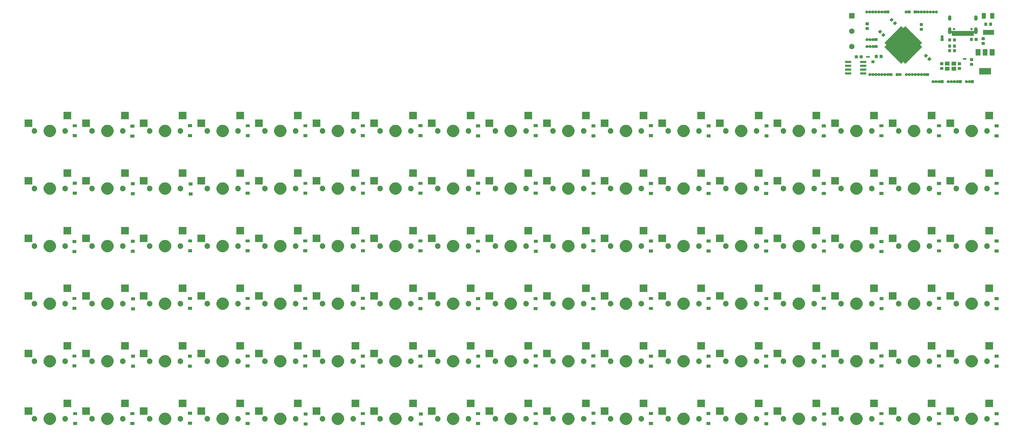
<source format=gbr>
G04 #@! TF.GenerationSoftware,KiCad,Pcbnew,(5.1.4)-1*
G04 #@! TF.CreationDate,2021-09-13T16:48:37-03:00*
G04 #@! TF.ProjectId,keyboard pcb,6b657962-6f61-4726-9420-7063622e6b69,rev?*
G04 #@! TF.SameCoordinates,Original*
G04 #@! TF.FileFunction,Soldermask,Bot*
G04 #@! TF.FilePolarity,Negative*
%FSLAX46Y46*%
G04 Gerber Fmt 4.6, Leading zero omitted, Abs format (unit mm)*
G04 Created by KiCad (PCBNEW (5.1.4)-1) date 2021-09-13 16:48:37*
%MOMM*%
%LPD*%
G04 APERTURE LIST*
%ADD10C,0.100000*%
G04 APERTURE END LIST*
D10*
G36*
X136033000Y-199064500D02*
G01*
X134731000Y-199064500D01*
X134731000Y-198062500D01*
X136033000Y-198062500D01*
X136033000Y-199064500D01*
X136033000Y-199064500D01*
G37*
G36*
X307483000Y-199064500D02*
G01*
X306181000Y-199064500D01*
X306181000Y-198062500D01*
X307483000Y-198062500D01*
X307483000Y-199064500D01*
X307483000Y-199064500D01*
G37*
G36*
X174133000Y-199064500D02*
G01*
X172831000Y-199064500D01*
X172831000Y-198062500D01*
X174133000Y-198062500D01*
X174133000Y-199064500D01*
X174133000Y-199064500D01*
G37*
G36*
X288369500Y-199001000D02*
G01*
X287067500Y-199001000D01*
X287067500Y-197999000D01*
X288369500Y-197999000D01*
X288369500Y-199001000D01*
X288369500Y-199001000D01*
G37*
G36*
X364500920Y-198967980D02*
G01*
X363198920Y-198967980D01*
X363198920Y-197965980D01*
X364500920Y-197965980D01*
X364500920Y-198967980D01*
X364500920Y-198967980D01*
G37*
G36*
X326395840Y-198947660D02*
G01*
X325093840Y-198947660D01*
X325093840Y-197945660D01*
X326395840Y-197945660D01*
X326395840Y-198947660D01*
X326395840Y-198947660D01*
G37*
G36*
X345461080Y-198942580D02*
G01*
X344159080Y-198942580D01*
X344159080Y-197940580D01*
X345461080Y-197940580D01*
X345461080Y-198942580D01*
X345461080Y-198942580D01*
G37*
G36*
X154956000Y-198937500D02*
G01*
X153654000Y-198937500D01*
X153654000Y-197935500D01*
X154956000Y-197935500D01*
X154956000Y-198937500D01*
X154956000Y-198937500D01*
G37*
G36*
X59833000Y-198937500D02*
G01*
X58531000Y-198937500D01*
X58531000Y-197935500D01*
X59833000Y-197935500D01*
X59833000Y-198937500D01*
X59833000Y-198937500D01*
G37*
G36*
X78756000Y-198937500D02*
G01*
X77454000Y-198937500D01*
X77454000Y-197935500D01*
X78756000Y-197935500D01*
X78756000Y-198937500D01*
X78756000Y-198937500D01*
G37*
G36*
X193056000Y-198937500D02*
G01*
X191754000Y-198937500D01*
X191754000Y-197935500D01*
X193056000Y-197935500D01*
X193056000Y-198937500D01*
X193056000Y-198937500D01*
G37*
G36*
X212106000Y-198937500D02*
G01*
X210804000Y-198937500D01*
X210804000Y-197935500D01*
X212106000Y-197935500D01*
X212106000Y-198937500D01*
X212106000Y-198937500D01*
G37*
G36*
X116856000Y-198937500D02*
G01*
X115554000Y-198937500D01*
X115554000Y-197935500D01*
X116856000Y-197935500D01*
X116856000Y-198937500D01*
X116856000Y-198937500D01*
G37*
G36*
X184746474Y-194883684D02*
G01*
X184964474Y-194973983D01*
X185118623Y-195037833D01*
X185453548Y-195261623D01*
X185738377Y-195546452D01*
X185962167Y-195881377D01*
X185994562Y-195959586D01*
X186116316Y-196253526D01*
X186194900Y-196648594D01*
X186194900Y-197051406D01*
X186116316Y-197446474D01*
X186065451Y-197569272D01*
X185962167Y-197818623D01*
X185738377Y-198153548D01*
X185453548Y-198438377D01*
X185118623Y-198662167D01*
X184964474Y-198726017D01*
X184746474Y-198816316D01*
X184351406Y-198894900D01*
X183948594Y-198894900D01*
X183553526Y-198816316D01*
X183335526Y-198726017D01*
X183181377Y-198662167D01*
X182846452Y-198438377D01*
X182561623Y-198153548D01*
X182337833Y-197818623D01*
X182234549Y-197569272D01*
X182183684Y-197446474D01*
X182105100Y-197051406D01*
X182105100Y-196648594D01*
X182183684Y-196253526D01*
X182305438Y-195959586D01*
X182337833Y-195881377D01*
X182561623Y-195546452D01*
X182846452Y-195261623D01*
X183181377Y-195037833D01*
X183335526Y-194973983D01*
X183553526Y-194883684D01*
X183948594Y-194805100D01*
X184351406Y-194805100D01*
X184746474Y-194883684D01*
X184746474Y-194883684D01*
G37*
G36*
X165696474Y-194883684D02*
G01*
X165914474Y-194973983D01*
X166068623Y-195037833D01*
X166403548Y-195261623D01*
X166688377Y-195546452D01*
X166912167Y-195881377D01*
X166944562Y-195959586D01*
X167066316Y-196253526D01*
X167144900Y-196648594D01*
X167144900Y-197051406D01*
X167066316Y-197446474D01*
X167015451Y-197569272D01*
X166912167Y-197818623D01*
X166688377Y-198153548D01*
X166403548Y-198438377D01*
X166068623Y-198662167D01*
X165914474Y-198726017D01*
X165696474Y-198816316D01*
X165301406Y-198894900D01*
X164898594Y-198894900D01*
X164503526Y-198816316D01*
X164285526Y-198726017D01*
X164131377Y-198662167D01*
X163796452Y-198438377D01*
X163511623Y-198153548D01*
X163287833Y-197818623D01*
X163184549Y-197569272D01*
X163133684Y-197446474D01*
X163055100Y-197051406D01*
X163055100Y-196648594D01*
X163133684Y-196253526D01*
X163255438Y-195959586D01*
X163287833Y-195881377D01*
X163511623Y-195546452D01*
X163796452Y-195261623D01*
X164131377Y-195037833D01*
X164285526Y-194973983D01*
X164503526Y-194883684D01*
X164898594Y-194805100D01*
X165301406Y-194805100D01*
X165696474Y-194883684D01*
X165696474Y-194883684D01*
G37*
G36*
X222846474Y-194883684D02*
G01*
X223064474Y-194973983D01*
X223218623Y-195037833D01*
X223553548Y-195261623D01*
X223838377Y-195546452D01*
X224062167Y-195881377D01*
X224094562Y-195959586D01*
X224216316Y-196253526D01*
X224294900Y-196648594D01*
X224294900Y-197051406D01*
X224216316Y-197446474D01*
X224165451Y-197569272D01*
X224062167Y-197818623D01*
X223838377Y-198153548D01*
X223553548Y-198438377D01*
X223218623Y-198662167D01*
X223064474Y-198726017D01*
X222846474Y-198816316D01*
X222451406Y-198894900D01*
X222048594Y-198894900D01*
X221653526Y-198816316D01*
X221435526Y-198726017D01*
X221281377Y-198662167D01*
X220946452Y-198438377D01*
X220661623Y-198153548D01*
X220437833Y-197818623D01*
X220334549Y-197569272D01*
X220283684Y-197446474D01*
X220205100Y-197051406D01*
X220205100Y-196648594D01*
X220283684Y-196253526D01*
X220405438Y-195959586D01*
X220437833Y-195881377D01*
X220661623Y-195546452D01*
X220946452Y-195261623D01*
X221281377Y-195037833D01*
X221435526Y-194973983D01*
X221653526Y-194883684D01*
X222048594Y-194805100D01*
X222451406Y-194805100D01*
X222846474Y-194883684D01*
X222846474Y-194883684D01*
G37*
G36*
X241896474Y-194883684D02*
G01*
X242114474Y-194973983D01*
X242268623Y-195037833D01*
X242603548Y-195261623D01*
X242888377Y-195546452D01*
X243112167Y-195881377D01*
X243144562Y-195959586D01*
X243266316Y-196253526D01*
X243344900Y-196648594D01*
X243344900Y-197051406D01*
X243266316Y-197446474D01*
X243215451Y-197569272D01*
X243112167Y-197818623D01*
X242888377Y-198153548D01*
X242603548Y-198438377D01*
X242268623Y-198662167D01*
X242114474Y-198726017D01*
X241896474Y-198816316D01*
X241501406Y-198894900D01*
X241098594Y-198894900D01*
X240703526Y-198816316D01*
X240485526Y-198726017D01*
X240331377Y-198662167D01*
X239996452Y-198438377D01*
X239711623Y-198153548D01*
X239487833Y-197818623D01*
X239384549Y-197569272D01*
X239333684Y-197446474D01*
X239255100Y-197051406D01*
X239255100Y-196648594D01*
X239333684Y-196253526D01*
X239455438Y-195959586D01*
X239487833Y-195881377D01*
X239711623Y-195546452D01*
X239996452Y-195261623D01*
X240331377Y-195037833D01*
X240485526Y-194973983D01*
X240703526Y-194883684D01*
X241098594Y-194805100D01*
X241501406Y-194805100D01*
X241896474Y-194883684D01*
X241896474Y-194883684D01*
G37*
G36*
X279996474Y-194883684D02*
G01*
X280214474Y-194973983D01*
X280368623Y-195037833D01*
X280703548Y-195261623D01*
X280988377Y-195546452D01*
X281212167Y-195881377D01*
X281244562Y-195959586D01*
X281366316Y-196253526D01*
X281444900Y-196648594D01*
X281444900Y-197051406D01*
X281366316Y-197446474D01*
X281315451Y-197569272D01*
X281212167Y-197818623D01*
X280988377Y-198153548D01*
X280703548Y-198438377D01*
X280368623Y-198662167D01*
X280214474Y-198726017D01*
X279996474Y-198816316D01*
X279601406Y-198894900D01*
X279198594Y-198894900D01*
X278803526Y-198816316D01*
X278585526Y-198726017D01*
X278431377Y-198662167D01*
X278096452Y-198438377D01*
X277811623Y-198153548D01*
X277587833Y-197818623D01*
X277484549Y-197569272D01*
X277433684Y-197446474D01*
X277355100Y-197051406D01*
X277355100Y-196648594D01*
X277433684Y-196253526D01*
X277555438Y-195959586D01*
X277587833Y-195881377D01*
X277811623Y-195546452D01*
X278096452Y-195261623D01*
X278431377Y-195037833D01*
X278585526Y-194973983D01*
X278803526Y-194883684D01*
X279198594Y-194805100D01*
X279601406Y-194805100D01*
X279996474Y-194883684D01*
X279996474Y-194883684D01*
G37*
G36*
X260946474Y-194883684D02*
G01*
X261164474Y-194973983D01*
X261318623Y-195037833D01*
X261653548Y-195261623D01*
X261938377Y-195546452D01*
X262162167Y-195881377D01*
X262194562Y-195959586D01*
X262316316Y-196253526D01*
X262394900Y-196648594D01*
X262394900Y-197051406D01*
X262316316Y-197446474D01*
X262265451Y-197569272D01*
X262162167Y-197818623D01*
X261938377Y-198153548D01*
X261653548Y-198438377D01*
X261318623Y-198662167D01*
X261164474Y-198726017D01*
X260946474Y-198816316D01*
X260551406Y-198894900D01*
X260148594Y-198894900D01*
X259753526Y-198816316D01*
X259535526Y-198726017D01*
X259381377Y-198662167D01*
X259046452Y-198438377D01*
X258761623Y-198153548D01*
X258537833Y-197818623D01*
X258434549Y-197569272D01*
X258383684Y-197446474D01*
X258305100Y-197051406D01*
X258305100Y-196648594D01*
X258383684Y-196253526D01*
X258505438Y-195959586D01*
X258537833Y-195881377D01*
X258761623Y-195546452D01*
X259046452Y-195261623D01*
X259381377Y-195037833D01*
X259535526Y-194973983D01*
X259753526Y-194883684D01*
X260148594Y-194805100D01*
X260551406Y-194805100D01*
X260946474Y-194883684D01*
X260946474Y-194883684D01*
G37*
G36*
X51396474Y-194883684D02*
G01*
X51614474Y-194973983D01*
X51768623Y-195037833D01*
X52103548Y-195261623D01*
X52388377Y-195546452D01*
X52612167Y-195881377D01*
X52644562Y-195959586D01*
X52766316Y-196253526D01*
X52844900Y-196648594D01*
X52844900Y-197051406D01*
X52766316Y-197446474D01*
X52715451Y-197569272D01*
X52612167Y-197818623D01*
X52388377Y-198153548D01*
X52103548Y-198438377D01*
X51768623Y-198662167D01*
X51614474Y-198726017D01*
X51396474Y-198816316D01*
X51001406Y-198894900D01*
X50598594Y-198894900D01*
X50203526Y-198816316D01*
X49985526Y-198726017D01*
X49831377Y-198662167D01*
X49496452Y-198438377D01*
X49211623Y-198153548D01*
X48987833Y-197818623D01*
X48884549Y-197569272D01*
X48833684Y-197446474D01*
X48755100Y-197051406D01*
X48755100Y-196648594D01*
X48833684Y-196253526D01*
X48955438Y-195959586D01*
X48987833Y-195881377D01*
X49211623Y-195546452D01*
X49496452Y-195261623D01*
X49831377Y-195037833D01*
X49985526Y-194973983D01*
X50203526Y-194883684D01*
X50598594Y-194805100D01*
X51001406Y-194805100D01*
X51396474Y-194883684D01*
X51396474Y-194883684D01*
G37*
G36*
X203796474Y-194883684D02*
G01*
X204014474Y-194973983D01*
X204168623Y-195037833D01*
X204503548Y-195261623D01*
X204788377Y-195546452D01*
X205012167Y-195881377D01*
X205044562Y-195959586D01*
X205166316Y-196253526D01*
X205244900Y-196648594D01*
X205244900Y-197051406D01*
X205166316Y-197446474D01*
X205115451Y-197569272D01*
X205012167Y-197818623D01*
X204788377Y-198153548D01*
X204503548Y-198438377D01*
X204168623Y-198662167D01*
X204014474Y-198726017D01*
X203796474Y-198816316D01*
X203401406Y-198894900D01*
X202998594Y-198894900D01*
X202603526Y-198816316D01*
X202385526Y-198726017D01*
X202231377Y-198662167D01*
X201896452Y-198438377D01*
X201611623Y-198153548D01*
X201387833Y-197818623D01*
X201284549Y-197569272D01*
X201233684Y-197446474D01*
X201155100Y-197051406D01*
X201155100Y-196648594D01*
X201233684Y-196253526D01*
X201355438Y-195959586D01*
X201387833Y-195881377D01*
X201611623Y-195546452D01*
X201896452Y-195261623D01*
X202231377Y-195037833D01*
X202385526Y-194973983D01*
X202603526Y-194883684D01*
X202998594Y-194805100D01*
X203401406Y-194805100D01*
X203796474Y-194883684D01*
X203796474Y-194883684D01*
G37*
G36*
X108546474Y-194883684D02*
G01*
X108764474Y-194973983D01*
X108918623Y-195037833D01*
X109253548Y-195261623D01*
X109538377Y-195546452D01*
X109762167Y-195881377D01*
X109794562Y-195959586D01*
X109916316Y-196253526D01*
X109994900Y-196648594D01*
X109994900Y-197051406D01*
X109916316Y-197446474D01*
X109865451Y-197569272D01*
X109762167Y-197818623D01*
X109538377Y-198153548D01*
X109253548Y-198438377D01*
X108918623Y-198662167D01*
X108764474Y-198726017D01*
X108546474Y-198816316D01*
X108151406Y-198894900D01*
X107748594Y-198894900D01*
X107353526Y-198816316D01*
X107135526Y-198726017D01*
X106981377Y-198662167D01*
X106646452Y-198438377D01*
X106361623Y-198153548D01*
X106137833Y-197818623D01*
X106034549Y-197569272D01*
X105983684Y-197446474D01*
X105905100Y-197051406D01*
X105905100Y-196648594D01*
X105983684Y-196253526D01*
X106105438Y-195959586D01*
X106137833Y-195881377D01*
X106361623Y-195546452D01*
X106646452Y-195261623D01*
X106981377Y-195037833D01*
X107135526Y-194973983D01*
X107353526Y-194883684D01*
X107748594Y-194805100D01*
X108151406Y-194805100D01*
X108546474Y-194883684D01*
X108546474Y-194883684D01*
G37*
G36*
X299046474Y-194883684D02*
G01*
X299264474Y-194973983D01*
X299418623Y-195037833D01*
X299753548Y-195261623D01*
X300038377Y-195546452D01*
X300262167Y-195881377D01*
X300294562Y-195959586D01*
X300416316Y-196253526D01*
X300494900Y-196648594D01*
X300494900Y-197051406D01*
X300416316Y-197446474D01*
X300365451Y-197569272D01*
X300262167Y-197818623D01*
X300038377Y-198153548D01*
X299753548Y-198438377D01*
X299418623Y-198662167D01*
X299264474Y-198726017D01*
X299046474Y-198816316D01*
X298651406Y-198894900D01*
X298248594Y-198894900D01*
X297853526Y-198816316D01*
X297635526Y-198726017D01*
X297481377Y-198662167D01*
X297146452Y-198438377D01*
X296861623Y-198153548D01*
X296637833Y-197818623D01*
X296534549Y-197569272D01*
X296483684Y-197446474D01*
X296405100Y-197051406D01*
X296405100Y-196648594D01*
X296483684Y-196253526D01*
X296605438Y-195959586D01*
X296637833Y-195881377D01*
X296861623Y-195546452D01*
X297146452Y-195261623D01*
X297481377Y-195037833D01*
X297635526Y-194973983D01*
X297853526Y-194883684D01*
X298248594Y-194805100D01*
X298651406Y-194805100D01*
X299046474Y-194883684D01*
X299046474Y-194883684D01*
G37*
G36*
X127596474Y-194883684D02*
G01*
X127814474Y-194973983D01*
X127968623Y-195037833D01*
X128303548Y-195261623D01*
X128588377Y-195546452D01*
X128812167Y-195881377D01*
X128844562Y-195959586D01*
X128966316Y-196253526D01*
X129044900Y-196648594D01*
X129044900Y-197051406D01*
X128966316Y-197446474D01*
X128915451Y-197569272D01*
X128812167Y-197818623D01*
X128588377Y-198153548D01*
X128303548Y-198438377D01*
X127968623Y-198662167D01*
X127814474Y-198726017D01*
X127596474Y-198816316D01*
X127201406Y-198894900D01*
X126798594Y-198894900D01*
X126403526Y-198816316D01*
X126185526Y-198726017D01*
X126031377Y-198662167D01*
X125696452Y-198438377D01*
X125411623Y-198153548D01*
X125187833Y-197818623D01*
X125084549Y-197569272D01*
X125033684Y-197446474D01*
X124955100Y-197051406D01*
X124955100Y-196648594D01*
X125033684Y-196253526D01*
X125155438Y-195959586D01*
X125187833Y-195881377D01*
X125411623Y-195546452D01*
X125696452Y-195261623D01*
X126031377Y-195037833D01*
X126185526Y-194973983D01*
X126403526Y-194883684D01*
X126798594Y-194805100D01*
X127201406Y-194805100D01*
X127596474Y-194883684D01*
X127596474Y-194883684D01*
G37*
G36*
X89496474Y-194883684D02*
G01*
X89714474Y-194973983D01*
X89868623Y-195037833D01*
X90203548Y-195261623D01*
X90488377Y-195546452D01*
X90712167Y-195881377D01*
X90744562Y-195959586D01*
X90866316Y-196253526D01*
X90944900Y-196648594D01*
X90944900Y-197051406D01*
X90866316Y-197446474D01*
X90815451Y-197569272D01*
X90712167Y-197818623D01*
X90488377Y-198153548D01*
X90203548Y-198438377D01*
X89868623Y-198662167D01*
X89714474Y-198726017D01*
X89496474Y-198816316D01*
X89101406Y-198894900D01*
X88698594Y-198894900D01*
X88303526Y-198816316D01*
X88085526Y-198726017D01*
X87931377Y-198662167D01*
X87596452Y-198438377D01*
X87311623Y-198153548D01*
X87087833Y-197818623D01*
X86984549Y-197569272D01*
X86933684Y-197446474D01*
X86855100Y-197051406D01*
X86855100Y-196648594D01*
X86933684Y-196253526D01*
X87055438Y-195959586D01*
X87087833Y-195881377D01*
X87311623Y-195546452D01*
X87596452Y-195261623D01*
X87931377Y-195037833D01*
X88085526Y-194973983D01*
X88303526Y-194883684D01*
X88698594Y-194805100D01*
X89101406Y-194805100D01*
X89496474Y-194883684D01*
X89496474Y-194883684D01*
G37*
G36*
X146646474Y-194883684D02*
G01*
X146864474Y-194973983D01*
X147018623Y-195037833D01*
X147353548Y-195261623D01*
X147638377Y-195546452D01*
X147862167Y-195881377D01*
X147894562Y-195959586D01*
X148016316Y-196253526D01*
X148094900Y-196648594D01*
X148094900Y-197051406D01*
X148016316Y-197446474D01*
X147965451Y-197569272D01*
X147862167Y-197818623D01*
X147638377Y-198153548D01*
X147353548Y-198438377D01*
X147018623Y-198662167D01*
X146864474Y-198726017D01*
X146646474Y-198816316D01*
X146251406Y-198894900D01*
X145848594Y-198894900D01*
X145453526Y-198816316D01*
X145235526Y-198726017D01*
X145081377Y-198662167D01*
X144746452Y-198438377D01*
X144461623Y-198153548D01*
X144237833Y-197818623D01*
X144134549Y-197569272D01*
X144083684Y-197446474D01*
X144005100Y-197051406D01*
X144005100Y-196648594D01*
X144083684Y-196253526D01*
X144205438Y-195959586D01*
X144237833Y-195881377D01*
X144461623Y-195546452D01*
X144746452Y-195261623D01*
X145081377Y-195037833D01*
X145235526Y-194973983D01*
X145453526Y-194883684D01*
X145848594Y-194805100D01*
X146251406Y-194805100D01*
X146646474Y-194883684D01*
X146646474Y-194883684D01*
G37*
G36*
X356196474Y-194883684D02*
G01*
X356414474Y-194973983D01*
X356568623Y-195037833D01*
X356903548Y-195261623D01*
X357188377Y-195546452D01*
X357412167Y-195881377D01*
X357444562Y-195959586D01*
X357566316Y-196253526D01*
X357644900Y-196648594D01*
X357644900Y-197051406D01*
X357566316Y-197446474D01*
X357515451Y-197569272D01*
X357412167Y-197818623D01*
X357188377Y-198153548D01*
X356903548Y-198438377D01*
X356568623Y-198662167D01*
X356414474Y-198726017D01*
X356196474Y-198816316D01*
X355801406Y-198894900D01*
X355398594Y-198894900D01*
X355003526Y-198816316D01*
X354785526Y-198726017D01*
X354631377Y-198662167D01*
X354296452Y-198438377D01*
X354011623Y-198153548D01*
X353787833Y-197818623D01*
X353684549Y-197569272D01*
X353633684Y-197446474D01*
X353555100Y-197051406D01*
X353555100Y-196648594D01*
X353633684Y-196253526D01*
X353755438Y-195959586D01*
X353787833Y-195881377D01*
X354011623Y-195546452D01*
X354296452Y-195261623D01*
X354631377Y-195037833D01*
X354785526Y-194973983D01*
X355003526Y-194883684D01*
X355398594Y-194805100D01*
X355801406Y-194805100D01*
X356196474Y-194883684D01*
X356196474Y-194883684D01*
G37*
G36*
X337146474Y-194883684D02*
G01*
X337364474Y-194973983D01*
X337518623Y-195037833D01*
X337853548Y-195261623D01*
X338138377Y-195546452D01*
X338362167Y-195881377D01*
X338394562Y-195959586D01*
X338516316Y-196253526D01*
X338594900Y-196648594D01*
X338594900Y-197051406D01*
X338516316Y-197446474D01*
X338465451Y-197569272D01*
X338362167Y-197818623D01*
X338138377Y-198153548D01*
X337853548Y-198438377D01*
X337518623Y-198662167D01*
X337364474Y-198726017D01*
X337146474Y-198816316D01*
X336751406Y-198894900D01*
X336348594Y-198894900D01*
X335953526Y-198816316D01*
X335735526Y-198726017D01*
X335581377Y-198662167D01*
X335246452Y-198438377D01*
X334961623Y-198153548D01*
X334737833Y-197818623D01*
X334634549Y-197569272D01*
X334583684Y-197446474D01*
X334505100Y-197051406D01*
X334505100Y-196648594D01*
X334583684Y-196253526D01*
X334705438Y-195959586D01*
X334737833Y-195881377D01*
X334961623Y-195546452D01*
X335246452Y-195261623D01*
X335581377Y-195037833D01*
X335735526Y-194973983D01*
X335953526Y-194883684D01*
X336348594Y-194805100D01*
X336751406Y-194805100D01*
X337146474Y-194883684D01*
X337146474Y-194883684D01*
G37*
G36*
X318096474Y-194883684D02*
G01*
X318314474Y-194973983D01*
X318468623Y-195037833D01*
X318803548Y-195261623D01*
X319088377Y-195546452D01*
X319312167Y-195881377D01*
X319344562Y-195959586D01*
X319466316Y-196253526D01*
X319544900Y-196648594D01*
X319544900Y-197051406D01*
X319466316Y-197446474D01*
X319415451Y-197569272D01*
X319312167Y-197818623D01*
X319088377Y-198153548D01*
X318803548Y-198438377D01*
X318468623Y-198662167D01*
X318314474Y-198726017D01*
X318096474Y-198816316D01*
X317701406Y-198894900D01*
X317298594Y-198894900D01*
X316903526Y-198816316D01*
X316685526Y-198726017D01*
X316531377Y-198662167D01*
X316196452Y-198438377D01*
X315911623Y-198153548D01*
X315687833Y-197818623D01*
X315584549Y-197569272D01*
X315533684Y-197446474D01*
X315455100Y-197051406D01*
X315455100Y-196648594D01*
X315533684Y-196253526D01*
X315655438Y-195959586D01*
X315687833Y-195881377D01*
X315911623Y-195546452D01*
X316196452Y-195261623D01*
X316531377Y-195037833D01*
X316685526Y-194973983D01*
X316903526Y-194883684D01*
X317298594Y-194805100D01*
X317701406Y-194805100D01*
X318096474Y-194883684D01*
X318096474Y-194883684D01*
G37*
G36*
X70446474Y-194883684D02*
G01*
X70664474Y-194973983D01*
X70818623Y-195037833D01*
X71153548Y-195261623D01*
X71438377Y-195546452D01*
X71662167Y-195881377D01*
X71694562Y-195959586D01*
X71816316Y-196253526D01*
X71894900Y-196648594D01*
X71894900Y-197051406D01*
X71816316Y-197446474D01*
X71765451Y-197569272D01*
X71662167Y-197818623D01*
X71438377Y-198153548D01*
X71153548Y-198438377D01*
X70818623Y-198662167D01*
X70664474Y-198726017D01*
X70446474Y-198816316D01*
X70051406Y-198894900D01*
X69648594Y-198894900D01*
X69253526Y-198816316D01*
X69035526Y-198726017D01*
X68881377Y-198662167D01*
X68546452Y-198438377D01*
X68261623Y-198153548D01*
X68037833Y-197818623D01*
X67934549Y-197569272D01*
X67883684Y-197446474D01*
X67805100Y-197051406D01*
X67805100Y-196648594D01*
X67883684Y-196253526D01*
X68005438Y-195959586D01*
X68037833Y-195881377D01*
X68261623Y-195546452D01*
X68546452Y-195261623D01*
X68881377Y-195037833D01*
X69035526Y-194973983D01*
X69253526Y-194883684D01*
X69648594Y-194805100D01*
X70051406Y-194805100D01*
X70446474Y-194883684D01*
X70446474Y-194883684D01*
G37*
G36*
X250206000Y-198874000D02*
G01*
X248904000Y-198874000D01*
X248904000Y-197872000D01*
X250206000Y-197872000D01*
X250206000Y-198874000D01*
X250206000Y-198874000D01*
G37*
G36*
X269192500Y-198874000D02*
G01*
X267890500Y-198874000D01*
X267890500Y-197872000D01*
X269192500Y-197872000D01*
X269192500Y-198874000D01*
X269192500Y-198874000D01*
G37*
G36*
X97806000Y-198810500D02*
G01*
X96504000Y-198810500D01*
X96504000Y-197808500D01*
X97806000Y-197808500D01*
X97806000Y-198810500D01*
X97806000Y-198810500D01*
G37*
G36*
X231219500Y-198810500D02*
G01*
X229917500Y-198810500D01*
X229917500Y-197808500D01*
X231219500Y-197808500D01*
X231219500Y-198810500D01*
X231219500Y-198810500D01*
G37*
G36*
X265700104Y-195959585D02*
G01*
X265868626Y-196029389D01*
X266020291Y-196130728D01*
X266149272Y-196259709D01*
X266250611Y-196411374D01*
X266320415Y-196579896D01*
X266356000Y-196758797D01*
X266356000Y-196941203D01*
X266320415Y-197120104D01*
X266250611Y-197288626D01*
X266149272Y-197440291D01*
X266020291Y-197569272D01*
X265868626Y-197670611D01*
X265700104Y-197740415D01*
X265521203Y-197776000D01*
X265338797Y-197776000D01*
X265159896Y-197740415D01*
X264991374Y-197670611D01*
X264839709Y-197569272D01*
X264710728Y-197440291D01*
X264609389Y-197288626D01*
X264539585Y-197120104D01*
X264504000Y-196941203D01*
X264504000Y-196758797D01*
X264539585Y-196579896D01*
X264609389Y-196411374D01*
X264710728Y-196259709D01*
X264839709Y-196130728D01*
X264991374Y-196029389D01*
X265159896Y-195959585D01*
X265338797Y-195924000D01*
X265521203Y-195924000D01*
X265700104Y-195959585D01*
X265700104Y-195959585D01*
G37*
G36*
X255540104Y-195959585D02*
G01*
X255708626Y-196029389D01*
X255860291Y-196130728D01*
X255989272Y-196259709D01*
X256090611Y-196411374D01*
X256160415Y-196579896D01*
X256196000Y-196758797D01*
X256196000Y-196941203D01*
X256160415Y-197120104D01*
X256090611Y-197288626D01*
X255989272Y-197440291D01*
X255860291Y-197569272D01*
X255708626Y-197670611D01*
X255540104Y-197740415D01*
X255361203Y-197776000D01*
X255178797Y-197776000D01*
X254999896Y-197740415D01*
X254831374Y-197670611D01*
X254679709Y-197569272D01*
X254550728Y-197440291D01*
X254449389Y-197288626D01*
X254379585Y-197120104D01*
X254344000Y-196941203D01*
X254344000Y-196758797D01*
X254379585Y-196579896D01*
X254449389Y-196411374D01*
X254550728Y-196259709D01*
X254679709Y-196130728D01*
X254831374Y-196029389D01*
X254999896Y-195959585D01*
X255178797Y-195924000D01*
X255361203Y-195924000D01*
X255540104Y-195959585D01*
X255540104Y-195959585D01*
G37*
G36*
X160290104Y-195959585D02*
G01*
X160458626Y-196029389D01*
X160610291Y-196130728D01*
X160739272Y-196259709D01*
X160840611Y-196411374D01*
X160910415Y-196579896D01*
X160946000Y-196758797D01*
X160946000Y-196941203D01*
X160910415Y-197120104D01*
X160840611Y-197288626D01*
X160739272Y-197440291D01*
X160610291Y-197569272D01*
X160458626Y-197670611D01*
X160290104Y-197740415D01*
X160111203Y-197776000D01*
X159928797Y-197776000D01*
X159749896Y-197740415D01*
X159581374Y-197670611D01*
X159429709Y-197569272D01*
X159300728Y-197440291D01*
X159199389Y-197288626D01*
X159129585Y-197120104D01*
X159094000Y-196941203D01*
X159094000Y-196758797D01*
X159129585Y-196579896D01*
X159199389Y-196411374D01*
X159300728Y-196259709D01*
X159429709Y-196130728D01*
X159581374Y-196029389D01*
X159749896Y-195959585D01*
X159928797Y-195924000D01*
X160111203Y-195924000D01*
X160290104Y-195959585D01*
X160290104Y-195959585D01*
G37*
G36*
X246650104Y-195959585D02*
G01*
X246818626Y-196029389D01*
X246970291Y-196130728D01*
X247099272Y-196259709D01*
X247200611Y-196411374D01*
X247270415Y-196579896D01*
X247306000Y-196758797D01*
X247306000Y-196941203D01*
X247270415Y-197120104D01*
X247200611Y-197288626D01*
X247099272Y-197440291D01*
X246970291Y-197569272D01*
X246818626Y-197670611D01*
X246650104Y-197740415D01*
X246471203Y-197776000D01*
X246288797Y-197776000D01*
X246109896Y-197740415D01*
X245941374Y-197670611D01*
X245789709Y-197569272D01*
X245660728Y-197440291D01*
X245559389Y-197288626D01*
X245489585Y-197120104D01*
X245454000Y-196941203D01*
X245454000Y-196758797D01*
X245489585Y-196579896D01*
X245559389Y-196411374D01*
X245660728Y-196259709D01*
X245789709Y-196130728D01*
X245941374Y-196029389D01*
X246109896Y-195959585D01*
X246288797Y-195924000D01*
X246471203Y-195924000D01*
X246650104Y-195959585D01*
X246650104Y-195959585D01*
G37*
G36*
X274590104Y-195959585D02*
G01*
X274758626Y-196029389D01*
X274910291Y-196130728D01*
X275039272Y-196259709D01*
X275140611Y-196411374D01*
X275210415Y-196579896D01*
X275246000Y-196758797D01*
X275246000Y-196941203D01*
X275210415Y-197120104D01*
X275140611Y-197288626D01*
X275039272Y-197440291D01*
X274910291Y-197569272D01*
X274758626Y-197670611D01*
X274590104Y-197740415D01*
X274411203Y-197776000D01*
X274228797Y-197776000D01*
X274049896Y-197740415D01*
X273881374Y-197670611D01*
X273729709Y-197569272D01*
X273600728Y-197440291D01*
X273499389Y-197288626D01*
X273429585Y-197120104D01*
X273394000Y-196941203D01*
X273394000Y-196758797D01*
X273429585Y-196579896D01*
X273499389Y-196411374D01*
X273600728Y-196259709D01*
X273729709Y-196130728D01*
X273881374Y-196029389D01*
X274049896Y-195959585D01*
X274228797Y-195924000D01*
X274411203Y-195924000D01*
X274590104Y-195959585D01*
X274590104Y-195959585D01*
G37*
G36*
X284750104Y-195959585D02*
G01*
X284918626Y-196029389D01*
X285070291Y-196130728D01*
X285199272Y-196259709D01*
X285300611Y-196411374D01*
X285370415Y-196579896D01*
X285406000Y-196758797D01*
X285406000Y-196941203D01*
X285370415Y-197120104D01*
X285300611Y-197288626D01*
X285199272Y-197440291D01*
X285070291Y-197569272D01*
X284918626Y-197670611D01*
X284750104Y-197740415D01*
X284571203Y-197776000D01*
X284388797Y-197776000D01*
X284209896Y-197740415D01*
X284041374Y-197670611D01*
X283889709Y-197569272D01*
X283760728Y-197440291D01*
X283659389Y-197288626D01*
X283589585Y-197120104D01*
X283554000Y-196941203D01*
X283554000Y-196758797D01*
X283589585Y-196579896D01*
X283659389Y-196411374D01*
X283760728Y-196259709D01*
X283889709Y-196130728D01*
X284041374Y-196029389D01*
X284209896Y-195959585D01*
X284388797Y-195924000D01*
X284571203Y-195924000D01*
X284750104Y-195959585D01*
X284750104Y-195959585D01*
G37*
G36*
X122190104Y-195959585D02*
G01*
X122358626Y-196029389D01*
X122510291Y-196130728D01*
X122639272Y-196259709D01*
X122740611Y-196411374D01*
X122810415Y-196579896D01*
X122846000Y-196758797D01*
X122846000Y-196941203D01*
X122810415Y-197120104D01*
X122740611Y-197288626D01*
X122639272Y-197440291D01*
X122510291Y-197569272D01*
X122358626Y-197670611D01*
X122190104Y-197740415D01*
X122011203Y-197776000D01*
X121828797Y-197776000D01*
X121649896Y-197740415D01*
X121481374Y-197670611D01*
X121329709Y-197569272D01*
X121200728Y-197440291D01*
X121099389Y-197288626D01*
X121029585Y-197120104D01*
X120994000Y-196941203D01*
X120994000Y-196758797D01*
X121029585Y-196579896D01*
X121099389Y-196411374D01*
X121200728Y-196259709D01*
X121329709Y-196130728D01*
X121481374Y-196029389D01*
X121649896Y-195959585D01*
X121828797Y-195924000D01*
X122011203Y-195924000D01*
X122190104Y-195959585D01*
X122190104Y-195959585D01*
G37*
G36*
X227600104Y-195959585D02*
G01*
X227768626Y-196029389D01*
X227920291Y-196130728D01*
X228049272Y-196259709D01*
X228150611Y-196411374D01*
X228220415Y-196579896D01*
X228256000Y-196758797D01*
X228256000Y-196941203D01*
X228220415Y-197120104D01*
X228150611Y-197288626D01*
X228049272Y-197440291D01*
X227920291Y-197569272D01*
X227768626Y-197670611D01*
X227600104Y-197740415D01*
X227421203Y-197776000D01*
X227238797Y-197776000D01*
X227059896Y-197740415D01*
X226891374Y-197670611D01*
X226739709Y-197569272D01*
X226610728Y-197440291D01*
X226509389Y-197288626D01*
X226439585Y-197120104D01*
X226404000Y-196941203D01*
X226404000Y-196758797D01*
X226439585Y-196579896D01*
X226509389Y-196411374D01*
X226610728Y-196259709D01*
X226739709Y-196130728D01*
X226891374Y-196029389D01*
X227059896Y-195959585D01*
X227238797Y-195924000D01*
X227421203Y-195924000D01*
X227600104Y-195959585D01*
X227600104Y-195959585D01*
G37*
G36*
X217440104Y-195959585D02*
G01*
X217608626Y-196029389D01*
X217760291Y-196130728D01*
X217889272Y-196259709D01*
X217990611Y-196411374D01*
X218060415Y-196579896D01*
X218096000Y-196758797D01*
X218096000Y-196941203D01*
X218060415Y-197120104D01*
X217990611Y-197288626D01*
X217889272Y-197440291D01*
X217760291Y-197569272D01*
X217608626Y-197670611D01*
X217440104Y-197740415D01*
X217261203Y-197776000D01*
X217078797Y-197776000D01*
X216899896Y-197740415D01*
X216731374Y-197670611D01*
X216579709Y-197569272D01*
X216450728Y-197440291D01*
X216349389Y-197288626D01*
X216279585Y-197120104D01*
X216244000Y-196941203D01*
X216244000Y-196758797D01*
X216279585Y-196579896D01*
X216349389Y-196411374D01*
X216450728Y-196259709D01*
X216579709Y-196130728D01*
X216731374Y-196029389D01*
X216899896Y-195959585D01*
X217078797Y-195924000D01*
X217261203Y-195924000D01*
X217440104Y-195959585D01*
X217440104Y-195959585D01*
G37*
G36*
X56150104Y-195959585D02*
G01*
X56318626Y-196029389D01*
X56470291Y-196130728D01*
X56599272Y-196259709D01*
X56700611Y-196411374D01*
X56770415Y-196579896D01*
X56806000Y-196758797D01*
X56806000Y-196941203D01*
X56770415Y-197120104D01*
X56700611Y-197288626D01*
X56599272Y-197440291D01*
X56470291Y-197569272D01*
X56318626Y-197670611D01*
X56150104Y-197740415D01*
X55971203Y-197776000D01*
X55788797Y-197776000D01*
X55609896Y-197740415D01*
X55441374Y-197670611D01*
X55289709Y-197569272D01*
X55160728Y-197440291D01*
X55059389Y-197288626D01*
X54989585Y-197120104D01*
X54954000Y-196941203D01*
X54954000Y-196758797D01*
X54989585Y-196579896D01*
X55059389Y-196411374D01*
X55160728Y-196259709D01*
X55289709Y-196130728D01*
X55441374Y-196029389D01*
X55609896Y-195959585D01*
X55788797Y-195924000D01*
X55971203Y-195924000D01*
X56150104Y-195959585D01*
X56150104Y-195959585D01*
G37*
G36*
X208550104Y-195959585D02*
G01*
X208718626Y-196029389D01*
X208870291Y-196130728D01*
X208999272Y-196259709D01*
X209100611Y-196411374D01*
X209170415Y-196579896D01*
X209206000Y-196758797D01*
X209206000Y-196941203D01*
X209170415Y-197120104D01*
X209100611Y-197288626D01*
X208999272Y-197440291D01*
X208870291Y-197569272D01*
X208718626Y-197670611D01*
X208550104Y-197740415D01*
X208371203Y-197776000D01*
X208188797Y-197776000D01*
X208009896Y-197740415D01*
X207841374Y-197670611D01*
X207689709Y-197569272D01*
X207560728Y-197440291D01*
X207459389Y-197288626D01*
X207389585Y-197120104D01*
X207354000Y-196941203D01*
X207354000Y-196758797D01*
X207389585Y-196579896D01*
X207459389Y-196411374D01*
X207560728Y-196259709D01*
X207689709Y-196130728D01*
X207841374Y-196029389D01*
X208009896Y-195959585D01*
X208188797Y-195924000D01*
X208371203Y-195924000D01*
X208550104Y-195959585D01*
X208550104Y-195959585D01*
G37*
G36*
X65040104Y-195959585D02*
G01*
X65208626Y-196029389D01*
X65360291Y-196130728D01*
X65489272Y-196259709D01*
X65590611Y-196411374D01*
X65660415Y-196579896D01*
X65696000Y-196758797D01*
X65696000Y-196941203D01*
X65660415Y-197120104D01*
X65590611Y-197288626D01*
X65489272Y-197440291D01*
X65360291Y-197569272D01*
X65208626Y-197670611D01*
X65040104Y-197740415D01*
X64861203Y-197776000D01*
X64678797Y-197776000D01*
X64499896Y-197740415D01*
X64331374Y-197670611D01*
X64179709Y-197569272D01*
X64050728Y-197440291D01*
X63949389Y-197288626D01*
X63879585Y-197120104D01*
X63844000Y-196941203D01*
X63844000Y-196758797D01*
X63879585Y-196579896D01*
X63949389Y-196411374D01*
X64050728Y-196259709D01*
X64179709Y-196130728D01*
X64331374Y-196029389D01*
X64499896Y-195959585D01*
X64678797Y-195924000D01*
X64861203Y-195924000D01*
X65040104Y-195959585D01*
X65040104Y-195959585D01*
G37*
G36*
X75200104Y-195959585D02*
G01*
X75368626Y-196029389D01*
X75520291Y-196130728D01*
X75649272Y-196259709D01*
X75750611Y-196411374D01*
X75820415Y-196579896D01*
X75856000Y-196758797D01*
X75856000Y-196941203D01*
X75820415Y-197120104D01*
X75750611Y-197288626D01*
X75649272Y-197440291D01*
X75520291Y-197569272D01*
X75368626Y-197670611D01*
X75200104Y-197740415D01*
X75021203Y-197776000D01*
X74838797Y-197776000D01*
X74659896Y-197740415D01*
X74491374Y-197670611D01*
X74339709Y-197569272D01*
X74210728Y-197440291D01*
X74109389Y-197288626D01*
X74039585Y-197120104D01*
X74004000Y-196941203D01*
X74004000Y-196758797D01*
X74039585Y-196579896D01*
X74109389Y-196411374D01*
X74210728Y-196259709D01*
X74339709Y-196130728D01*
X74491374Y-196029389D01*
X74659896Y-195959585D01*
X74838797Y-195924000D01*
X75021203Y-195924000D01*
X75200104Y-195959585D01*
X75200104Y-195959585D01*
G37*
G36*
X198390104Y-195959585D02*
G01*
X198558626Y-196029389D01*
X198710291Y-196130728D01*
X198839272Y-196259709D01*
X198940611Y-196411374D01*
X199010415Y-196579896D01*
X199046000Y-196758797D01*
X199046000Y-196941203D01*
X199010415Y-197120104D01*
X198940611Y-197288626D01*
X198839272Y-197440291D01*
X198710291Y-197569272D01*
X198558626Y-197670611D01*
X198390104Y-197740415D01*
X198211203Y-197776000D01*
X198028797Y-197776000D01*
X197849896Y-197740415D01*
X197681374Y-197670611D01*
X197529709Y-197569272D01*
X197400728Y-197440291D01*
X197299389Y-197288626D01*
X197229585Y-197120104D01*
X197194000Y-196941203D01*
X197194000Y-196758797D01*
X197229585Y-196579896D01*
X197299389Y-196411374D01*
X197400728Y-196259709D01*
X197529709Y-196130728D01*
X197681374Y-196029389D01*
X197849896Y-195959585D01*
X198028797Y-195924000D01*
X198211203Y-195924000D01*
X198390104Y-195959585D01*
X198390104Y-195959585D01*
G37*
G36*
X84090104Y-195959585D02*
G01*
X84258626Y-196029389D01*
X84410291Y-196130728D01*
X84539272Y-196259709D01*
X84640611Y-196411374D01*
X84710415Y-196579896D01*
X84746000Y-196758797D01*
X84746000Y-196941203D01*
X84710415Y-197120104D01*
X84640611Y-197288626D01*
X84539272Y-197440291D01*
X84410291Y-197569272D01*
X84258626Y-197670611D01*
X84090104Y-197740415D01*
X83911203Y-197776000D01*
X83728797Y-197776000D01*
X83549896Y-197740415D01*
X83381374Y-197670611D01*
X83229709Y-197569272D01*
X83100728Y-197440291D01*
X82999389Y-197288626D01*
X82929585Y-197120104D01*
X82894000Y-196941203D01*
X82894000Y-196758797D01*
X82929585Y-196579896D01*
X82999389Y-196411374D01*
X83100728Y-196259709D01*
X83229709Y-196130728D01*
X83381374Y-196029389D01*
X83549896Y-195959585D01*
X83728797Y-195924000D01*
X83911203Y-195924000D01*
X84090104Y-195959585D01*
X84090104Y-195959585D01*
G37*
G36*
X94250104Y-195959585D02*
G01*
X94418626Y-196029389D01*
X94570291Y-196130728D01*
X94699272Y-196259709D01*
X94800611Y-196411374D01*
X94870415Y-196579896D01*
X94906000Y-196758797D01*
X94906000Y-196941203D01*
X94870415Y-197120104D01*
X94800611Y-197288626D01*
X94699272Y-197440291D01*
X94570291Y-197569272D01*
X94418626Y-197670611D01*
X94250104Y-197740415D01*
X94071203Y-197776000D01*
X93888797Y-197776000D01*
X93709896Y-197740415D01*
X93541374Y-197670611D01*
X93389709Y-197569272D01*
X93260728Y-197440291D01*
X93159389Y-197288626D01*
X93089585Y-197120104D01*
X93054000Y-196941203D01*
X93054000Y-196758797D01*
X93089585Y-196579896D01*
X93159389Y-196411374D01*
X93260728Y-196259709D01*
X93389709Y-196130728D01*
X93541374Y-196029389D01*
X93709896Y-195959585D01*
X93888797Y-195924000D01*
X94071203Y-195924000D01*
X94250104Y-195959585D01*
X94250104Y-195959585D01*
G37*
G36*
X236490104Y-195959585D02*
G01*
X236658626Y-196029389D01*
X236810291Y-196130728D01*
X236939272Y-196259709D01*
X237040611Y-196411374D01*
X237110415Y-196579896D01*
X237146000Y-196758797D01*
X237146000Y-196941203D01*
X237110415Y-197120104D01*
X237040611Y-197288626D01*
X236939272Y-197440291D01*
X236810291Y-197569272D01*
X236658626Y-197670611D01*
X236490104Y-197740415D01*
X236311203Y-197776000D01*
X236128797Y-197776000D01*
X235949896Y-197740415D01*
X235781374Y-197670611D01*
X235629709Y-197569272D01*
X235500728Y-197440291D01*
X235399389Y-197288626D01*
X235329585Y-197120104D01*
X235294000Y-196941203D01*
X235294000Y-196758797D01*
X235329585Y-196579896D01*
X235399389Y-196411374D01*
X235500728Y-196259709D01*
X235629709Y-196130728D01*
X235781374Y-196029389D01*
X235949896Y-195959585D01*
X236128797Y-195924000D01*
X236311203Y-195924000D01*
X236490104Y-195959585D01*
X236490104Y-195959585D01*
G37*
G36*
X179340104Y-195959585D02*
G01*
X179508626Y-196029389D01*
X179660291Y-196130728D01*
X179789272Y-196259709D01*
X179890611Y-196411374D01*
X179960415Y-196579896D01*
X179996000Y-196758797D01*
X179996000Y-196941203D01*
X179960415Y-197120104D01*
X179890611Y-197288626D01*
X179789272Y-197440291D01*
X179660291Y-197569272D01*
X179508626Y-197670611D01*
X179340104Y-197740415D01*
X179161203Y-197776000D01*
X178978797Y-197776000D01*
X178799896Y-197740415D01*
X178631374Y-197670611D01*
X178479709Y-197569272D01*
X178350728Y-197440291D01*
X178249389Y-197288626D01*
X178179585Y-197120104D01*
X178144000Y-196941203D01*
X178144000Y-196758797D01*
X178179585Y-196579896D01*
X178249389Y-196411374D01*
X178350728Y-196259709D01*
X178479709Y-196130728D01*
X178631374Y-196029389D01*
X178799896Y-195959585D01*
X178978797Y-195924000D01*
X179161203Y-195924000D01*
X179340104Y-195959585D01*
X179340104Y-195959585D01*
G37*
G36*
X45990104Y-195959585D02*
G01*
X46158626Y-196029389D01*
X46310291Y-196130728D01*
X46439272Y-196259709D01*
X46540611Y-196411374D01*
X46610415Y-196579896D01*
X46646000Y-196758797D01*
X46646000Y-196941203D01*
X46610415Y-197120104D01*
X46540611Y-197288626D01*
X46439272Y-197440291D01*
X46310291Y-197569272D01*
X46158626Y-197670611D01*
X45990104Y-197740415D01*
X45811203Y-197776000D01*
X45628797Y-197776000D01*
X45449896Y-197740415D01*
X45281374Y-197670611D01*
X45129709Y-197569272D01*
X45000728Y-197440291D01*
X44899389Y-197288626D01*
X44829585Y-197120104D01*
X44794000Y-196941203D01*
X44794000Y-196758797D01*
X44829585Y-196579896D01*
X44899389Y-196411374D01*
X45000728Y-196259709D01*
X45129709Y-196130728D01*
X45281374Y-196029389D01*
X45449896Y-195959585D01*
X45628797Y-195924000D01*
X45811203Y-195924000D01*
X45990104Y-195959585D01*
X45990104Y-195959585D01*
G37*
G36*
X331740104Y-195959585D02*
G01*
X331908626Y-196029389D01*
X332060291Y-196130728D01*
X332189272Y-196259709D01*
X332290611Y-196411374D01*
X332360415Y-196579896D01*
X332396000Y-196758797D01*
X332396000Y-196941203D01*
X332360415Y-197120104D01*
X332290611Y-197288626D01*
X332189272Y-197440291D01*
X332060291Y-197569272D01*
X331908626Y-197670611D01*
X331740104Y-197740415D01*
X331561203Y-197776000D01*
X331378797Y-197776000D01*
X331199896Y-197740415D01*
X331031374Y-197670611D01*
X330879709Y-197569272D01*
X330750728Y-197440291D01*
X330649389Y-197288626D01*
X330579585Y-197120104D01*
X330544000Y-196941203D01*
X330544000Y-196758797D01*
X330579585Y-196579896D01*
X330649389Y-196411374D01*
X330750728Y-196259709D01*
X330879709Y-196130728D01*
X331031374Y-196029389D01*
X331199896Y-195959585D01*
X331378797Y-195924000D01*
X331561203Y-195924000D01*
X331740104Y-195959585D01*
X331740104Y-195959585D01*
G37*
G36*
X103140104Y-195959585D02*
G01*
X103308626Y-196029389D01*
X103460291Y-196130728D01*
X103589272Y-196259709D01*
X103690611Y-196411374D01*
X103760415Y-196579896D01*
X103796000Y-196758797D01*
X103796000Y-196941203D01*
X103760415Y-197120104D01*
X103690611Y-197288626D01*
X103589272Y-197440291D01*
X103460291Y-197569272D01*
X103308626Y-197670611D01*
X103140104Y-197740415D01*
X102961203Y-197776000D01*
X102778797Y-197776000D01*
X102599896Y-197740415D01*
X102431374Y-197670611D01*
X102279709Y-197569272D01*
X102150728Y-197440291D01*
X102049389Y-197288626D01*
X101979585Y-197120104D01*
X101944000Y-196941203D01*
X101944000Y-196758797D01*
X101979585Y-196579896D01*
X102049389Y-196411374D01*
X102150728Y-196259709D01*
X102279709Y-196130728D01*
X102431374Y-196029389D01*
X102599896Y-195959585D01*
X102778797Y-195924000D01*
X102961203Y-195924000D01*
X103140104Y-195959585D01*
X103140104Y-195959585D01*
G37*
G36*
X113300104Y-195959585D02*
G01*
X113468626Y-196029389D01*
X113620291Y-196130728D01*
X113749272Y-196259709D01*
X113850611Y-196411374D01*
X113920415Y-196579896D01*
X113956000Y-196758797D01*
X113956000Y-196941203D01*
X113920415Y-197120104D01*
X113850611Y-197288626D01*
X113749272Y-197440291D01*
X113620291Y-197569272D01*
X113468626Y-197670611D01*
X113300104Y-197740415D01*
X113121203Y-197776000D01*
X112938797Y-197776000D01*
X112759896Y-197740415D01*
X112591374Y-197670611D01*
X112439709Y-197569272D01*
X112310728Y-197440291D01*
X112209389Y-197288626D01*
X112139585Y-197120104D01*
X112104000Y-196941203D01*
X112104000Y-196758797D01*
X112139585Y-196579896D01*
X112209389Y-196411374D01*
X112310728Y-196259709D01*
X112439709Y-196130728D01*
X112591374Y-196029389D01*
X112759896Y-195959585D01*
X112938797Y-195924000D01*
X113121203Y-195924000D01*
X113300104Y-195959585D01*
X113300104Y-195959585D01*
G37*
G36*
X170450104Y-195959585D02*
G01*
X170618626Y-196029389D01*
X170770291Y-196130728D01*
X170899272Y-196259709D01*
X171000611Y-196411374D01*
X171070415Y-196579896D01*
X171106000Y-196758797D01*
X171106000Y-196941203D01*
X171070415Y-197120104D01*
X171000611Y-197288626D01*
X170899272Y-197440291D01*
X170770291Y-197569272D01*
X170618626Y-197670611D01*
X170450104Y-197740415D01*
X170271203Y-197776000D01*
X170088797Y-197776000D01*
X169909896Y-197740415D01*
X169741374Y-197670611D01*
X169589709Y-197569272D01*
X169460728Y-197440291D01*
X169359389Y-197288626D01*
X169289585Y-197120104D01*
X169254000Y-196941203D01*
X169254000Y-196758797D01*
X169289585Y-196579896D01*
X169359389Y-196411374D01*
X169460728Y-196259709D01*
X169589709Y-196130728D01*
X169741374Y-196029389D01*
X169909896Y-195959585D01*
X170088797Y-195924000D01*
X170271203Y-195924000D01*
X170450104Y-195959585D01*
X170450104Y-195959585D01*
G37*
G36*
X293640104Y-195959585D02*
G01*
X293808626Y-196029389D01*
X293960291Y-196130728D01*
X294089272Y-196259709D01*
X294190611Y-196411374D01*
X294260415Y-196579896D01*
X294296000Y-196758797D01*
X294296000Y-196941203D01*
X294260415Y-197120104D01*
X294190611Y-197288626D01*
X294089272Y-197440291D01*
X293960291Y-197569272D01*
X293808626Y-197670611D01*
X293640104Y-197740415D01*
X293461203Y-197776000D01*
X293278797Y-197776000D01*
X293099896Y-197740415D01*
X292931374Y-197670611D01*
X292779709Y-197569272D01*
X292650728Y-197440291D01*
X292549389Y-197288626D01*
X292479585Y-197120104D01*
X292444000Y-196941203D01*
X292444000Y-196758797D01*
X292479585Y-196579896D01*
X292549389Y-196411374D01*
X292650728Y-196259709D01*
X292779709Y-196130728D01*
X292931374Y-196029389D01*
X293099896Y-195959585D01*
X293278797Y-195924000D01*
X293461203Y-195924000D01*
X293640104Y-195959585D01*
X293640104Y-195959585D01*
G37*
G36*
X303800104Y-195959585D02*
G01*
X303968626Y-196029389D01*
X304120291Y-196130728D01*
X304249272Y-196259709D01*
X304350611Y-196411374D01*
X304420415Y-196579896D01*
X304456000Y-196758797D01*
X304456000Y-196941203D01*
X304420415Y-197120104D01*
X304350611Y-197288626D01*
X304249272Y-197440291D01*
X304120291Y-197569272D01*
X303968626Y-197670611D01*
X303800104Y-197740415D01*
X303621203Y-197776000D01*
X303438797Y-197776000D01*
X303259896Y-197740415D01*
X303091374Y-197670611D01*
X302939709Y-197569272D01*
X302810728Y-197440291D01*
X302709389Y-197288626D01*
X302639585Y-197120104D01*
X302604000Y-196941203D01*
X302604000Y-196758797D01*
X302639585Y-196579896D01*
X302709389Y-196411374D01*
X302810728Y-196259709D01*
X302939709Y-196130728D01*
X303091374Y-196029389D01*
X303259896Y-195959585D01*
X303438797Y-195924000D01*
X303621203Y-195924000D01*
X303800104Y-195959585D01*
X303800104Y-195959585D01*
G37*
G36*
X322850104Y-195959585D02*
G01*
X323018626Y-196029389D01*
X323170291Y-196130728D01*
X323299272Y-196259709D01*
X323400611Y-196411374D01*
X323470415Y-196579896D01*
X323506000Y-196758797D01*
X323506000Y-196941203D01*
X323470415Y-197120104D01*
X323400611Y-197288626D01*
X323299272Y-197440291D01*
X323170291Y-197569272D01*
X323018626Y-197670611D01*
X322850104Y-197740415D01*
X322671203Y-197776000D01*
X322488797Y-197776000D01*
X322309896Y-197740415D01*
X322141374Y-197670611D01*
X321989709Y-197569272D01*
X321860728Y-197440291D01*
X321759389Y-197288626D01*
X321689585Y-197120104D01*
X321654000Y-196941203D01*
X321654000Y-196758797D01*
X321689585Y-196579896D01*
X321759389Y-196411374D01*
X321860728Y-196259709D01*
X321989709Y-196130728D01*
X322141374Y-196029389D01*
X322309896Y-195959585D01*
X322488797Y-195924000D01*
X322671203Y-195924000D01*
X322850104Y-195959585D01*
X322850104Y-195959585D01*
G37*
G36*
X312690104Y-195959585D02*
G01*
X312858626Y-196029389D01*
X313010291Y-196130728D01*
X313139272Y-196259709D01*
X313240611Y-196411374D01*
X313310415Y-196579896D01*
X313346000Y-196758797D01*
X313346000Y-196941203D01*
X313310415Y-197120104D01*
X313240611Y-197288626D01*
X313139272Y-197440291D01*
X313010291Y-197569272D01*
X312858626Y-197670611D01*
X312690104Y-197740415D01*
X312511203Y-197776000D01*
X312328797Y-197776000D01*
X312149896Y-197740415D01*
X311981374Y-197670611D01*
X311829709Y-197569272D01*
X311700728Y-197440291D01*
X311599389Y-197288626D01*
X311529585Y-197120104D01*
X311494000Y-196941203D01*
X311494000Y-196758797D01*
X311529585Y-196579896D01*
X311599389Y-196411374D01*
X311700728Y-196259709D01*
X311829709Y-196130728D01*
X311981374Y-196029389D01*
X312149896Y-195959585D01*
X312328797Y-195924000D01*
X312511203Y-195924000D01*
X312690104Y-195959585D01*
X312690104Y-195959585D01*
G37*
G36*
X141240104Y-195959585D02*
G01*
X141408626Y-196029389D01*
X141560291Y-196130728D01*
X141689272Y-196259709D01*
X141790611Y-196411374D01*
X141860415Y-196579896D01*
X141896000Y-196758797D01*
X141896000Y-196941203D01*
X141860415Y-197120104D01*
X141790611Y-197288626D01*
X141689272Y-197440291D01*
X141560291Y-197569272D01*
X141408626Y-197670611D01*
X141240104Y-197740415D01*
X141061203Y-197776000D01*
X140878797Y-197776000D01*
X140699896Y-197740415D01*
X140531374Y-197670611D01*
X140379709Y-197569272D01*
X140250728Y-197440291D01*
X140149389Y-197288626D01*
X140079585Y-197120104D01*
X140044000Y-196941203D01*
X140044000Y-196758797D01*
X140079585Y-196579896D01*
X140149389Y-196411374D01*
X140250728Y-196259709D01*
X140379709Y-196130728D01*
X140531374Y-196029389D01*
X140699896Y-195959585D01*
X140878797Y-195924000D01*
X141061203Y-195924000D01*
X141240104Y-195959585D01*
X141240104Y-195959585D01*
G37*
G36*
X151400104Y-195959585D02*
G01*
X151568626Y-196029389D01*
X151720291Y-196130728D01*
X151849272Y-196259709D01*
X151950611Y-196411374D01*
X152020415Y-196579896D01*
X152056000Y-196758797D01*
X152056000Y-196941203D01*
X152020415Y-197120104D01*
X151950611Y-197288626D01*
X151849272Y-197440291D01*
X151720291Y-197569272D01*
X151568626Y-197670611D01*
X151400104Y-197740415D01*
X151221203Y-197776000D01*
X151038797Y-197776000D01*
X150859896Y-197740415D01*
X150691374Y-197670611D01*
X150539709Y-197569272D01*
X150410728Y-197440291D01*
X150309389Y-197288626D01*
X150239585Y-197120104D01*
X150204000Y-196941203D01*
X150204000Y-196758797D01*
X150239585Y-196579896D01*
X150309389Y-196411374D01*
X150410728Y-196259709D01*
X150539709Y-196130728D01*
X150691374Y-196029389D01*
X150859896Y-195959585D01*
X151038797Y-195924000D01*
X151221203Y-195924000D01*
X151400104Y-195959585D01*
X151400104Y-195959585D01*
G37*
G36*
X189500104Y-195959585D02*
G01*
X189668626Y-196029389D01*
X189820291Y-196130728D01*
X189949272Y-196259709D01*
X190050611Y-196411374D01*
X190120415Y-196579896D01*
X190156000Y-196758797D01*
X190156000Y-196941203D01*
X190120415Y-197120104D01*
X190050611Y-197288626D01*
X189949272Y-197440291D01*
X189820291Y-197569272D01*
X189668626Y-197670611D01*
X189500104Y-197740415D01*
X189321203Y-197776000D01*
X189138797Y-197776000D01*
X188959896Y-197740415D01*
X188791374Y-197670611D01*
X188639709Y-197569272D01*
X188510728Y-197440291D01*
X188409389Y-197288626D01*
X188339585Y-197120104D01*
X188304000Y-196941203D01*
X188304000Y-196758797D01*
X188339585Y-196579896D01*
X188409389Y-196411374D01*
X188510728Y-196259709D01*
X188639709Y-196130728D01*
X188791374Y-196029389D01*
X188959896Y-195959585D01*
X189138797Y-195924000D01*
X189321203Y-195924000D01*
X189500104Y-195959585D01*
X189500104Y-195959585D01*
G37*
G36*
X341900104Y-195959585D02*
G01*
X342068626Y-196029389D01*
X342220291Y-196130728D01*
X342349272Y-196259709D01*
X342450611Y-196411374D01*
X342520415Y-196579896D01*
X342556000Y-196758797D01*
X342556000Y-196941203D01*
X342520415Y-197120104D01*
X342450611Y-197288626D01*
X342349272Y-197440291D01*
X342220291Y-197569272D01*
X342068626Y-197670611D01*
X341900104Y-197740415D01*
X341721203Y-197776000D01*
X341538797Y-197776000D01*
X341359896Y-197740415D01*
X341191374Y-197670611D01*
X341039709Y-197569272D01*
X340910728Y-197440291D01*
X340809389Y-197288626D01*
X340739585Y-197120104D01*
X340704000Y-196941203D01*
X340704000Y-196758797D01*
X340739585Y-196579896D01*
X340809389Y-196411374D01*
X340910728Y-196259709D01*
X341039709Y-196130728D01*
X341191374Y-196029389D01*
X341359896Y-195959585D01*
X341538797Y-195924000D01*
X341721203Y-195924000D01*
X341900104Y-195959585D01*
X341900104Y-195959585D01*
G37*
G36*
X360950104Y-195959585D02*
G01*
X361118626Y-196029389D01*
X361270291Y-196130728D01*
X361399272Y-196259709D01*
X361500611Y-196411374D01*
X361570415Y-196579896D01*
X361606000Y-196758797D01*
X361606000Y-196941203D01*
X361570415Y-197120104D01*
X361500611Y-197288626D01*
X361399272Y-197440291D01*
X361270291Y-197569272D01*
X361118626Y-197670611D01*
X360950104Y-197740415D01*
X360771203Y-197776000D01*
X360588797Y-197776000D01*
X360409896Y-197740415D01*
X360241374Y-197670611D01*
X360089709Y-197569272D01*
X359960728Y-197440291D01*
X359859389Y-197288626D01*
X359789585Y-197120104D01*
X359754000Y-196941203D01*
X359754000Y-196758797D01*
X359789585Y-196579896D01*
X359859389Y-196411374D01*
X359960728Y-196259709D01*
X360089709Y-196130728D01*
X360241374Y-196029389D01*
X360409896Y-195959585D01*
X360588797Y-195924000D01*
X360771203Y-195924000D01*
X360950104Y-195959585D01*
X360950104Y-195959585D01*
G37*
G36*
X350790104Y-195959585D02*
G01*
X350958626Y-196029389D01*
X351110291Y-196130728D01*
X351239272Y-196259709D01*
X351340611Y-196411374D01*
X351410415Y-196579896D01*
X351446000Y-196758797D01*
X351446000Y-196941203D01*
X351410415Y-197120104D01*
X351340611Y-197288626D01*
X351239272Y-197440291D01*
X351110291Y-197569272D01*
X350958626Y-197670611D01*
X350790104Y-197740415D01*
X350611203Y-197776000D01*
X350428797Y-197776000D01*
X350249896Y-197740415D01*
X350081374Y-197670611D01*
X349929709Y-197569272D01*
X349800728Y-197440291D01*
X349699389Y-197288626D01*
X349629585Y-197120104D01*
X349594000Y-196941203D01*
X349594000Y-196758797D01*
X349629585Y-196579896D01*
X349699389Y-196411374D01*
X349800728Y-196259709D01*
X349929709Y-196130728D01*
X350081374Y-196029389D01*
X350249896Y-195959585D01*
X350428797Y-195924000D01*
X350611203Y-195924000D01*
X350790104Y-195959585D01*
X350790104Y-195959585D01*
G37*
G36*
X132350104Y-195959585D02*
G01*
X132518626Y-196029389D01*
X132670291Y-196130728D01*
X132799272Y-196259709D01*
X132900611Y-196411374D01*
X132970415Y-196579896D01*
X133006000Y-196758797D01*
X133006000Y-196941203D01*
X132970415Y-197120104D01*
X132900611Y-197288626D01*
X132799272Y-197440291D01*
X132670291Y-197569272D01*
X132518626Y-197670611D01*
X132350104Y-197740415D01*
X132171203Y-197776000D01*
X131988797Y-197776000D01*
X131809896Y-197740415D01*
X131641374Y-197670611D01*
X131489709Y-197569272D01*
X131360728Y-197440291D01*
X131259389Y-197288626D01*
X131189585Y-197120104D01*
X131154000Y-196941203D01*
X131154000Y-196758797D01*
X131189585Y-196579896D01*
X131259389Y-196411374D01*
X131360728Y-196259709D01*
X131489709Y-196130728D01*
X131641374Y-196029389D01*
X131809896Y-195959585D01*
X131988797Y-195924000D01*
X132171203Y-195924000D01*
X132350104Y-195959585D01*
X132350104Y-195959585D01*
G37*
G36*
X136033000Y-195764500D02*
G01*
X134731000Y-195764500D01*
X134731000Y-194762500D01*
X136033000Y-194762500D01*
X136033000Y-195764500D01*
X136033000Y-195764500D01*
G37*
G36*
X174133000Y-195764500D02*
G01*
X172831000Y-195764500D01*
X172831000Y-194762500D01*
X174133000Y-194762500D01*
X174133000Y-195764500D01*
X174133000Y-195764500D01*
G37*
G36*
X307483000Y-195764500D02*
G01*
X306181000Y-195764500D01*
X306181000Y-194762500D01*
X307483000Y-194762500D01*
X307483000Y-195764500D01*
X307483000Y-195764500D01*
G37*
G36*
X288369500Y-195701000D02*
G01*
X287067500Y-195701000D01*
X287067500Y-194699000D01*
X288369500Y-194699000D01*
X288369500Y-195701000D01*
X288369500Y-195701000D01*
G37*
G36*
X364500920Y-195667980D02*
G01*
X363198920Y-195667980D01*
X363198920Y-194665980D01*
X364500920Y-194665980D01*
X364500920Y-195667980D01*
X364500920Y-195667980D01*
G37*
G36*
X326395840Y-195647660D02*
G01*
X325093840Y-195647660D01*
X325093840Y-194645660D01*
X326395840Y-194645660D01*
X326395840Y-195647660D01*
X326395840Y-195647660D01*
G37*
G36*
X345461080Y-195642580D02*
G01*
X344159080Y-195642580D01*
X344159080Y-194640580D01*
X345461080Y-194640580D01*
X345461080Y-195642580D01*
X345461080Y-195642580D01*
G37*
G36*
X78756000Y-195637500D02*
G01*
X77454000Y-195637500D01*
X77454000Y-194635500D01*
X78756000Y-194635500D01*
X78756000Y-195637500D01*
X78756000Y-195637500D01*
G37*
G36*
X59833000Y-195637500D02*
G01*
X58531000Y-195637500D01*
X58531000Y-194635500D01*
X59833000Y-194635500D01*
X59833000Y-195637500D01*
X59833000Y-195637500D01*
G37*
G36*
X116856000Y-195637500D02*
G01*
X115554000Y-195637500D01*
X115554000Y-194635500D01*
X116856000Y-194635500D01*
X116856000Y-195637500D01*
X116856000Y-195637500D01*
G37*
G36*
X154956000Y-195637500D02*
G01*
X153654000Y-195637500D01*
X153654000Y-194635500D01*
X154956000Y-194635500D01*
X154956000Y-195637500D01*
X154956000Y-195637500D01*
G37*
G36*
X193056000Y-195637500D02*
G01*
X191754000Y-195637500D01*
X191754000Y-194635500D01*
X193056000Y-194635500D01*
X193056000Y-195637500D01*
X193056000Y-195637500D01*
G37*
G36*
X212106000Y-195637500D02*
G01*
X210804000Y-195637500D01*
X210804000Y-194635500D01*
X212106000Y-194635500D01*
X212106000Y-195637500D01*
X212106000Y-195637500D01*
G37*
G36*
X269192500Y-195574000D02*
G01*
X267890500Y-195574000D01*
X267890500Y-194572000D01*
X269192500Y-194572000D01*
X269192500Y-195574000D01*
X269192500Y-195574000D01*
G37*
G36*
X250206000Y-195574000D02*
G01*
X248904000Y-195574000D01*
X248904000Y-194572000D01*
X250206000Y-194572000D01*
X250206000Y-195574000D01*
X250206000Y-195574000D01*
G37*
G36*
X349790000Y-195560000D02*
G01*
X347240000Y-195560000D01*
X347240000Y-193060000D01*
X349790000Y-193060000D01*
X349790000Y-195560000D01*
X349790000Y-195560000D01*
G37*
G36*
X197390000Y-195560000D02*
G01*
X194840000Y-195560000D01*
X194840000Y-193060000D01*
X197390000Y-193060000D01*
X197390000Y-195560000D01*
X197390000Y-195560000D01*
G37*
G36*
X292640000Y-195560000D02*
G01*
X290090000Y-195560000D01*
X290090000Y-193060000D01*
X292640000Y-193060000D01*
X292640000Y-195560000D01*
X292640000Y-195560000D01*
G37*
G36*
X273590000Y-195560000D02*
G01*
X271040000Y-195560000D01*
X271040000Y-193060000D01*
X273590000Y-193060000D01*
X273590000Y-195560000D01*
X273590000Y-195560000D01*
G37*
G36*
X159290000Y-195560000D02*
G01*
X156740000Y-195560000D01*
X156740000Y-193060000D01*
X159290000Y-193060000D01*
X159290000Y-195560000D01*
X159290000Y-195560000D01*
G37*
G36*
X178340000Y-195560000D02*
G01*
X175790000Y-195560000D01*
X175790000Y-193060000D01*
X178340000Y-193060000D01*
X178340000Y-195560000D01*
X178340000Y-195560000D01*
G37*
G36*
X235490000Y-195560000D02*
G01*
X232940000Y-195560000D01*
X232940000Y-193060000D01*
X235490000Y-193060000D01*
X235490000Y-195560000D01*
X235490000Y-195560000D01*
G37*
G36*
X216440000Y-195560000D02*
G01*
X213890000Y-195560000D01*
X213890000Y-193060000D01*
X216440000Y-193060000D01*
X216440000Y-195560000D01*
X216440000Y-195560000D01*
G37*
G36*
X140240000Y-195560000D02*
G01*
X137690000Y-195560000D01*
X137690000Y-193060000D01*
X140240000Y-193060000D01*
X140240000Y-195560000D01*
X140240000Y-195560000D01*
G37*
G36*
X254540000Y-195560000D02*
G01*
X251990000Y-195560000D01*
X251990000Y-193060000D01*
X254540000Y-193060000D01*
X254540000Y-195560000D01*
X254540000Y-195560000D01*
G37*
G36*
X121190000Y-195560000D02*
G01*
X118640000Y-195560000D01*
X118640000Y-193060000D01*
X121190000Y-193060000D01*
X121190000Y-195560000D01*
X121190000Y-195560000D01*
G37*
G36*
X330740000Y-195560000D02*
G01*
X328190000Y-195560000D01*
X328190000Y-193060000D01*
X330740000Y-193060000D01*
X330740000Y-195560000D01*
X330740000Y-195560000D01*
G37*
G36*
X44990000Y-195560000D02*
G01*
X42440000Y-195560000D01*
X42440000Y-193060000D01*
X44990000Y-193060000D01*
X44990000Y-195560000D01*
X44990000Y-195560000D01*
G37*
G36*
X102140000Y-195560000D02*
G01*
X99590000Y-195560000D01*
X99590000Y-193060000D01*
X102140000Y-193060000D01*
X102140000Y-195560000D01*
X102140000Y-195560000D01*
G37*
G36*
X311690000Y-195560000D02*
G01*
X309140000Y-195560000D01*
X309140000Y-193060000D01*
X311690000Y-193060000D01*
X311690000Y-195560000D01*
X311690000Y-195560000D01*
G37*
G36*
X83090000Y-195560000D02*
G01*
X80540000Y-195560000D01*
X80540000Y-193060000D01*
X83090000Y-193060000D01*
X83090000Y-195560000D01*
X83090000Y-195560000D01*
G37*
G36*
X64040000Y-195560000D02*
G01*
X61490000Y-195560000D01*
X61490000Y-193060000D01*
X64040000Y-193060000D01*
X64040000Y-195560000D01*
X64040000Y-195560000D01*
G37*
G36*
X231219500Y-195510500D02*
G01*
X229917500Y-195510500D01*
X229917500Y-194508500D01*
X231219500Y-194508500D01*
X231219500Y-195510500D01*
X231219500Y-195510500D01*
G37*
G36*
X97806000Y-195510500D02*
G01*
X96504000Y-195510500D01*
X96504000Y-194508500D01*
X97806000Y-194508500D01*
X97806000Y-195510500D01*
X97806000Y-195510500D01*
G37*
G36*
X153140000Y-193020000D02*
G01*
X150590000Y-193020000D01*
X150590000Y-190520000D01*
X153140000Y-190520000D01*
X153140000Y-193020000D01*
X153140000Y-193020000D01*
G37*
G36*
X324590000Y-193020000D02*
G01*
X322040000Y-193020000D01*
X322040000Y-190520000D01*
X324590000Y-190520000D01*
X324590000Y-193020000D01*
X324590000Y-193020000D01*
G37*
G36*
X343640000Y-193020000D02*
G01*
X341090000Y-193020000D01*
X341090000Y-190520000D01*
X343640000Y-190520000D01*
X343640000Y-193020000D01*
X343640000Y-193020000D01*
G37*
G36*
X362690000Y-193020000D02*
G01*
X360140000Y-193020000D01*
X360140000Y-190520000D01*
X362690000Y-190520000D01*
X362690000Y-193020000D01*
X362690000Y-193020000D01*
G37*
G36*
X134090000Y-193020000D02*
G01*
X131540000Y-193020000D01*
X131540000Y-190520000D01*
X134090000Y-190520000D01*
X134090000Y-193020000D01*
X134090000Y-193020000D01*
G37*
G36*
X305540000Y-193020000D02*
G01*
X302990000Y-193020000D01*
X302990000Y-190520000D01*
X305540000Y-190520000D01*
X305540000Y-193020000D01*
X305540000Y-193020000D01*
G37*
G36*
X115040000Y-193020000D02*
G01*
X112490000Y-193020000D01*
X112490000Y-190520000D01*
X115040000Y-190520000D01*
X115040000Y-193020000D01*
X115040000Y-193020000D01*
G37*
G36*
X95990000Y-193020000D02*
G01*
X93440000Y-193020000D01*
X93440000Y-190520000D01*
X95990000Y-190520000D01*
X95990000Y-193020000D01*
X95990000Y-193020000D01*
G37*
G36*
X57890000Y-193020000D02*
G01*
X55340000Y-193020000D01*
X55340000Y-190520000D01*
X57890000Y-190520000D01*
X57890000Y-193020000D01*
X57890000Y-193020000D01*
G37*
G36*
X76940000Y-193020000D02*
G01*
X74390000Y-193020000D01*
X74390000Y-190520000D01*
X76940000Y-190520000D01*
X76940000Y-193020000D01*
X76940000Y-193020000D01*
G37*
G36*
X191240000Y-193020000D02*
G01*
X188690000Y-193020000D01*
X188690000Y-190520000D01*
X191240000Y-190520000D01*
X191240000Y-193020000D01*
X191240000Y-193020000D01*
G37*
G36*
X210290000Y-193020000D02*
G01*
X207740000Y-193020000D01*
X207740000Y-190520000D01*
X210290000Y-190520000D01*
X210290000Y-193020000D01*
X210290000Y-193020000D01*
G37*
G36*
X229340000Y-193020000D02*
G01*
X226790000Y-193020000D01*
X226790000Y-190520000D01*
X229340000Y-190520000D01*
X229340000Y-193020000D01*
X229340000Y-193020000D01*
G37*
G36*
X248390000Y-193020000D02*
G01*
X245840000Y-193020000D01*
X245840000Y-190520000D01*
X248390000Y-190520000D01*
X248390000Y-193020000D01*
X248390000Y-193020000D01*
G37*
G36*
X267440000Y-193020000D02*
G01*
X264890000Y-193020000D01*
X264890000Y-190520000D01*
X267440000Y-190520000D01*
X267440000Y-193020000D01*
X267440000Y-193020000D01*
G37*
G36*
X286490000Y-193020000D02*
G01*
X283940000Y-193020000D01*
X283940000Y-190520000D01*
X286490000Y-190520000D01*
X286490000Y-193020000D01*
X286490000Y-193020000D01*
G37*
G36*
X172190000Y-193020000D02*
G01*
X169640000Y-193020000D01*
X169640000Y-190520000D01*
X172190000Y-190520000D01*
X172190000Y-193020000D01*
X172190000Y-193020000D01*
G37*
G36*
X154956000Y-179951000D02*
G01*
X153654000Y-179951000D01*
X153654000Y-178949000D01*
X154956000Y-178949000D01*
X154956000Y-179951000D01*
X154956000Y-179951000D01*
G37*
G36*
X78946500Y-179951000D02*
G01*
X77644500Y-179951000D01*
X77644500Y-178949000D01*
X78946500Y-178949000D01*
X78946500Y-179951000D01*
X78946500Y-179951000D01*
G37*
G36*
X97742500Y-179951000D02*
G01*
X96440500Y-179951000D01*
X96440500Y-178949000D01*
X97742500Y-178949000D01*
X97742500Y-179951000D01*
X97742500Y-179951000D01*
G37*
G36*
X250216160Y-179943380D02*
G01*
X248914160Y-179943380D01*
X248914160Y-178941380D01*
X250216160Y-178941380D01*
X250216160Y-179943380D01*
X250216160Y-179943380D01*
G37*
G36*
X193081400Y-179912900D02*
G01*
X191779400Y-179912900D01*
X191779400Y-178910900D01*
X193081400Y-178910900D01*
X193081400Y-179912900D01*
X193081400Y-179912900D01*
G37*
G36*
X288321240Y-179912900D02*
G01*
X287019240Y-179912900D01*
X287019240Y-178910900D01*
X288321240Y-178910900D01*
X288321240Y-179912900D01*
X288321240Y-179912900D01*
G37*
G36*
X307391560Y-179912900D02*
G01*
X306089560Y-179912900D01*
X306089560Y-178910900D01*
X307391560Y-178910900D01*
X307391560Y-179912900D01*
X307391560Y-179912900D01*
G37*
G36*
X269271240Y-179907820D02*
G01*
X267969240Y-179907820D01*
X267969240Y-178905820D01*
X269271240Y-178905820D01*
X269271240Y-179907820D01*
X269271240Y-179907820D01*
G37*
G36*
X364516160Y-179907820D02*
G01*
X363214160Y-179907820D01*
X363214160Y-178905820D01*
X364516160Y-178905820D01*
X364516160Y-179907820D01*
X364516160Y-179907820D01*
G37*
G36*
X174021240Y-179907820D02*
G01*
X172719240Y-179907820D01*
X172719240Y-178905820D01*
X174021240Y-178905820D01*
X174021240Y-179907820D01*
X174021240Y-179907820D01*
G37*
G36*
X116856000Y-179887500D02*
G01*
X115554000Y-179887500D01*
X115554000Y-178885500D01*
X116856000Y-178885500D01*
X116856000Y-179887500D01*
X116856000Y-179887500D01*
G37*
G36*
X59579000Y-179887500D02*
G01*
X58277000Y-179887500D01*
X58277000Y-178885500D01*
X59579000Y-178885500D01*
X59579000Y-179887500D01*
X59579000Y-179887500D01*
G37*
G36*
X135906000Y-179887500D02*
G01*
X134604000Y-179887500D01*
X134604000Y-178885500D01*
X135906000Y-178885500D01*
X135906000Y-179887500D01*
X135906000Y-179887500D01*
G37*
G36*
X231171240Y-179882420D02*
G01*
X229869240Y-179882420D01*
X229869240Y-178880420D01*
X231171240Y-178880420D01*
X231171240Y-179882420D01*
X231171240Y-179882420D01*
G37*
G36*
X326421240Y-179877340D02*
G01*
X325119240Y-179877340D01*
X325119240Y-178875340D01*
X326421240Y-178875340D01*
X326421240Y-179877340D01*
X326421240Y-179877340D01*
G37*
G36*
X212111080Y-179862100D02*
G01*
X210809080Y-179862100D01*
X210809080Y-178860100D01*
X212111080Y-178860100D01*
X212111080Y-179862100D01*
X212111080Y-179862100D01*
G37*
G36*
X318096474Y-175833684D02*
G01*
X318314474Y-175923983D01*
X318468623Y-175987833D01*
X318803548Y-176211623D01*
X319088377Y-176496452D01*
X319312167Y-176831377D01*
X319344562Y-176909586D01*
X319466316Y-177203526D01*
X319544900Y-177598594D01*
X319544900Y-178001406D01*
X319466316Y-178396474D01*
X319415451Y-178519272D01*
X319312167Y-178768623D01*
X319088377Y-179103548D01*
X318803548Y-179388377D01*
X318468623Y-179612167D01*
X318314474Y-179676017D01*
X318096474Y-179766316D01*
X317701406Y-179844900D01*
X317298594Y-179844900D01*
X316903526Y-179766316D01*
X316685526Y-179676017D01*
X316531377Y-179612167D01*
X316196452Y-179388377D01*
X315911623Y-179103548D01*
X315687833Y-178768623D01*
X315584549Y-178519272D01*
X315533684Y-178396474D01*
X315455100Y-178001406D01*
X315455100Y-177598594D01*
X315533684Y-177203526D01*
X315655438Y-176909586D01*
X315687833Y-176831377D01*
X315911623Y-176496452D01*
X316196452Y-176211623D01*
X316531377Y-175987833D01*
X316685526Y-175923983D01*
X316903526Y-175833684D01*
X317298594Y-175755100D01*
X317701406Y-175755100D01*
X318096474Y-175833684D01*
X318096474Y-175833684D01*
G37*
G36*
X51396474Y-175833684D02*
G01*
X51614474Y-175923983D01*
X51768623Y-175987833D01*
X52103548Y-176211623D01*
X52388377Y-176496452D01*
X52612167Y-176831377D01*
X52644562Y-176909586D01*
X52766316Y-177203526D01*
X52844900Y-177598594D01*
X52844900Y-178001406D01*
X52766316Y-178396474D01*
X52715451Y-178519272D01*
X52612167Y-178768623D01*
X52388377Y-179103548D01*
X52103548Y-179388377D01*
X51768623Y-179612167D01*
X51614474Y-179676017D01*
X51396474Y-179766316D01*
X51001406Y-179844900D01*
X50598594Y-179844900D01*
X50203526Y-179766316D01*
X49985526Y-179676017D01*
X49831377Y-179612167D01*
X49496452Y-179388377D01*
X49211623Y-179103548D01*
X48987833Y-178768623D01*
X48884549Y-178519272D01*
X48833684Y-178396474D01*
X48755100Y-178001406D01*
X48755100Y-177598594D01*
X48833684Y-177203526D01*
X48955438Y-176909586D01*
X48987833Y-176831377D01*
X49211623Y-176496452D01*
X49496452Y-176211623D01*
X49831377Y-175987833D01*
X49985526Y-175923983D01*
X50203526Y-175833684D01*
X50598594Y-175755100D01*
X51001406Y-175755100D01*
X51396474Y-175833684D01*
X51396474Y-175833684D01*
G37*
G36*
X108546474Y-175833684D02*
G01*
X108764474Y-175923983D01*
X108918623Y-175987833D01*
X109253548Y-176211623D01*
X109538377Y-176496452D01*
X109762167Y-176831377D01*
X109794562Y-176909586D01*
X109916316Y-177203526D01*
X109994900Y-177598594D01*
X109994900Y-178001406D01*
X109916316Y-178396474D01*
X109865451Y-178519272D01*
X109762167Y-178768623D01*
X109538377Y-179103548D01*
X109253548Y-179388377D01*
X108918623Y-179612167D01*
X108764474Y-179676017D01*
X108546474Y-179766316D01*
X108151406Y-179844900D01*
X107748594Y-179844900D01*
X107353526Y-179766316D01*
X107135526Y-179676017D01*
X106981377Y-179612167D01*
X106646452Y-179388377D01*
X106361623Y-179103548D01*
X106137833Y-178768623D01*
X106034549Y-178519272D01*
X105983684Y-178396474D01*
X105905100Y-178001406D01*
X105905100Y-177598594D01*
X105983684Y-177203526D01*
X106105438Y-176909586D01*
X106137833Y-176831377D01*
X106361623Y-176496452D01*
X106646452Y-176211623D01*
X106981377Y-175987833D01*
X107135526Y-175923983D01*
X107353526Y-175833684D01*
X107748594Y-175755100D01*
X108151406Y-175755100D01*
X108546474Y-175833684D01*
X108546474Y-175833684D01*
G37*
G36*
X70446474Y-175833684D02*
G01*
X70664474Y-175923983D01*
X70818623Y-175987833D01*
X71153548Y-176211623D01*
X71438377Y-176496452D01*
X71662167Y-176831377D01*
X71694562Y-176909586D01*
X71816316Y-177203526D01*
X71894900Y-177598594D01*
X71894900Y-178001406D01*
X71816316Y-178396474D01*
X71765451Y-178519272D01*
X71662167Y-178768623D01*
X71438377Y-179103548D01*
X71153548Y-179388377D01*
X70818623Y-179612167D01*
X70664474Y-179676017D01*
X70446474Y-179766316D01*
X70051406Y-179844900D01*
X69648594Y-179844900D01*
X69253526Y-179766316D01*
X69035526Y-179676017D01*
X68881377Y-179612167D01*
X68546452Y-179388377D01*
X68261623Y-179103548D01*
X68037833Y-178768623D01*
X67934549Y-178519272D01*
X67883684Y-178396474D01*
X67805100Y-178001406D01*
X67805100Y-177598594D01*
X67883684Y-177203526D01*
X68005438Y-176909586D01*
X68037833Y-176831377D01*
X68261623Y-176496452D01*
X68546452Y-176211623D01*
X68881377Y-175987833D01*
X69035526Y-175923983D01*
X69253526Y-175833684D01*
X69648594Y-175755100D01*
X70051406Y-175755100D01*
X70446474Y-175833684D01*
X70446474Y-175833684D01*
G37*
G36*
X356196474Y-175833684D02*
G01*
X356414474Y-175923983D01*
X356568623Y-175987833D01*
X356903548Y-176211623D01*
X357188377Y-176496452D01*
X357412167Y-176831377D01*
X357444562Y-176909586D01*
X357566316Y-177203526D01*
X357644900Y-177598594D01*
X357644900Y-178001406D01*
X357566316Y-178396474D01*
X357515451Y-178519272D01*
X357412167Y-178768623D01*
X357188377Y-179103548D01*
X356903548Y-179388377D01*
X356568623Y-179612167D01*
X356414474Y-179676017D01*
X356196474Y-179766316D01*
X355801406Y-179844900D01*
X355398594Y-179844900D01*
X355003526Y-179766316D01*
X354785526Y-179676017D01*
X354631377Y-179612167D01*
X354296452Y-179388377D01*
X354011623Y-179103548D01*
X353787833Y-178768623D01*
X353684549Y-178519272D01*
X353633684Y-178396474D01*
X353555100Y-178001406D01*
X353555100Y-177598594D01*
X353633684Y-177203526D01*
X353755438Y-176909586D01*
X353787833Y-176831377D01*
X354011623Y-176496452D01*
X354296452Y-176211623D01*
X354631377Y-175987833D01*
X354785526Y-175923983D01*
X355003526Y-175833684D01*
X355398594Y-175755100D01*
X355801406Y-175755100D01*
X356196474Y-175833684D01*
X356196474Y-175833684D01*
G37*
G36*
X337146474Y-175833684D02*
G01*
X337364474Y-175923983D01*
X337518623Y-175987833D01*
X337853548Y-176211623D01*
X338138377Y-176496452D01*
X338362167Y-176831377D01*
X338394562Y-176909586D01*
X338516316Y-177203526D01*
X338594900Y-177598594D01*
X338594900Y-178001406D01*
X338516316Y-178396474D01*
X338465451Y-178519272D01*
X338362167Y-178768623D01*
X338138377Y-179103548D01*
X337853548Y-179388377D01*
X337518623Y-179612167D01*
X337364474Y-179676017D01*
X337146474Y-179766316D01*
X336751406Y-179844900D01*
X336348594Y-179844900D01*
X335953526Y-179766316D01*
X335735526Y-179676017D01*
X335581377Y-179612167D01*
X335246452Y-179388377D01*
X334961623Y-179103548D01*
X334737833Y-178768623D01*
X334634549Y-178519272D01*
X334583684Y-178396474D01*
X334505100Y-178001406D01*
X334505100Y-177598594D01*
X334583684Y-177203526D01*
X334705438Y-176909586D01*
X334737833Y-176831377D01*
X334961623Y-176496452D01*
X335246452Y-176211623D01*
X335581377Y-175987833D01*
X335735526Y-175923983D01*
X335953526Y-175833684D01*
X336348594Y-175755100D01*
X336751406Y-175755100D01*
X337146474Y-175833684D01*
X337146474Y-175833684D01*
G37*
G36*
X279996474Y-175833684D02*
G01*
X280214474Y-175923983D01*
X280368623Y-175987833D01*
X280703548Y-176211623D01*
X280988377Y-176496452D01*
X281212167Y-176831377D01*
X281244562Y-176909586D01*
X281366316Y-177203526D01*
X281444900Y-177598594D01*
X281444900Y-178001406D01*
X281366316Y-178396474D01*
X281315451Y-178519272D01*
X281212167Y-178768623D01*
X280988377Y-179103548D01*
X280703548Y-179388377D01*
X280368623Y-179612167D01*
X280214474Y-179676017D01*
X279996474Y-179766316D01*
X279601406Y-179844900D01*
X279198594Y-179844900D01*
X278803526Y-179766316D01*
X278585526Y-179676017D01*
X278431377Y-179612167D01*
X278096452Y-179388377D01*
X277811623Y-179103548D01*
X277587833Y-178768623D01*
X277484549Y-178519272D01*
X277433684Y-178396474D01*
X277355100Y-178001406D01*
X277355100Y-177598594D01*
X277433684Y-177203526D01*
X277555438Y-176909586D01*
X277587833Y-176831377D01*
X277811623Y-176496452D01*
X278096452Y-176211623D01*
X278431377Y-175987833D01*
X278585526Y-175923983D01*
X278803526Y-175833684D01*
X279198594Y-175755100D01*
X279601406Y-175755100D01*
X279996474Y-175833684D01*
X279996474Y-175833684D01*
G37*
G36*
X184746474Y-175833684D02*
G01*
X184964474Y-175923983D01*
X185118623Y-175987833D01*
X185453548Y-176211623D01*
X185738377Y-176496452D01*
X185962167Y-176831377D01*
X185994562Y-176909586D01*
X186116316Y-177203526D01*
X186194900Y-177598594D01*
X186194900Y-178001406D01*
X186116316Y-178396474D01*
X186065451Y-178519272D01*
X185962167Y-178768623D01*
X185738377Y-179103548D01*
X185453548Y-179388377D01*
X185118623Y-179612167D01*
X184964474Y-179676017D01*
X184746474Y-179766316D01*
X184351406Y-179844900D01*
X183948594Y-179844900D01*
X183553526Y-179766316D01*
X183335526Y-179676017D01*
X183181377Y-179612167D01*
X182846452Y-179388377D01*
X182561623Y-179103548D01*
X182337833Y-178768623D01*
X182234549Y-178519272D01*
X182183684Y-178396474D01*
X182105100Y-178001406D01*
X182105100Y-177598594D01*
X182183684Y-177203526D01*
X182305438Y-176909586D01*
X182337833Y-176831377D01*
X182561623Y-176496452D01*
X182846452Y-176211623D01*
X183181377Y-175987833D01*
X183335526Y-175923983D01*
X183553526Y-175833684D01*
X183948594Y-175755100D01*
X184351406Y-175755100D01*
X184746474Y-175833684D01*
X184746474Y-175833684D01*
G37*
G36*
X146646474Y-175833684D02*
G01*
X146864474Y-175923983D01*
X147018623Y-175987833D01*
X147353548Y-176211623D01*
X147638377Y-176496452D01*
X147862167Y-176831377D01*
X147894562Y-176909586D01*
X148016316Y-177203526D01*
X148094900Y-177598594D01*
X148094900Y-178001406D01*
X148016316Y-178396474D01*
X147965451Y-178519272D01*
X147862167Y-178768623D01*
X147638377Y-179103548D01*
X147353548Y-179388377D01*
X147018623Y-179612167D01*
X146864474Y-179676017D01*
X146646474Y-179766316D01*
X146251406Y-179844900D01*
X145848594Y-179844900D01*
X145453526Y-179766316D01*
X145235526Y-179676017D01*
X145081377Y-179612167D01*
X144746452Y-179388377D01*
X144461623Y-179103548D01*
X144237833Y-178768623D01*
X144134549Y-178519272D01*
X144083684Y-178396474D01*
X144005100Y-178001406D01*
X144005100Y-177598594D01*
X144083684Y-177203526D01*
X144205438Y-176909586D01*
X144237833Y-176831377D01*
X144461623Y-176496452D01*
X144746452Y-176211623D01*
X145081377Y-175987833D01*
X145235526Y-175923983D01*
X145453526Y-175833684D01*
X145848594Y-175755100D01*
X146251406Y-175755100D01*
X146646474Y-175833684D01*
X146646474Y-175833684D01*
G37*
G36*
X203796474Y-175833684D02*
G01*
X204014474Y-175923983D01*
X204168623Y-175987833D01*
X204503548Y-176211623D01*
X204788377Y-176496452D01*
X205012167Y-176831377D01*
X205044562Y-176909586D01*
X205166316Y-177203526D01*
X205244900Y-177598594D01*
X205244900Y-178001406D01*
X205166316Y-178396474D01*
X205115451Y-178519272D01*
X205012167Y-178768623D01*
X204788377Y-179103548D01*
X204503548Y-179388377D01*
X204168623Y-179612167D01*
X204014474Y-179676017D01*
X203796474Y-179766316D01*
X203401406Y-179844900D01*
X202998594Y-179844900D01*
X202603526Y-179766316D01*
X202385526Y-179676017D01*
X202231377Y-179612167D01*
X201896452Y-179388377D01*
X201611623Y-179103548D01*
X201387833Y-178768623D01*
X201284549Y-178519272D01*
X201233684Y-178396474D01*
X201155100Y-178001406D01*
X201155100Y-177598594D01*
X201233684Y-177203526D01*
X201355438Y-176909586D01*
X201387833Y-176831377D01*
X201611623Y-176496452D01*
X201896452Y-176211623D01*
X202231377Y-175987833D01*
X202385526Y-175923983D01*
X202603526Y-175833684D01*
X202998594Y-175755100D01*
X203401406Y-175755100D01*
X203796474Y-175833684D01*
X203796474Y-175833684D01*
G37*
G36*
X222846474Y-175833684D02*
G01*
X223064474Y-175923983D01*
X223218623Y-175987833D01*
X223553548Y-176211623D01*
X223838377Y-176496452D01*
X224062167Y-176831377D01*
X224094562Y-176909586D01*
X224216316Y-177203526D01*
X224294900Y-177598594D01*
X224294900Y-178001406D01*
X224216316Y-178396474D01*
X224165451Y-178519272D01*
X224062167Y-178768623D01*
X223838377Y-179103548D01*
X223553548Y-179388377D01*
X223218623Y-179612167D01*
X223064474Y-179676017D01*
X222846474Y-179766316D01*
X222451406Y-179844900D01*
X222048594Y-179844900D01*
X221653526Y-179766316D01*
X221435526Y-179676017D01*
X221281377Y-179612167D01*
X220946452Y-179388377D01*
X220661623Y-179103548D01*
X220437833Y-178768623D01*
X220334549Y-178519272D01*
X220283684Y-178396474D01*
X220205100Y-178001406D01*
X220205100Y-177598594D01*
X220283684Y-177203526D01*
X220405438Y-176909586D01*
X220437833Y-176831377D01*
X220661623Y-176496452D01*
X220946452Y-176211623D01*
X221281377Y-175987833D01*
X221435526Y-175923983D01*
X221653526Y-175833684D01*
X222048594Y-175755100D01*
X222451406Y-175755100D01*
X222846474Y-175833684D01*
X222846474Y-175833684D01*
G37*
G36*
X89496474Y-175833684D02*
G01*
X89714474Y-175923983D01*
X89868623Y-175987833D01*
X90203548Y-176211623D01*
X90488377Y-176496452D01*
X90712167Y-176831377D01*
X90744562Y-176909586D01*
X90866316Y-177203526D01*
X90944900Y-177598594D01*
X90944900Y-178001406D01*
X90866316Y-178396474D01*
X90815451Y-178519272D01*
X90712167Y-178768623D01*
X90488377Y-179103548D01*
X90203548Y-179388377D01*
X89868623Y-179612167D01*
X89714474Y-179676017D01*
X89496474Y-179766316D01*
X89101406Y-179844900D01*
X88698594Y-179844900D01*
X88303526Y-179766316D01*
X88085526Y-179676017D01*
X87931377Y-179612167D01*
X87596452Y-179388377D01*
X87311623Y-179103548D01*
X87087833Y-178768623D01*
X86984549Y-178519272D01*
X86933684Y-178396474D01*
X86855100Y-178001406D01*
X86855100Y-177598594D01*
X86933684Y-177203526D01*
X87055438Y-176909586D01*
X87087833Y-176831377D01*
X87311623Y-176496452D01*
X87596452Y-176211623D01*
X87931377Y-175987833D01*
X88085526Y-175923983D01*
X88303526Y-175833684D01*
X88698594Y-175755100D01*
X89101406Y-175755100D01*
X89496474Y-175833684D01*
X89496474Y-175833684D01*
G37*
G36*
X241896474Y-175833684D02*
G01*
X242114474Y-175923983D01*
X242268623Y-175987833D01*
X242603548Y-176211623D01*
X242888377Y-176496452D01*
X243112167Y-176831377D01*
X243144562Y-176909586D01*
X243266316Y-177203526D01*
X243344900Y-177598594D01*
X243344900Y-178001406D01*
X243266316Y-178396474D01*
X243215451Y-178519272D01*
X243112167Y-178768623D01*
X242888377Y-179103548D01*
X242603548Y-179388377D01*
X242268623Y-179612167D01*
X242114474Y-179676017D01*
X241896474Y-179766316D01*
X241501406Y-179844900D01*
X241098594Y-179844900D01*
X240703526Y-179766316D01*
X240485526Y-179676017D01*
X240331377Y-179612167D01*
X239996452Y-179388377D01*
X239711623Y-179103548D01*
X239487833Y-178768623D01*
X239384549Y-178519272D01*
X239333684Y-178396474D01*
X239255100Y-178001406D01*
X239255100Y-177598594D01*
X239333684Y-177203526D01*
X239455438Y-176909586D01*
X239487833Y-176831377D01*
X239711623Y-176496452D01*
X239996452Y-176211623D01*
X240331377Y-175987833D01*
X240485526Y-175923983D01*
X240703526Y-175833684D01*
X241098594Y-175755100D01*
X241501406Y-175755100D01*
X241896474Y-175833684D01*
X241896474Y-175833684D01*
G37*
G36*
X260946474Y-175833684D02*
G01*
X261164474Y-175923983D01*
X261318623Y-175987833D01*
X261653548Y-176211623D01*
X261938377Y-176496452D01*
X262162167Y-176831377D01*
X262194562Y-176909586D01*
X262316316Y-177203526D01*
X262394900Y-177598594D01*
X262394900Y-178001406D01*
X262316316Y-178396474D01*
X262265451Y-178519272D01*
X262162167Y-178768623D01*
X261938377Y-179103548D01*
X261653548Y-179388377D01*
X261318623Y-179612167D01*
X261164474Y-179676017D01*
X260946474Y-179766316D01*
X260551406Y-179844900D01*
X260148594Y-179844900D01*
X259753526Y-179766316D01*
X259535526Y-179676017D01*
X259381377Y-179612167D01*
X259046452Y-179388377D01*
X258761623Y-179103548D01*
X258537833Y-178768623D01*
X258434549Y-178519272D01*
X258383684Y-178396474D01*
X258305100Y-178001406D01*
X258305100Y-177598594D01*
X258383684Y-177203526D01*
X258505438Y-176909586D01*
X258537833Y-176831377D01*
X258761623Y-176496452D01*
X259046452Y-176211623D01*
X259381377Y-175987833D01*
X259535526Y-175923983D01*
X259753526Y-175833684D01*
X260148594Y-175755100D01*
X260551406Y-175755100D01*
X260946474Y-175833684D01*
X260946474Y-175833684D01*
G37*
G36*
X299046474Y-175833684D02*
G01*
X299264474Y-175923983D01*
X299418623Y-175987833D01*
X299753548Y-176211623D01*
X300038377Y-176496452D01*
X300262167Y-176831377D01*
X300294562Y-176909586D01*
X300416316Y-177203526D01*
X300494900Y-177598594D01*
X300494900Y-178001406D01*
X300416316Y-178396474D01*
X300365451Y-178519272D01*
X300262167Y-178768623D01*
X300038377Y-179103548D01*
X299753548Y-179388377D01*
X299418623Y-179612167D01*
X299264474Y-179676017D01*
X299046474Y-179766316D01*
X298651406Y-179844900D01*
X298248594Y-179844900D01*
X297853526Y-179766316D01*
X297635526Y-179676017D01*
X297481377Y-179612167D01*
X297146452Y-179388377D01*
X296861623Y-179103548D01*
X296637833Y-178768623D01*
X296534549Y-178519272D01*
X296483684Y-178396474D01*
X296405100Y-178001406D01*
X296405100Y-177598594D01*
X296483684Y-177203526D01*
X296605438Y-176909586D01*
X296637833Y-176831377D01*
X296861623Y-176496452D01*
X297146452Y-176211623D01*
X297481377Y-175987833D01*
X297635526Y-175923983D01*
X297853526Y-175833684D01*
X298248594Y-175755100D01*
X298651406Y-175755100D01*
X299046474Y-175833684D01*
X299046474Y-175833684D01*
G37*
G36*
X127596474Y-175833684D02*
G01*
X127814474Y-175923983D01*
X127968623Y-175987833D01*
X128303548Y-176211623D01*
X128588377Y-176496452D01*
X128812167Y-176831377D01*
X128844562Y-176909586D01*
X128966316Y-177203526D01*
X129044900Y-177598594D01*
X129044900Y-178001406D01*
X128966316Y-178396474D01*
X128915451Y-178519272D01*
X128812167Y-178768623D01*
X128588377Y-179103548D01*
X128303548Y-179388377D01*
X127968623Y-179612167D01*
X127814474Y-179676017D01*
X127596474Y-179766316D01*
X127201406Y-179844900D01*
X126798594Y-179844900D01*
X126403526Y-179766316D01*
X126185526Y-179676017D01*
X126031377Y-179612167D01*
X125696452Y-179388377D01*
X125411623Y-179103548D01*
X125187833Y-178768623D01*
X125084549Y-178519272D01*
X125033684Y-178396474D01*
X124955100Y-178001406D01*
X124955100Y-177598594D01*
X125033684Y-177203526D01*
X125155438Y-176909586D01*
X125187833Y-176831377D01*
X125411623Y-176496452D01*
X125696452Y-176211623D01*
X126031377Y-175987833D01*
X126185526Y-175923983D01*
X126403526Y-175833684D01*
X126798594Y-175755100D01*
X127201406Y-175755100D01*
X127596474Y-175833684D01*
X127596474Y-175833684D01*
G37*
G36*
X165696474Y-175833684D02*
G01*
X165914474Y-175923983D01*
X166068623Y-175987833D01*
X166403548Y-176211623D01*
X166688377Y-176496452D01*
X166912167Y-176831377D01*
X166944562Y-176909586D01*
X167066316Y-177203526D01*
X167144900Y-177598594D01*
X167144900Y-178001406D01*
X167066316Y-178396474D01*
X167015451Y-178519272D01*
X166912167Y-178768623D01*
X166688377Y-179103548D01*
X166403548Y-179388377D01*
X166068623Y-179612167D01*
X165914474Y-179676017D01*
X165696474Y-179766316D01*
X165301406Y-179844900D01*
X164898594Y-179844900D01*
X164503526Y-179766316D01*
X164285526Y-179676017D01*
X164131377Y-179612167D01*
X163796452Y-179388377D01*
X163511623Y-179103548D01*
X163287833Y-178768623D01*
X163184549Y-178519272D01*
X163133684Y-178396474D01*
X163055100Y-178001406D01*
X163055100Y-177598594D01*
X163133684Y-177203526D01*
X163255438Y-176909586D01*
X163287833Y-176831377D01*
X163511623Y-176496452D01*
X163796452Y-176211623D01*
X164131377Y-175987833D01*
X164285526Y-175923983D01*
X164503526Y-175833684D01*
X164898594Y-175755100D01*
X165301406Y-175755100D01*
X165696474Y-175833684D01*
X165696474Y-175833684D01*
G37*
G36*
X345450920Y-179841780D02*
G01*
X344148920Y-179841780D01*
X344148920Y-178839780D01*
X345450920Y-178839780D01*
X345450920Y-179841780D01*
X345450920Y-179841780D01*
G37*
G36*
X122190104Y-176909585D02*
G01*
X122358626Y-176979389D01*
X122510291Y-177080728D01*
X122639272Y-177209709D01*
X122740611Y-177361374D01*
X122810415Y-177529896D01*
X122846000Y-177708797D01*
X122846000Y-177891203D01*
X122810415Y-178070104D01*
X122740611Y-178238626D01*
X122639272Y-178390291D01*
X122510291Y-178519272D01*
X122358626Y-178620611D01*
X122190104Y-178690415D01*
X122011203Y-178726000D01*
X121828797Y-178726000D01*
X121649896Y-178690415D01*
X121481374Y-178620611D01*
X121329709Y-178519272D01*
X121200728Y-178390291D01*
X121099389Y-178238626D01*
X121029585Y-178070104D01*
X120994000Y-177891203D01*
X120994000Y-177708797D01*
X121029585Y-177529896D01*
X121099389Y-177361374D01*
X121200728Y-177209709D01*
X121329709Y-177080728D01*
X121481374Y-176979389D01*
X121649896Y-176909585D01*
X121828797Y-176874000D01*
X122011203Y-176874000D01*
X122190104Y-176909585D01*
X122190104Y-176909585D01*
G37*
G36*
X56150104Y-176909585D02*
G01*
X56318626Y-176979389D01*
X56470291Y-177080728D01*
X56599272Y-177209709D01*
X56700611Y-177361374D01*
X56770415Y-177529896D01*
X56806000Y-177708797D01*
X56806000Y-177891203D01*
X56770415Y-178070104D01*
X56700611Y-178238626D01*
X56599272Y-178390291D01*
X56470291Y-178519272D01*
X56318626Y-178620611D01*
X56150104Y-178690415D01*
X55971203Y-178726000D01*
X55788797Y-178726000D01*
X55609896Y-178690415D01*
X55441374Y-178620611D01*
X55289709Y-178519272D01*
X55160728Y-178390291D01*
X55059389Y-178238626D01*
X54989585Y-178070104D01*
X54954000Y-177891203D01*
X54954000Y-177708797D01*
X54989585Y-177529896D01*
X55059389Y-177361374D01*
X55160728Y-177209709D01*
X55289709Y-177080728D01*
X55441374Y-176979389D01*
X55609896Y-176909585D01*
X55788797Y-176874000D01*
X55971203Y-176874000D01*
X56150104Y-176909585D01*
X56150104Y-176909585D01*
G37*
G36*
X113300104Y-176909585D02*
G01*
X113468626Y-176979389D01*
X113620291Y-177080728D01*
X113749272Y-177209709D01*
X113850611Y-177361374D01*
X113920415Y-177529896D01*
X113956000Y-177708797D01*
X113956000Y-177891203D01*
X113920415Y-178070104D01*
X113850611Y-178238626D01*
X113749272Y-178390291D01*
X113620291Y-178519272D01*
X113468626Y-178620611D01*
X113300104Y-178690415D01*
X113121203Y-178726000D01*
X112938797Y-178726000D01*
X112759896Y-178690415D01*
X112591374Y-178620611D01*
X112439709Y-178519272D01*
X112310728Y-178390291D01*
X112209389Y-178238626D01*
X112139585Y-178070104D01*
X112104000Y-177891203D01*
X112104000Y-177708797D01*
X112139585Y-177529896D01*
X112209389Y-177361374D01*
X112310728Y-177209709D01*
X112439709Y-177080728D01*
X112591374Y-176979389D01*
X112759896Y-176909585D01*
X112938797Y-176874000D01*
X113121203Y-176874000D01*
X113300104Y-176909585D01*
X113300104Y-176909585D01*
G37*
G36*
X103140104Y-176909585D02*
G01*
X103308626Y-176979389D01*
X103460291Y-177080728D01*
X103589272Y-177209709D01*
X103690611Y-177361374D01*
X103760415Y-177529896D01*
X103796000Y-177708797D01*
X103796000Y-177891203D01*
X103760415Y-178070104D01*
X103690611Y-178238626D01*
X103589272Y-178390291D01*
X103460291Y-178519272D01*
X103308626Y-178620611D01*
X103140104Y-178690415D01*
X102961203Y-178726000D01*
X102778797Y-178726000D01*
X102599896Y-178690415D01*
X102431374Y-178620611D01*
X102279709Y-178519272D01*
X102150728Y-178390291D01*
X102049389Y-178238626D01*
X101979585Y-178070104D01*
X101944000Y-177891203D01*
X101944000Y-177708797D01*
X101979585Y-177529896D01*
X102049389Y-177361374D01*
X102150728Y-177209709D01*
X102279709Y-177080728D01*
X102431374Y-176979389D01*
X102599896Y-176909585D01*
X102778797Y-176874000D01*
X102961203Y-176874000D01*
X103140104Y-176909585D01*
X103140104Y-176909585D01*
G37*
G36*
X94250104Y-176909585D02*
G01*
X94418626Y-176979389D01*
X94570291Y-177080728D01*
X94699272Y-177209709D01*
X94800611Y-177361374D01*
X94870415Y-177529896D01*
X94906000Y-177708797D01*
X94906000Y-177891203D01*
X94870415Y-178070104D01*
X94800611Y-178238626D01*
X94699272Y-178390291D01*
X94570291Y-178519272D01*
X94418626Y-178620611D01*
X94250104Y-178690415D01*
X94071203Y-178726000D01*
X93888797Y-178726000D01*
X93709896Y-178690415D01*
X93541374Y-178620611D01*
X93389709Y-178519272D01*
X93260728Y-178390291D01*
X93159389Y-178238626D01*
X93089585Y-178070104D01*
X93054000Y-177891203D01*
X93054000Y-177708797D01*
X93089585Y-177529896D01*
X93159389Y-177361374D01*
X93260728Y-177209709D01*
X93389709Y-177080728D01*
X93541374Y-176979389D01*
X93709896Y-176909585D01*
X93888797Y-176874000D01*
X94071203Y-176874000D01*
X94250104Y-176909585D01*
X94250104Y-176909585D01*
G37*
G36*
X65040104Y-176909585D02*
G01*
X65208626Y-176979389D01*
X65360291Y-177080728D01*
X65489272Y-177209709D01*
X65590611Y-177361374D01*
X65660415Y-177529896D01*
X65696000Y-177708797D01*
X65696000Y-177891203D01*
X65660415Y-178070104D01*
X65590611Y-178238626D01*
X65489272Y-178390291D01*
X65360291Y-178519272D01*
X65208626Y-178620611D01*
X65040104Y-178690415D01*
X64861203Y-178726000D01*
X64678797Y-178726000D01*
X64499896Y-178690415D01*
X64331374Y-178620611D01*
X64179709Y-178519272D01*
X64050728Y-178390291D01*
X63949389Y-178238626D01*
X63879585Y-178070104D01*
X63844000Y-177891203D01*
X63844000Y-177708797D01*
X63879585Y-177529896D01*
X63949389Y-177361374D01*
X64050728Y-177209709D01*
X64179709Y-177080728D01*
X64331374Y-176979389D01*
X64499896Y-176909585D01*
X64678797Y-176874000D01*
X64861203Y-176874000D01*
X65040104Y-176909585D01*
X65040104Y-176909585D01*
G37*
G36*
X75200104Y-176909585D02*
G01*
X75368626Y-176979389D01*
X75520291Y-177080728D01*
X75649272Y-177209709D01*
X75750611Y-177361374D01*
X75820415Y-177529896D01*
X75856000Y-177708797D01*
X75856000Y-177891203D01*
X75820415Y-178070104D01*
X75750611Y-178238626D01*
X75649272Y-178390291D01*
X75520291Y-178519272D01*
X75368626Y-178620611D01*
X75200104Y-178690415D01*
X75021203Y-178726000D01*
X74838797Y-178726000D01*
X74659896Y-178690415D01*
X74491374Y-178620611D01*
X74339709Y-178519272D01*
X74210728Y-178390291D01*
X74109389Y-178238626D01*
X74039585Y-178070104D01*
X74004000Y-177891203D01*
X74004000Y-177708797D01*
X74039585Y-177529896D01*
X74109389Y-177361374D01*
X74210728Y-177209709D01*
X74339709Y-177080728D01*
X74491374Y-176979389D01*
X74659896Y-176909585D01*
X74838797Y-176874000D01*
X75021203Y-176874000D01*
X75200104Y-176909585D01*
X75200104Y-176909585D01*
G37*
G36*
X84090104Y-176909585D02*
G01*
X84258626Y-176979389D01*
X84410291Y-177080728D01*
X84539272Y-177209709D01*
X84640611Y-177361374D01*
X84710415Y-177529896D01*
X84746000Y-177708797D01*
X84746000Y-177891203D01*
X84710415Y-178070104D01*
X84640611Y-178238626D01*
X84539272Y-178390291D01*
X84410291Y-178519272D01*
X84258626Y-178620611D01*
X84090104Y-178690415D01*
X83911203Y-178726000D01*
X83728797Y-178726000D01*
X83549896Y-178690415D01*
X83381374Y-178620611D01*
X83229709Y-178519272D01*
X83100728Y-178390291D01*
X82999389Y-178238626D01*
X82929585Y-178070104D01*
X82894000Y-177891203D01*
X82894000Y-177708797D01*
X82929585Y-177529896D01*
X82999389Y-177361374D01*
X83100728Y-177209709D01*
X83229709Y-177080728D01*
X83381374Y-176979389D01*
X83549896Y-176909585D01*
X83728797Y-176874000D01*
X83911203Y-176874000D01*
X84090104Y-176909585D01*
X84090104Y-176909585D01*
G37*
G36*
X293640104Y-176909585D02*
G01*
X293808626Y-176979389D01*
X293960291Y-177080728D01*
X294089272Y-177209709D01*
X294190611Y-177361374D01*
X294260415Y-177529896D01*
X294296000Y-177708797D01*
X294296000Y-177891203D01*
X294260415Y-178070104D01*
X294190611Y-178238626D01*
X294089272Y-178390291D01*
X293960291Y-178519272D01*
X293808626Y-178620611D01*
X293640104Y-178690415D01*
X293461203Y-178726000D01*
X293278797Y-178726000D01*
X293099896Y-178690415D01*
X292931374Y-178620611D01*
X292779709Y-178519272D01*
X292650728Y-178390291D01*
X292549389Y-178238626D01*
X292479585Y-178070104D01*
X292444000Y-177891203D01*
X292444000Y-177708797D01*
X292479585Y-177529896D01*
X292549389Y-177361374D01*
X292650728Y-177209709D01*
X292779709Y-177080728D01*
X292931374Y-176979389D01*
X293099896Y-176909585D01*
X293278797Y-176874000D01*
X293461203Y-176874000D01*
X293640104Y-176909585D01*
X293640104Y-176909585D01*
G37*
G36*
X303800104Y-176909585D02*
G01*
X303968626Y-176979389D01*
X304120291Y-177080728D01*
X304249272Y-177209709D01*
X304350611Y-177361374D01*
X304420415Y-177529896D01*
X304456000Y-177708797D01*
X304456000Y-177891203D01*
X304420415Y-178070104D01*
X304350611Y-178238626D01*
X304249272Y-178390291D01*
X304120291Y-178519272D01*
X303968626Y-178620611D01*
X303800104Y-178690415D01*
X303621203Y-178726000D01*
X303438797Y-178726000D01*
X303259896Y-178690415D01*
X303091374Y-178620611D01*
X302939709Y-178519272D01*
X302810728Y-178390291D01*
X302709389Y-178238626D01*
X302639585Y-178070104D01*
X302604000Y-177891203D01*
X302604000Y-177708797D01*
X302639585Y-177529896D01*
X302709389Y-177361374D01*
X302810728Y-177209709D01*
X302939709Y-177080728D01*
X303091374Y-176979389D01*
X303259896Y-176909585D01*
X303438797Y-176874000D01*
X303621203Y-176874000D01*
X303800104Y-176909585D01*
X303800104Y-176909585D01*
G37*
G36*
X284750104Y-176909585D02*
G01*
X284918626Y-176979389D01*
X285070291Y-177080728D01*
X285199272Y-177209709D01*
X285300611Y-177361374D01*
X285370415Y-177529896D01*
X285406000Y-177708797D01*
X285406000Y-177891203D01*
X285370415Y-178070104D01*
X285300611Y-178238626D01*
X285199272Y-178390291D01*
X285070291Y-178519272D01*
X284918626Y-178620611D01*
X284750104Y-178690415D01*
X284571203Y-178726000D01*
X284388797Y-178726000D01*
X284209896Y-178690415D01*
X284041374Y-178620611D01*
X283889709Y-178519272D01*
X283760728Y-178390291D01*
X283659389Y-178238626D01*
X283589585Y-178070104D01*
X283554000Y-177891203D01*
X283554000Y-177708797D01*
X283589585Y-177529896D01*
X283659389Y-177361374D01*
X283760728Y-177209709D01*
X283889709Y-177080728D01*
X284041374Y-176979389D01*
X284209896Y-176909585D01*
X284388797Y-176874000D01*
X284571203Y-176874000D01*
X284750104Y-176909585D01*
X284750104Y-176909585D01*
G37*
G36*
X360950104Y-176909585D02*
G01*
X361118626Y-176979389D01*
X361270291Y-177080728D01*
X361399272Y-177209709D01*
X361500611Y-177361374D01*
X361570415Y-177529896D01*
X361606000Y-177708797D01*
X361606000Y-177891203D01*
X361570415Y-178070104D01*
X361500611Y-178238626D01*
X361399272Y-178390291D01*
X361270291Y-178519272D01*
X361118626Y-178620611D01*
X360950104Y-178690415D01*
X360771203Y-178726000D01*
X360588797Y-178726000D01*
X360409896Y-178690415D01*
X360241374Y-178620611D01*
X360089709Y-178519272D01*
X359960728Y-178390291D01*
X359859389Y-178238626D01*
X359789585Y-178070104D01*
X359754000Y-177891203D01*
X359754000Y-177708797D01*
X359789585Y-177529896D01*
X359859389Y-177361374D01*
X359960728Y-177209709D01*
X360089709Y-177080728D01*
X360241374Y-176979389D01*
X360409896Y-176909585D01*
X360588797Y-176874000D01*
X360771203Y-176874000D01*
X360950104Y-176909585D01*
X360950104Y-176909585D01*
G37*
G36*
X350790104Y-176909585D02*
G01*
X350958626Y-176979389D01*
X351110291Y-177080728D01*
X351239272Y-177209709D01*
X351340611Y-177361374D01*
X351410415Y-177529896D01*
X351446000Y-177708797D01*
X351446000Y-177891203D01*
X351410415Y-178070104D01*
X351340611Y-178238626D01*
X351239272Y-178390291D01*
X351110291Y-178519272D01*
X350958626Y-178620611D01*
X350790104Y-178690415D01*
X350611203Y-178726000D01*
X350428797Y-178726000D01*
X350249896Y-178690415D01*
X350081374Y-178620611D01*
X349929709Y-178519272D01*
X349800728Y-178390291D01*
X349699389Y-178238626D01*
X349629585Y-178070104D01*
X349594000Y-177891203D01*
X349594000Y-177708797D01*
X349629585Y-177529896D01*
X349699389Y-177361374D01*
X349800728Y-177209709D01*
X349929709Y-177080728D01*
X350081374Y-176979389D01*
X350249896Y-176909585D01*
X350428797Y-176874000D01*
X350611203Y-176874000D01*
X350790104Y-176909585D01*
X350790104Y-176909585D01*
G37*
G36*
X341900104Y-176909585D02*
G01*
X342068626Y-176979389D01*
X342220291Y-177080728D01*
X342349272Y-177209709D01*
X342450611Y-177361374D01*
X342520415Y-177529896D01*
X342556000Y-177708797D01*
X342556000Y-177891203D01*
X342520415Y-178070104D01*
X342450611Y-178238626D01*
X342349272Y-178390291D01*
X342220291Y-178519272D01*
X342068626Y-178620611D01*
X341900104Y-178690415D01*
X341721203Y-178726000D01*
X341538797Y-178726000D01*
X341359896Y-178690415D01*
X341191374Y-178620611D01*
X341039709Y-178519272D01*
X340910728Y-178390291D01*
X340809389Y-178238626D01*
X340739585Y-178070104D01*
X340704000Y-177891203D01*
X340704000Y-177708797D01*
X340739585Y-177529896D01*
X340809389Y-177361374D01*
X340910728Y-177209709D01*
X341039709Y-177080728D01*
X341191374Y-176979389D01*
X341359896Y-176909585D01*
X341538797Y-176874000D01*
X341721203Y-176874000D01*
X341900104Y-176909585D01*
X341900104Y-176909585D01*
G37*
G36*
X331740104Y-176909585D02*
G01*
X331908626Y-176979389D01*
X332060291Y-177080728D01*
X332189272Y-177209709D01*
X332290611Y-177361374D01*
X332360415Y-177529896D01*
X332396000Y-177708797D01*
X332396000Y-177891203D01*
X332360415Y-178070104D01*
X332290611Y-178238626D01*
X332189272Y-178390291D01*
X332060291Y-178519272D01*
X331908626Y-178620611D01*
X331740104Y-178690415D01*
X331561203Y-178726000D01*
X331378797Y-178726000D01*
X331199896Y-178690415D01*
X331031374Y-178620611D01*
X330879709Y-178519272D01*
X330750728Y-178390291D01*
X330649389Y-178238626D01*
X330579585Y-178070104D01*
X330544000Y-177891203D01*
X330544000Y-177708797D01*
X330579585Y-177529896D01*
X330649389Y-177361374D01*
X330750728Y-177209709D01*
X330879709Y-177080728D01*
X331031374Y-176979389D01*
X331199896Y-176909585D01*
X331378797Y-176874000D01*
X331561203Y-176874000D01*
X331740104Y-176909585D01*
X331740104Y-176909585D01*
G37*
G36*
X312690104Y-176909585D02*
G01*
X312858626Y-176979389D01*
X313010291Y-177080728D01*
X313139272Y-177209709D01*
X313240611Y-177361374D01*
X313310415Y-177529896D01*
X313346000Y-177708797D01*
X313346000Y-177891203D01*
X313310415Y-178070104D01*
X313240611Y-178238626D01*
X313139272Y-178390291D01*
X313010291Y-178519272D01*
X312858626Y-178620611D01*
X312690104Y-178690415D01*
X312511203Y-178726000D01*
X312328797Y-178726000D01*
X312149896Y-178690415D01*
X311981374Y-178620611D01*
X311829709Y-178519272D01*
X311700728Y-178390291D01*
X311599389Y-178238626D01*
X311529585Y-178070104D01*
X311494000Y-177891203D01*
X311494000Y-177708797D01*
X311529585Y-177529896D01*
X311599389Y-177361374D01*
X311700728Y-177209709D01*
X311829709Y-177080728D01*
X311981374Y-176979389D01*
X312149896Y-176909585D01*
X312328797Y-176874000D01*
X312511203Y-176874000D01*
X312690104Y-176909585D01*
X312690104Y-176909585D01*
G37*
G36*
X322850104Y-176909585D02*
G01*
X323018626Y-176979389D01*
X323170291Y-177080728D01*
X323299272Y-177209709D01*
X323400611Y-177361374D01*
X323470415Y-177529896D01*
X323506000Y-177708797D01*
X323506000Y-177891203D01*
X323470415Y-178070104D01*
X323400611Y-178238626D01*
X323299272Y-178390291D01*
X323170291Y-178519272D01*
X323018626Y-178620611D01*
X322850104Y-178690415D01*
X322671203Y-178726000D01*
X322488797Y-178726000D01*
X322309896Y-178690415D01*
X322141374Y-178620611D01*
X321989709Y-178519272D01*
X321860728Y-178390291D01*
X321759389Y-178238626D01*
X321689585Y-178070104D01*
X321654000Y-177891203D01*
X321654000Y-177708797D01*
X321689585Y-177529896D01*
X321759389Y-177361374D01*
X321860728Y-177209709D01*
X321989709Y-177080728D01*
X322141374Y-176979389D01*
X322309896Y-176909585D01*
X322488797Y-176874000D01*
X322671203Y-176874000D01*
X322850104Y-176909585D01*
X322850104Y-176909585D01*
G37*
G36*
X265700104Y-176909585D02*
G01*
X265868626Y-176979389D01*
X266020291Y-177080728D01*
X266149272Y-177209709D01*
X266250611Y-177361374D01*
X266320415Y-177529896D01*
X266356000Y-177708797D01*
X266356000Y-177891203D01*
X266320415Y-178070104D01*
X266250611Y-178238626D01*
X266149272Y-178390291D01*
X266020291Y-178519272D01*
X265868626Y-178620611D01*
X265700104Y-178690415D01*
X265521203Y-178726000D01*
X265338797Y-178726000D01*
X265159896Y-178690415D01*
X264991374Y-178620611D01*
X264839709Y-178519272D01*
X264710728Y-178390291D01*
X264609389Y-178238626D01*
X264539585Y-178070104D01*
X264504000Y-177891203D01*
X264504000Y-177708797D01*
X264539585Y-177529896D01*
X264609389Y-177361374D01*
X264710728Y-177209709D01*
X264839709Y-177080728D01*
X264991374Y-176979389D01*
X265159896Y-176909585D01*
X265338797Y-176874000D01*
X265521203Y-176874000D01*
X265700104Y-176909585D01*
X265700104Y-176909585D01*
G37*
G36*
X132350104Y-176909585D02*
G01*
X132518626Y-176979389D01*
X132670291Y-177080728D01*
X132799272Y-177209709D01*
X132900611Y-177361374D01*
X132970415Y-177529896D01*
X133006000Y-177708797D01*
X133006000Y-177891203D01*
X132970415Y-178070104D01*
X132900611Y-178238626D01*
X132799272Y-178390291D01*
X132670291Y-178519272D01*
X132518626Y-178620611D01*
X132350104Y-178690415D01*
X132171203Y-178726000D01*
X131988797Y-178726000D01*
X131809896Y-178690415D01*
X131641374Y-178620611D01*
X131489709Y-178519272D01*
X131360728Y-178390291D01*
X131259389Y-178238626D01*
X131189585Y-178070104D01*
X131154000Y-177891203D01*
X131154000Y-177708797D01*
X131189585Y-177529896D01*
X131259389Y-177361374D01*
X131360728Y-177209709D01*
X131489709Y-177080728D01*
X131641374Y-176979389D01*
X131809896Y-176909585D01*
X131988797Y-176874000D01*
X132171203Y-176874000D01*
X132350104Y-176909585D01*
X132350104Y-176909585D01*
G37*
G36*
X170450104Y-176909585D02*
G01*
X170618626Y-176979389D01*
X170770291Y-177080728D01*
X170899272Y-177209709D01*
X171000611Y-177361374D01*
X171070415Y-177529896D01*
X171106000Y-177708797D01*
X171106000Y-177891203D01*
X171070415Y-178070104D01*
X171000611Y-178238626D01*
X170899272Y-178390291D01*
X170770291Y-178519272D01*
X170618626Y-178620611D01*
X170450104Y-178690415D01*
X170271203Y-178726000D01*
X170088797Y-178726000D01*
X169909896Y-178690415D01*
X169741374Y-178620611D01*
X169589709Y-178519272D01*
X169460728Y-178390291D01*
X169359389Y-178238626D01*
X169289585Y-178070104D01*
X169254000Y-177891203D01*
X169254000Y-177708797D01*
X169289585Y-177529896D01*
X169359389Y-177361374D01*
X169460728Y-177209709D01*
X169589709Y-177080728D01*
X169741374Y-176979389D01*
X169909896Y-176909585D01*
X170088797Y-176874000D01*
X170271203Y-176874000D01*
X170450104Y-176909585D01*
X170450104Y-176909585D01*
G37*
G36*
X208550104Y-176909585D02*
G01*
X208718626Y-176979389D01*
X208870291Y-177080728D01*
X208999272Y-177209709D01*
X209100611Y-177361374D01*
X209170415Y-177529896D01*
X209206000Y-177708797D01*
X209206000Y-177891203D01*
X209170415Y-178070104D01*
X209100611Y-178238626D01*
X208999272Y-178390291D01*
X208870291Y-178519272D01*
X208718626Y-178620611D01*
X208550104Y-178690415D01*
X208371203Y-178726000D01*
X208188797Y-178726000D01*
X208009896Y-178690415D01*
X207841374Y-178620611D01*
X207689709Y-178519272D01*
X207560728Y-178390291D01*
X207459389Y-178238626D01*
X207389585Y-178070104D01*
X207354000Y-177891203D01*
X207354000Y-177708797D01*
X207389585Y-177529896D01*
X207459389Y-177361374D01*
X207560728Y-177209709D01*
X207689709Y-177080728D01*
X207841374Y-176979389D01*
X208009896Y-176909585D01*
X208188797Y-176874000D01*
X208371203Y-176874000D01*
X208550104Y-176909585D01*
X208550104Y-176909585D01*
G37*
G36*
X198390104Y-176909585D02*
G01*
X198558626Y-176979389D01*
X198710291Y-177080728D01*
X198839272Y-177209709D01*
X198940611Y-177361374D01*
X199010415Y-177529896D01*
X199046000Y-177708797D01*
X199046000Y-177891203D01*
X199010415Y-178070104D01*
X198940611Y-178238626D01*
X198839272Y-178390291D01*
X198710291Y-178519272D01*
X198558626Y-178620611D01*
X198390104Y-178690415D01*
X198211203Y-178726000D01*
X198028797Y-178726000D01*
X197849896Y-178690415D01*
X197681374Y-178620611D01*
X197529709Y-178519272D01*
X197400728Y-178390291D01*
X197299389Y-178238626D01*
X197229585Y-178070104D01*
X197194000Y-177891203D01*
X197194000Y-177708797D01*
X197229585Y-177529896D01*
X197299389Y-177361374D01*
X197400728Y-177209709D01*
X197529709Y-177080728D01*
X197681374Y-176979389D01*
X197849896Y-176909585D01*
X198028797Y-176874000D01*
X198211203Y-176874000D01*
X198390104Y-176909585D01*
X198390104Y-176909585D01*
G37*
G36*
X227600104Y-176909585D02*
G01*
X227768626Y-176979389D01*
X227920291Y-177080728D01*
X228049272Y-177209709D01*
X228150611Y-177361374D01*
X228220415Y-177529896D01*
X228256000Y-177708797D01*
X228256000Y-177891203D01*
X228220415Y-178070104D01*
X228150611Y-178238626D01*
X228049272Y-178390291D01*
X227920291Y-178519272D01*
X227768626Y-178620611D01*
X227600104Y-178690415D01*
X227421203Y-178726000D01*
X227238797Y-178726000D01*
X227059896Y-178690415D01*
X226891374Y-178620611D01*
X226739709Y-178519272D01*
X226610728Y-178390291D01*
X226509389Y-178238626D01*
X226439585Y-178070104D01*
X226404000Y-177891203D01*
X226404000Y-177708797D01*
X226439585Y-177529896D01*
X226509389Y-177361374D01*
X226610728Y-177209709D01*
X226739709Y-177080728D01*
X226891374Y-176979389D01*
X227059896Y-176909585D01*
X227238797Y-176874000D01*
X227421203Y-176874000D01*
X227600104Y-176909585D01*
X227600104Y-176909585D01*
G37*
G36*
X217440104Y-176909585D02*
G01*
X217608626Y-176979389D01*
X217760291Y-177080728D01*
X217889272Y-177209709D01*
X217990611Y-177361374D01*
X218060415Y-177529896D01*
X218096000Y-177708797D01*
X218096000Y-177891203D01*
X218060415Y-178070104D01*
X217990611Y-178238626D01*
X217889272Y-178390291D01*
X217760291Y-178519272D01*
X217608626Y-178620611D01*
X217440104Y-178690415D01*
X217261203Y-178726000D01*
X217078797Y-178726000D01*
X216899896Y-178690415D01*
X216731374Y-178620611D01*
X216579709Y-178519272D01*
X216450728Y-178390291D01*
X216349389Y-178238626D01*
X216279585Y-178070104D01*
X216244000Y-177891203D01*
X216244000Y-177708797D01*
X216279585Y-177529896D01*
X216349389Y-177361374D01*
X216450728Y-177209709D01*
X216579709Y-177080728D01*
X216731374Y-176979389D01*
X216899896Y-176909585D01*
X217078797Y-176874000D01*
X217261203Y-176874000D01*
X217440104Y-176909585D01*
X217440104Y-176909585D01*
G37*
G36*
X141240104Y-176909585D02*
G01*
X141408626Y-176979389D01*
X141560291Y-177080728D01*
X141689272Y-177209709D01*
X141790611Y-177361374D01*
X141860415Y-177529896D01*
X141896000Y-177708797D01*
X141896000Y-177891203D01*
X141860415Y-178070104D01*
X141790611Y-178238626D01*
X141689272Y-178390291D01*
X141560291Y-178519272D01*
X141408626Y-178620611D01*
X141240104Y-178690415D01*
X141061203Y-178726000D01*
X140878797Y-178726000D01*
X140699896Y-178690415D01*
X140531374Y-178620611D01*
X140379709Y-178519272D01*
X140250728Y-178390291D01*
X140149389Y-178238626D01*
X140079585Y-178070104D01*
X140044000Y-177891203D01*
X140044000Y-177708797D01*
X140079585Y-177529896D01*
X140149389Y-177361374D01*
X140250728Y-177209709D01*
X140379709Y-177080728D01*
X140531374Y-176979389D01*
X140699896Y-176909585D01*
X140878797Y-176874000D01*
X141061203Y-176874000D01*
X141240104Y-176909585D01*
X141240104Y-176909585D01*
G37*
G36*
X236490104Y-176909585D02*
G01*
X236658626Y-176979389D01*
X236810291Y-177080728D01*
X236939272Y-177209709D01*
X237040611Y-177361374D01*
X237110415Y-177529896D01*
X237146000Y-177708797D01*
X237146000Y-177891203D01*
X237110415Y-178070104D01*
X237040611Y-178238626D01*
X236939272Y-178390291D01*
X236810291Y-178519272D01*
X236658626Y-178620611D01*
X236490104Y-178690415D01*
X236311203Y-178726000D01*
X236128797Y-178726000D01*
X235949896Y-178690415D01*
X235781374Y-178620611D01*
X235629709Y-178519272D01*
X235500728Y-178390291D01*
X235399389Y-178238626D01*
X235329585Y-178070104D01*
X235294000Y-177891203D01*
X235294000Y-177708797D01*
X235329585Y-177529896D01*
X235399389Y-177361374D01*
X235500728Y-177209709D01*
X235629709Y-177080728D01*
X235781374Y-176979389D01*
X235949896Y-176909585D01*
X236128797Y-176874000D01*
X236311203Y-176874000D01*
X236490104Y-176909585D01*
X236490104Y-176909585D01*
G37*
G36*
X255540104Y-176909585D02*
G01*
X255708626Y-176979389D01*
X255860291Y-177080728D01*
X255989272Y-177209709D01*
X256090611Y-177361374D01*
X256160415Y-177529896D01*
X256196000Y-177708797D01*
X256196000Y-177891203D01*
X256160415Y-178070104D01*
X256090611Y-178238626D01*
X255989272Y-178390291D01*
X255860291Y-178519272D01*
X255708626Y-178620611D01*
X255540104Y-178690415D01*
X255361203Y-178726000D01*
X255178797Y-178726000D01*
X254999896Y-178690415D01*
X254831374Y-178620611D01*
X254679709Y-178519272D01*
X254550728Y-178390291D01*
X254449389Y-178238626D01*
X254379585Y-178070104D01*
X254344000Y-177891203D01*
X254344000Y-177708797D01*
X254379585Y-177529896D01*
X254449389Y-177361374D01*
X254550728Y-177209709D01*
X254679709Y-177080728D01*
X254831374Y-176979389D01*
X254999896Y-176909585D01*
X255178797Y-176874000D01*
X255361203Y-176874000D01*
X255540104Y-176909585D01*
X255540104Y-176909585D01*
G37*
G36*
X45990104Y-176909585D02*
G01*
X46158626Y-176979389D01*
X46310291Y-177080728D01*
X46439272Y-177209709D01*
X46540611Y-177361374D01*
X46610415Y-177529896D01*
X46646000Y-177708797D01*
X46646000Y-177891203D01*
X46610415Y-178070104D01*
X46540611Y-178238626D01*
X46439272Y-178390291D01*
X46310291Y-178519272D01*
X46158626Y-178620611D01*
X45990104Y-178690415D01*
X45811203Y-178726000D01*
X45628797Y-178726000D01*
X45449896Y-178690415D01*
X45281374Y-178620611D01*
X45129709Y-178519272D01*
X45000728Y-178390291D01*
X44899389Y-178238626D01*
X44829585Y-178070104D01*
X44794000Y-177891203D01*
X44794000Y-177708797D01*
X44829585Y-177529896D01*
X44899389Y-177361374D01*
X45000728Y-177209709D01*
X45129709Y-177080728D01*
X45281374Y-176979389D01*
X45449896Y-176909585D01*
X45628797Y-176874000D01*
X45811203Y-176874000D01*
X45990104Y-176909585D01*
X45990104Y-176909585D01*
G37*
G36*
X151400104Y-176909585D02*
G01*
X151568626Y-176979389D01*
X151720291Y-177080728D01*
X151849272Y-177209709D01*
X151950611Y-177361374D01*
X152020415Y-177529896D01*
X152056000Y-177708797D01*
X152056000Y-177891203D01*
X152020415Y-178070104D01*
X151950611Y-178238626D01*
X151849272Y-178390291D01*
X151720291Y-178519272D01*
X151568626Y-178620611D01*
X151400104Y-178690415D01*
X151221203Y-178726000D01*
X151038797Y-178726000D01*
X150859896Y-178690415D01*
X150691374Y-178620611D01*
X150539709Y-178519272D01*
X150410728Y-178390291D01*
X150309389Y-178238626D01*
X150239585Y-178070104D01*
X150204000Y-177891203D01*
X150204000Y-177708797D01*
X150239585Y-177529896D01*
X150309389Y-177361374D01*
X150410728Y-177209709D01*
X150539709Y-177080728D01*
X150691374Y-176979389D01*
X150859896Y-176909585D01*
X151038797Y-176874000D01*
X151221203Y-176874000D01*
X151400104Y-176909585D01*
X151400104Y-176909585D01*
G37*
G36*
X160290104Y-176909585D02*
G01*
X160458626Y-176979389D01*
X160610291Y-177080728D01*
X160739272Y-177209709D01*
X160840611Y-177361374D01*
X160910415Y-177529896D01*
X160946000Y-177708797D01*
X160946000Y-177891203D01*
X160910415Y-178070104D01*
X160840611Y-178238626D01*
X160739272Y-178390291D01*
X160610291Y-178519272D01*
X160458626Y-178620611D01*
X160290104Y-178690415D01*
X160111203Y-178726000D01*
X159928797Y-178726000D01*
X159749896Y-178690415D01*
X159581374Y-178620611D01*
X159429709Y-178519272D01*
X159300728Y-178390291D01*
X159199389Y-178238626D01*
X159129585Y-178070104D01*
X159094000Y-177891203D01*
X159094000Y-177708797D01*
X159129585Y-177529896D01*
X159199389Y-177361374D01*
X159300728Y-177209709D01*
X159429709Y-177080728D01*
X159581374Y-176979389D01*
X159749896Y-176909585D01*
X159928797Y-176874000D01*
X160111203Y-176874000D01*
X160290104Y-176909585D01*
X160290104Y-176909585D01*
G37*
G36*
X189500104Y-176909585D02*
G01*
X189668626Y-176979389D01*
X189820291Y-177080728D01*
X189949272Y-177209709D01*
X190050611Y-177361374D01*
X190120415Y-177529896D01*
X190156000Y-177708797D01*
X190156000Y-177891203D01*
X190120415Y-178070104D01*
X190050611Y-178238626D01*
X189949272Y-178390291D01*
X189820291Y-178519272D01*
X189668626Y-178620611D01*
X189500104Y-178690415D01*
X189321203Y-178726000D01*
X189138797Y-178726000D01*
X188959896Y-178690415D01*
X188791374Y-178620611D01*
X188639709Y-178519272D01*
X188510728Y-178390291D01*
X188409389Y-178238626D01*
X188339585Y-178070104D01*
X188304000Y-177891203D01*
X188304000Y-177708797D01*
X188339585Y-177529896D01*
X188409389Y-177361374D01*
X188510728Y-177209709D01*
X188639709Y-177080728D01*
X188791374Y-176979389D01*
X188959896Y-176909585D01*
X189138797Y-176874000D01*
X189321203Y-176874000D01*
X189500104Y-176909585D01*
X189500104Y-176909585D01*
G37*
G36*
X246650104Y-176909585D02*
G01*
X246818626Y-176979389D01*
X246970291Y-177080728D01*
X247099272Y-177209709D01*
X247200611Y-177361374D01*
X247270415Y-177529896D01*
X247306000Y-177708797D01*
X247306000Y-177891203D01*
X247270415Y-178070104D01*
X247200611Y-178238626D01*
X247099272Y-178390291D01*
X246970291Y-178519272D01*
X246818626Y-178620611D01*
X246650104Y-178690415D01*
X246471203Y-178726000D01*
X246288797Y-178726000D01*
X246109896Y-178690415D01*
X245941374Y-178620611D01*
X245789709Y-178519272D01*
X245660728Y-178390291D01*
X245559389Y-178238626D01*
X245489585Y-178070104D01*
X245454000Y-177891203D01*
X245454000Y-177708797D01*
X245489585Y-177529896D01*
X245559389Y-177361374D01*
X245660728Y-177209709D01*
X245789709Y-177080728D01*
X245941374Y-176979389D01*
X246109896Y-176909585D01*
X246288797Y-176874000D01*
X246471203Y-176874000D01*
X246650104Y-176909585D01*
X246650104Y-176909585D01*
G37*
G36*
X274590104Y-176909585D02*
G01*
X274758626Y-176979389D01*
X274910291Y-177080728D01*
X275039272Y-177209709D01*
X275140611Y-177361374D01*
X275210415Y-177529896D01*
X275246000Y-177708797D01*
X275246000Y-177891203D01*
X275210415Y-178070104D01*
X275140611Y-178238626D01*
X275039272Y-178390291D01*
X274910291Y-178519272D01*
X274758626Y-178620611D01*
X274590104Y-178690415D01*
X274411203Y-178726000D01*
X274228797Y-178726000D01*
X274049896Y-178690415D01*
X273881374Y-178620611D01*
X273729709Y-178519272D01*
X273600728Y-178390291D01*
X273499389Y-178238626D01*
X273429585Y-178070104D01*
X273394000Y-177891203D01*
X273394000Y-177708797D01*
X273429585Y-177529896D01*
X273499389Y-177361374D01*
X273600728Y-177209709D01*
X273729709Y-177080728D01*
X273881374Y-176979389D01*
X274049896Y-176909585D01*
X274228797Y-176874000D01*
X274411203Y-176874000D01*
X274590104Y-176909585D01*
X274590104Y-176909585D01*
G37*
G36*
X179340104Y-176909585D02*
G01*
X179508626Y-176979389D01*
X179660291Y-177080728D01*
X179789272Y-177209709D01*
X179890611Y-177361374D01*
X179960415Y-177529896D01*
X179996000Y-177708797D01*
X179996000Y-177891203D01*
X179960415Y-178070104D01*
X179890611Y-178238626D01*
X179789272Y-178390291D01*
X179660291Y-178519272D01*
X179508626Y-178620611D01*
X179340104Y-178690415D01*
X179161203Y-178726000D01*
X178978797Y-178726000D01*
X178799896Y-178690415D01*
X178631374Y-178620611D01*
X178479709Y-178519272D01*
X178350728Y-178390291D01*
X178249389Y-178238626D01*
X178179585Y-178070104D01*
X178144000Y-177891203D01*
X178144000Y-177708797D01*
X178179585Y-177529896D01*
X178249389Y-177361374D01*
X178350728Y-177209709D01*
X178479709Y-177080728D01*
X178631374Y-176979389D01*
X178799896Y-176909585D01*
X178978797Y-176874000D01*
X179161203Y-176874000D01*
X179340104Y-176909585D01*
X179340104Y-176909585D01*
G37*
G36*
X154956000Y-176651000D02*
G01*
X153654000Y-176651000D01*
X153654000Y-175649000D01*
X154956000Y-175649000D01*
X154956000Y-176651000D01*
X154956000Y-176651000D01*
G37*
G36*
X97742500Y-176651000D02*
G01*
X96440500Y-176651000D01*
X96440500Y-175649000D01*
X97742500Y-175649000D01*
X97742500Y-176651000D01*
X97742500Y-176651000D01*
G37*
G36*
X78946500Y-176651000D02*
G01*
X77644500Y-176651000D01*
X77644500Y-175649000D01*
X78946500Y-175649000D01*
X78946500Y-176651000D01*
X78946500Y-176651000D01*
G37*
G36*
X250216160Y-176643380D02*
G01*
X248914160Y-176643380D01*
X248914160Y-175641380D01*
X250216160Y-175641380D01*
X250216160Y-176643380D01*
X250216160Y-176643380D01*
G37*
G36*
X307391560Y-176612900D02*
G01*
X306089560Y-176612900D01*
X306089560Y-175610900D01*
X307391560Y-175610900D01*
X307391560Y-176612900D01*
X307391560Y-176612900D01*
G37*
G36*
X193081400Y-176612900D02*
G01*
X191779400Y-176612900D01*
X191779400Y-175610900D01*
X193081400Y-175610900D01*
X193081400Y-176612900D01*
X193081400Y-176612900D01*
G37*
G36*
X288321240Y-176612900D02*
G01*
X287019240Y-176612900D01*
X287019240Y-175610900D01*
X288321240Y-175610900D01*
X288321240Y-176612900D01*
X288321240Y-176612900D01*
G37*
G36*
X269271240Y-176607820D02*
G01*
X267969240Y-176607820D01*
X267969240Y-175605820D01*
X269271240Y-175605820D01*
X269271240Y-176607820D01*
X269271240Y-176607820D01*
G37*
G36*
X364516160Y-176607820D02*
G01*
X363214160Y-176607820D01*
X363214160Y-175605820D01*
X364516160Y-175605820D01*
X364516160Y-176607820D01*
X364516160Y-176607820D01*
G37*
G36*
X174021240Y-176607820D02*
G01*
X172719240Y-176607820D01*
X172719240Y-175605820D01*
X174021240Y-175605820D01*
X174021240Y-176607820D01*
X174021240Y-176607820D01*
G37*
G36*
X135906000Y-176587500D02*
G01*
X134604000Y-176587500D01*
X134604000Y-175585500D01*
X135906000Y-175585500D01*
X135906000Y-176587500D01*
X135906000Y-176587500D01*
G37*
G36*
X116856000Y-176587500D02*
G01*
X115554000Y-176587500D01*
X115554000Y-175585500D01*
X116856000Y-175585500D01*
X116856000Y-176587500D01*
X116856000Y-176587500D01*
G37*
G36*
X59579000Y-176587500D02*
G01*
X58277000Y-176587500D01*
X58277000Y-175585500D01*
X59579000Y-175585500D01*
X59579000Y-176587500D01*
X59579000Y-176587500D01*
G37*
G36*
X231171240Y-176582420D02*
G01*
X229869240Y-176582420D01*
X229869240Y-175580420D01*
X231171240Y-175580420D01*
X231171240Y-176582420D01*
X231171240Y-176582420D01*
G37*
G36*
X326421240Y-176577340D02*
G01*
X325119240Y-176577340D01*
X325119240Y-175575340D01*
X326421240Y-175575340D01*
X326421240Y-176577340D01*
X326421240Y-176577340D01*
G37*
G36*
X212111080Y-176562100D02*
G01*
X210809080Y-176562100D01*
X210809080Y-175560100D01*
X212111080Y-175560100D01*
X212111080Y-176562100D01*
X212111080Y-176562100D01*
G37*
G36*
X345450920Y-176541780D02*
G01*
X344148920Y-176541780D01*
X344148920Y-175539780D01*
X345450920Y-175539780D01*
X345450920Y-176541780D01*
X345450920Y-176541780D01*
G37*
G36*
X102140000Y-176510000D02*
G01*
X99590000Y-176510000D01*
X99590000Y-174010000D01*
X102140000Y-174010000D01*
X102140000Y-176510000D01*
X102140000Y-176510000D01*
G37*
G36*
X292640000Y-176510000D02*
G01*
X290090000Y-176510000D01*
X290090000Y-174010000D01*
X292640000Y-174010000D01*
X292640000Y-176510000D01*
X292640000Y-176510000D01*
G37*
G36*
X311690000Y-176510000D02*
G01*
X309140000Y-176510000D01*
X309140000Y-174010000D01*
X311690000Y-174010000D01*
X311690000Y-176510000D01*
X311690000Y-176510000D01*
G37*
G36*
X273590000Y-176510000D02*
G01*
X271040000Y-176510000D01*
X271040000Y-174010000D01*
X273590000Y-174010000D01*
X273590000Y-176510000D01*
X273590000Y-176510000D01*
G37*
G36*
X64040000Y-176510000D02*
G01*
X61490000Y-176510000D01*
X61490000Y-174010000D01*
X64040000Y-174010000D01*
X64040000Y-176510000D01*
X64040000Y-176510000D01*
G37*
G36*
X83090000Y-176510000D02*
G01*
X80540000Y-176510000D01*
X80540000Y-174010000D01*
X83090000Y-174010000D01*
X83090000Y-176510000D01*
X83090000Y-176510000D01*
G37*
G36*
X121190000Y-176510000D02*
G01*
X118640000Y-176510000D01*
X118640000Y-174010000D01*
X121190000Y-174010000D01*
X121190000Y-176510000D01*
X121190000Y-176510000D01*
G37*
G36*
X159290000Y-176510000D02*
G01*
X156740000Y-176510000D01*
X156740000Y-174010000D01*
X159290000Y-174010000D01*
X159290000Y-176510000D01*
X159290000Y-176510000D01*
G37*
G36*
X349790000Y-176510000D02*
G01*
X347240000Y-176510000D01*
X347240000Y-174010000D01*
X349790000Y-174010000D01*
X349790000Y-176510000D01*
X349790000Y-176510000D01*
G37*
G36*
X140240000Y-176510000D02*
G01*
X137690000Y-176510000D01*
X137690000Y-174010000D01*
X140240000Y-174010000D01*
X140240000Y-176510000D01*
X140240000Y-176510000D01*
G37*
G36*
X178340000Y-176510000D02*
G01*
X175790000Y-176510000D01*
X175790000Y-174010000D01*
X178340000Y-174010000D01*
X178340000Y-176510000D01*
X178340000Y-176510000D01*
G37*
G36*
X197390000Y-176510000D02*
G01*
X194840000Y-176510000D01*
X194840000Y-174010000D01*
X197390000Y-174010000D01*
X197390000Y-176510000D01*
X197390000Y-176510000D01*
G37*
G36*
X216440000Y-176510000D02*
G01*
X213890000Y-176510000D01*
X213890000Y-174010000D01*
X216440000Y-174010000D01*
X216440000Y-176510000D01*
X216440000Y-176510000D01*
G37*
G36*
X235490000Y-176510000D02*
G01*
X232940000Y-176510000D01*
X232940000Y-174010000D01*
X235490000Y-174010000D01*
X235490000Y-176510000D01*
X235490000Y-176510000D01*
G37*
G36*
X44990000Y-176510000D02*
G01*
X42440000Y-176510000D01*
X42440000Y-174010000D01*
X44990000Y-174010000D01*
X44990000Y-176510000D01*
X44990000Y-176510000D01*
G37*
G36*
X254540000Y-176510000D02*
G01*
X251990000Y-176510000D01*
X251990000Y-174010000D01*
X254540000Y-174010000D01*
X254540000Y-176510000D01*
X254540000Y-176510000D01*
G37*
G36*
X330740000Y-176510000D02*
G01*
X328190000Y-176510000D01*
X328190000Y-174010000D01*
X330740000Y-174010000D01*
X330740000Y-176510000D01*
X330740000Y-176510000D01*
G37*
G36*
X57890000Y-173970000D02*
G01*
X55340000Y-173970000D01*
X55340000Y-171470000D01*
X57890000Y-171470000D01*
X57890000Y-173970000D01*
X57890000Y-173970000D01*
G37*
G36*
X229340000Y-173970000D02*
G01*
X226790000Y-173970000D01*
X226790000Y-171470000D01*
X229340000Y-171470000D01*
X229340000Y-173970000D01*
X229340000Y-173970000D01*
G37*
G36*
X248390000Y-173970000D02*
G01*
X245840000Y-173970000D01*
X245840000Y-171470000D01*
X248390000Y-171470000D01*
X248390000Y-173970000D01*
X248390000Y-173970000D01*
G37*
G36*
X267440000Y-173970000D02*
G01*
X264890000Y-173970000D01*
X264890000Y-171470000D01*
X267440000Y-171470000D01*
X267440000Y-173970000D01*
X267440000Y-173970000D01*
G37*
G36*
X362690000Y-173970000D02*
G01*
X360140000Y-173970000D01*
X360140000Y-171470000D01*
X362690000Y-171470000D01*
X362690000Y-173970000D01*
X362690000Y-173970000D01*
G37*
G36*
X324590000Y-173970000D02*
G01*
X322040000Y-173970000D01*
X322040000Y-171470000D01*
X324590000Y-171470000D01*
X324590000Y-173970000D01*
X324590000Y-173970000D01*
G37*
G36*
X305540000Y-173970000D02*
G01*
X302990000Y-173970000D01*
X302990000Y-171470000D01*
X305540000Y-171470000D01*
X305540000Y-173970000D01*
X305540000Y-173970000D01*
G37*
G36*
X286490000Y-173970000D02*
G01*
X283940000Y-173970000D01*
X283940000Y-171470000D01*
X286490000Y-171470000D01*
X286490000Y-173970000D01*
X286490000Y-173970000D01*
G37*
G36*
X153140000Y-173970000D02*
G01*
X150590000Y-173970000D01*
X150590000Y-171470000D01*
X153140000Y-171470000D01*
X153140000Y-173970000D01*
X153140000Y-173970000D01*
G37*
G36*
X115040000Y-173970000D02*
G01*
X112490000Y-173970000D01*
X112490000Y-171470000D01*
X115040000Y-171470000D01*
X115040000Y-173970000D01*
X115040000Y-173970000D01*
G37*
G36*
X210290000Y-173970000D02*
G01*
X207740000Y-173970000D01*
X207740000Y-171470000D01*
X210290000Y-171470000D01*
X210290000Y-173970000D01*
X210290000Y-173970000D01*
G37*
G36*
X95990000Y-173970000D02*
G01*
X93440000Y-173970000D01*
X93440000Y-171470000D01*
X95990000Y-171470000D01*
X95990000Y-173970000D01*
X95990000Y-173970000D01*
G37*
G36*
X191240000Y-173970000D02*
G01*
X188690000Y-173970000D01*
X188690000Y-171470000D01*
X191240000Y-171470000D01*
X191240000Y-173970000D01*
X191240000Y-173970000D01*
G37*
G36*
X172190000Y-173970000D02*
G01*
X169640000Y-173970000D01*
X169640000Y-171470000D01*
X172190000Y-171470000D01*
X172190000Y-173970000D01*
X172190000Y-173970000D01*
G37*
G36*
X76940000Y-173970000D02*
G01*
X74390000Y-173970000D01*
X74390000Y-171470000D01*
X76940000Y-171470000D01*
X76940000Y-173970000D01*
X76940000Y-173970000D01*
G37*
G36*
X134090000Y-173970000D02*
G01*
X131540000Y-173970000D01*
X131540000Y-171470000D01*
X134090000Y-171470000D01*
X134090000Y-173970000D01*
X134090000Y-173970000D01*
G37*
G36*
X343640000Y-173970000D02*
G01*
X341090000Y-173970000D01*
X341090000Y-171470000D01*
X343640000Y-171470000D01*
X343640000Y-173970000D01*
X343640000Y-173970000D01*
G37*
G36*
X78946500Y-160964500D02*
G01*
X77644500Y-160964500D01*
X77644500Y-159962500D01*
X78946500Y-159962500D01*
X78946500Y-160964500D01*
X78946500Y-160964500D01*
G37*
G36*
X193050920Y-160883220D02*
G01*
X191748920Y-160883220D01*
X191748920Y-159881220D01*
X193050920Y-159881220D01*
X193050920Y-160883220D01*
X193050920Y-160883220D01*
G37*
G36*
X212080600Y-160878140D02*
G01*
X210778600Y-160878140D01*
X210778600Y-159876140D01*
X212080600Y-159876140D01*
X212080600Y-160878140D01*
X212080600Y-160878140D01*
G37*
G36*
X173995840Y-160867980D02*
G01*
X172693840Y-160867980D01*
X172693840Y-159865980D01*
X173995840Y-159865980D01*
X173995840Y-160867980D01*
X173995840Y-160867980D01*
G37*
G36*
X364506000Y-160867980D02*
G01*
X363204000Y-160867980D01*
X363204000Y-159865980D01*
X364506000Y-159865980D01*
X364506000Y-160867980D01*
X364506000Y-160867980D01*
G37*
G36*
X231171240Y-160862900D02*
G01*
X229869240Y-160862900D01*
X229869240Y-159860900D01*
X231171240Y-159860900D01*
X231171240Y-160862900D01*
X231171240Y-160862900D01*
G37*
G36*
X288336480Y-160857820D02*
G01*
X287034480Y-160857820D01*
X287034480Y-159855820D01*
X288336480Y-159855820D01*
X288336480Y-160857820D01*
X288336480Y-160857820D01*
G37*
G36*
X326426320Y-160852740D02*
G01*
X325124320Y-160852740D01*
X325124320Y-159850740D01*
X326426320Y-159850740D01*
X326426320Y-160852740D01*
X326426320Y-160852740D01*
G37*
G36*
X250216160Y-160842580D02*
G01*
X248914160Y-160842580D01*
X248914160Y-159840580D01*
X250216160Y-159840580D01*
X250216160Y-160842580D01*
X250216160Y-160842580D01*
G37*
G36*
X269266160Y-160837500D02*
G01*
X267964160Y-160837500D01*
X267964160Y-159835500D01*
X269266160Y-159835500D01*
X269266160Y-160837500D01*
X269266160Y-160837500D01*
G37*
G36*
X59579000Y-160837500D02*
G01*
X58277000Y-160837500D01*
X58277000Y-159835500D01*
X59579000Y-159835500D01*
X59579000Y-160837500D01*
X59579000Y-160837500D01*
G37*
G36*
X97806000Y-160837500D02*
G01*
X96504000Y-160837500D01*
X96504000Y-159835500D01*
X97806000Y-159835500D01*
X97806000Y-160837500D01*
X97806000Y-160837500D01*
G37*
G36*
X116856000Y-160837500D02*
G01*
X115554000Y-160837500D01*
X115554000Y-159835500D01*
X116856000Y-159835500D01*
X116856000Y-160837500D01*
X116856000Y-160837500D01*
G37*
G36*
X135906000Y-160837500D02*
G01*
X134604000Y-160837500D01*
X134604000Y-159835500D01*
X135906000Y-159835500D01*
X135906000Y-160837500D01*
X135906000Y-160837500D01*
G37*
G36*
X345461080Y-160832420D02*
G01*
X344159080Y-160832420D01*
X344159080Y-159830420D01*
X345461080Y-159830420D01*
X345461080Y-160832420D01*
X345461080Y-160832420D01*
G37*
G36*
X307371240Y-160822260D02*
G01*
X306069240Y-160822260D01*
X306069240Y-159820260D01*
X307371240Y-159820260D01*
X307371240Y-160822260D01*
X307371240Y-160822260D01*
G37*
G36*
X70446474Y-156783684D02*
G01*
X70664474Y-156873983D01*
X70818623Y-156937833D01*
X71153548Y-157161623D01*
X71438377Y-157446452D01*
X71662167Y-157781377D01*
X71694562Y-157859586D01*
X71816316Y-158153526D01*
X71894900Y-158548594D01*
X71894900Y-158951406D01*
X71816316Y-159346474D01*
X71765451Y-159469272D01*
X71662167Y-159718623D01*
X71438377Y-160053548D01*
X71153548Y-160338377D01*
X70818623Y-160562167D01*
X70664474Y-160626017D01*
X70446474Y-160716316D01*
X70051406Y-160794900D01*
X69648594Y-160794900D01*
X69253526Y-160716316D01*
X69035526Y-160626017D01*
X68881377Y-160562167D01*
X68546452Y-160338377D01*
X68261623Y-160053548D01*
X68037833Y-159718623D01*
X67934549Y-159469272D01*
X67883684Y-159346474D01*
X67805100Y-158951406D01*
X67805100Y-158548594D01*
X67883684Y-158153526D01*
X68005438Y-157859586D01*
X68037833Y-157781377D01*
X68261623Y-157446452D01*
X68546452Y-157161623D01*
X68881377Y-156937833D01*
X69035526Y-156873983D01*
X69253526Y-156783684D01*
X69648594Y-156705100D01*
X70051406Y-156705100D01*
X70446474Y-156783684D01*
X70446474Y-156783684D01*
G37*
G36*
X318096474Y-156783684D02*
G01*
X318314474Y-156873983D01*
X318468623Y-156937833D01*
X318803548Y-157161623D01*
X319088377Y-157446452D01*
X319312167Y-157781377D01*
X319344562Y-157859586D01*
X319466316Y-158153526D01*
X319544900Y-158548594D01*
X319544900Y-158951406D01*
X319466316Y-159346474D01*
X319415451Y-159469272D01*
X319312167Y-159718623D01*
X319088377Y-160053548D01*
X318803548Y-160338377D01*
X318468623Y-160562167D01*
X318314474Y-160626017D01*
X318096474Y-160716316D01*
X317701406Y-160794900D01*
X317298594Y-160794900D01*
X316903526Y-160716316D01*
X316685526Y-160626017D01*
X316531377Y-160562167D01*
X316196452Y-160338377D01*
X315911623Y-160053548D01*
X315687833Y-159718623D01*
X315584549Y-159469272D01*
X315533684Y-159346474D01*
X315455100Y-158951406D01*
X315455100Y-158548594D01*
X315533684Y-158153526D01*
X315655438Y-157859586D01*
X315687833Y-157781377D01*
X315911623Y-157446452D01*
X316196452Y-157161623D01*
X316531377Y-156937833D01*
X316685526Y-156873983D01*
X316903526Y-156783684D01*
X317298594Y-156705100D01*
X317701406Y-156705100D01*
X318096474Y-156783684D01*
X318096474Y-156783684D01*
G37*
G36*
X337146474Y-156783684D02*
G01*
X337364474Y-156873983D01*
X337518623Y-156937833D01*
X337853548Y-157161623D01*
X338138377Y-157446452D01*
X338362167Y-157781377D01*
X338394562Y-157859586D01*
X338516316Y-158153526D01*
X338594900Y-158548594D01*
X338594900Y-158951406D01*
X338516316Y-159346474D01*
X338465451Y-159469272D01*
X338362167Y-159718623D01*
X338138377Y-160053548D01*
X337853548Y-160338377D01*
X337518623Y-160562167D01*
X337364474Y-160626017D01*
X337146474Y-160716316D01*
X336751406Y-160794900D01*
X336348594Y-160794900D01*
X335953526Y-160716316D01*
X335735526Y-160626017D01*
X335581377Y-160562167D01*
X335246452Y-160338377D01*
X334961623Y-160053548D01*
X334737833Y-159718623D01*
X334634549Y-159469272D01*
X334583684Y-159346474D01*
X334505100Y-158951406D01*
X334505100Y-158548594D01*
X334583684Y-158153526D01*
X334705438Y-157859586D01*
X334737833Y-157781377D01*
X334961623Y-157446452D01*
X335246452Y-157161623D01*
X335581377Y-156937833D01*
X335735526Y-156873983D01*
X335953526Y-156783684D01*
X336348594Y-156705100D01*
X336751406Y-156705100D01*
X337146474Y-156783684D01*
X337146474Y-156783684D01*
G37*
G36*
X356196474Y-156783684D02*
G01*
X356414474Y-156873983D01*
X356568623Y-156937833D01*
X356903548Y-157161623D01*
X357188377Y-157446452D01*
X357412167Y-157781377D01*
X357444562Y-157859586D01*
X357566316Y-158153526D01*
X357644900Y-158548594D01*
X357644900Y-158951406D01*
X357566316Y-159346474D01*
X357515451Y-159469272D01*
X357412167Y-159718623D01*
X357188377Y-160053548D01*
X356903548Y-160338377D01*
X356568623Y-160562167D01*
X356414474Y-160626017D01*
X356196474Y-160716316D01*
X355801406Y-160794900D01*
X355398594Y-160794900D01*
X355003526Y-160716316D01*
X354785526Y-160626017D01*
X354631377Y-160562167D01*
X354296452Y-160338377D01*
X354011623Y-160053548D01*
X353787833Y-159718623D01*
X353684549Y-159469272D01*
X353633684Y-159346474D01*
X353555100Y-158951406D01*
X353555100Y-158548594D01*
X353633684Y-158153526D01*
X353755438Y-157859586D01*
X353787833Y-157781377D01*
X354011623Y-157446452D01*
X354296452Y-157161623D01*
X354631377Y-156937833D01*
X354785526Y-156873983D01*
X355003526Y-156783684D01*
X355398594Y-156705100D01*
X355801406Y-156705100D01*
X356196474Y-156783684D01*
X356196474Y-156783684D01*
G37*
G36*
X279996474Y-156783684D02*
G01*
X280214474Y-156873983D01*
X280368623Y-156937833D01*
X280703548Y-157161623D01*
X280988377Y-157446452D01*
X281212167Y-157781377D01*
X281244562Y-157859586D01*
X281366316Y-158153526D01*
X281444900Y-158548594D01*
X281444900Y-158951406D01*
X281366316Y-159346474D01*
X281315451Y-159469272D01*
X281212167Y-159718623D01*
X280988377Y-160053548D01*
X280703548Y-160338377D01*
X280368623Y-160562167D01*
X280214474Y-160626017D01*
X279996474Y-160716316D01*
X279601406Y-160794900D01*
X279198594Y-160794900D01*
X278803526Y-160716316D01*
X278585526Y-160626017D01*
X278431377Y-160562167D01*
X278096452Y-160338377D01*
X277811623Y-160053548D01*
X277587833Y-159718623D01*
X277484549Y-159469272D01*
X277433684Y-159346474D01*
X277355100Y-158951406D01*
X277355100Y-158548594D01*
X277433684Y-158153526D01*
X277555438Y-157859586D01*
X277587833Y-157781377D01*
X277811623Y-157446452D01*
X278096452Y-157161623D01*
X278431377Y-156937833D01*
X278585526Y-156873983D01*
X278803526Y-156783684D01*
X279198594Y-156705100D01*
X279601406Y-156705100D01*
X279996474Y-156783684D01*
X279996474Y-156783684D01*
G37*
G36*
X260946474Y-156783684D02*
G01*
X261164474Y-156873983D01*
X261318623Y-156937833D01*
X261653548Y-157161623D01*
X261938377Y-157446452D01*
X262162167Y-157781377D01*
X262194562Y-157859586D01*
X262316316Y-158153526D01*
X262394900Y-158548594D01*
X262394900Y-158951406D01*
X262316316Y-159346474D01*
X262265451Y-159469272D01*
X262162167Y-159718623D01*
X261938377Y-160053548D01*
X261653548Y-160338377D01*
X261318623Y-160562167D01*
X261164474Y-160626017D01*
X260946474Y-160716316D01*
X260551406Y-160794900D01*
X260148594Y-160794900D01*
X259753526Y-160716316D01*
X259535526Y-160626017D01*
X259381377Y-160562167D01*
X259046452Y-160338377D01*
X258761623Y-160053548D01*
X258537833Y-159718623D01*
X258434549Y-159469272D01*
X258383684Y-159346474D01*
X258305100Y-158951406D01*
X258305100Y-158548594D01*
X258383684Y-158153526D01*
X258505438Y-157859586D01*
X258537833Y-157781377D01*
X258761623Y-157446452D01*
X259046452Y-157161623D01*
X259381377Y-156937833D01*
X259535526Y-156873983D01*
X259753526Y-156783684D01*
X260148594Y-156705100D01*
X260551406Y-156705100D01*
X260946474Y-156783684D01*
X260946474Y-156783684D01*
G37*
G36*
X222846474Y-156783684D02*
G01*
X223064474Y-156873983D01*
X223218623Y-156937833D01*
X223553548Y-157161623D01*
X223838377Y-157446452D01*
X224062167Y-157781377D01*
X224094562Y-157859586D01*
X224216316Y-158153526D01*
X224294900Y-158548594D01*
X224294900Y-158951406D01*
X224216316Y-159346474D01*
X224165451Y-159469272D01*
X224062167Y-159718623D01*
X223838377Y-160053548D01*
X223553548Y-160338377D01*
X223218623Y-160562167D01*
X223064474Y-160626017D01*
X222846474Y-160716316D01*
X222451406Y-160794900D01*
X222048594Y-160794900D01*
X221653526Y-160716316D01*
X221435526Y-160626017D01*
X221281377Y-160562167D01*
X220946452Y-160338377D01*
X220661623Y-160053548D01*
X220437833Y-159718623D01*
X220334549Y-159469272D01*
X220283684Y-159346474D01*
X220205100Y-158951406D01*
X220205100Y-158548594D01*
X220283684Y-158153526D01*
X220405438Y-157859586D01*
X220437833Y-157781377D01*
X220661623Y-157446452D01*
X220946452Y-157161623D01*
X221281377Y-156937833D01*
X221435526Y-156873983D01*
X221653526Y-156783684D01*
X222048594Y-156705100D01*
X222451406Y-156705100D01*
X222846474Y-156783684D01*
X222846474Y-156783684D01*
G37*
G36*
X299046474Y-156783684D02*
G01*
X299264474Y-156873983D01*
X299418623Y-156937833D01*
X299753548Y-157161623D01*
X300038377Y-157446452D01*
X300262167Y-157781377D01*
X300294562Y-157859586D01*
X300416316Y-158153526D01*
X300494900Y-158548594D01*
X300494900Y-158951406D01*
X300416316Y-159346474D01*
X300365451Y-159469272D01*
X300262167Y-159718623D01*
X300038377Y-160053548D01*
X299753548Y-160338377D01*
X299418623Y-160562167D01*
X299264474Y-160626017D01*
X299046474Y-160716316D01*
X298651406Y-160794900D01*
X298248594Y-160794900D01*
X297853526Y-160716316D01*
X297635526Y-160626017D01*
X297481377Y-160562167D01*
X297146452Y-160338377D01*
X296861623Y-160053548D01*
X296637833Y-159718623D01*
X296534549Y-159469272D01*
X296483684Y-159346474D01*
X296405100Y-158951406D01*
X296405100Y-158548594D01*
X296483684Y-158153526D01*
X296605438Y-157859586D01*
X296637833Y-157781377D01*
X296861623Y-157446452D01*
X297146452Y-157161623D01*
X297481377Y-156937833D01*
X297635526Y-156873983D01*
X297853526Y-156783684D01*
X298248594Y-156705100D01*
X298651406Y-156705100D01*
X299046474Y-156783684D01*
X299046474Y-156783684D01*
G37*
G36*
X203796474Y-156783684D02*
G01*
X204014474Y-156873983D01*
X204168623Y-156937833D01*
X204503548Y-157161623D01*
X204788377Y-157446452D01*
X205012167Y-157781377D01*
X205044562Y-157859586D01*
X205166316Y-158153526D01*
X205244900Y-158548594D01*
X205244900Y-158951406D01*
X205166316Y-159346474D01*
X205115451Y-159469272D01*
X205012167Y-159718623D01*
X204788377Y-160053548D01*
X204503548Y-160338377D01*
X204168623Y-160562167D01*
X204014474Y-160626017D01*
X203796474Y-160716316D01*
X203401406Y-160794900D01*
X202998594Y-160794900D01*
X202603526Y-160716316D01*
X202385526Y-160626017D01*
X202231377Y-160562167D01*
X201896452Y-160338377D01*
X201611623Y-160053548D01*
X201387833Y-159718623D01*
X201284549Y-159469272D01*
X201233684Y-159346474D01*
X201155100Y-158951406D01*
X201155100Y-158548594D01*
X201233684Y-158153526D01*
X201355438Y-157859586D01*
X201387833Y-157781377D01*
X201611623Y-157446452D01*
X201896452Y-157161623D01*
X202231377Y-156937833D01*
X202385526Y-156873983D01*
X202603526Y-156783684D01*
X202998594Y-156705100D01*
X203401406Y-156705100D01*
X203796474Y-156783684D01*
X203796474Y-156783684D01*
G37*
G36*
X241896474Y-156783684D02*
G01*
X242114474Y-156873983D01*
X242268623Y-156937833D01*
X242603548Y-157161623D01*
X242888377Y-157446452D01*
X243112167Y-157781377D01*
X243144562Y-157859586D01*
X243266316Y-158153526D01*
X243344900Y-158548594D01*
X243344900Y-158951406D01*
X243266316Y-159346474D01*
X243215451Y-159469272D01*
X243112167Y-159718623D01*
X242888377Y-160053548D01*
X242603548Y-160338377D01*
X242268623Y-160562167D01*
X242114474Y-160626017D01*
X241896474Y-160716316D01*
X241501406Y-160794900D01*
X241098594Y-160794900D01*
X240703526Y-160716316D01*
X240485526Y-160626017D01*
X240331377Y-160562167D01*
X239996452Y-160338377D01*
X239711623Y-160053548D01*
X239487833Y-159718623D01*
X239384549Y-159469272D01*
X239333684Y-159346474D01*
X239255100Y-158951406D01*
X239255100Y-158548594D01*
X239333684Y-158153526D01*
X239455438Y-157859586D01*
X239487833Y-157781377D01*
X239711623Y-157446452D01*
X239996452Y-157161623D01*
X240331377Y-156937833D01*
X240485526Y-156873983D01*
X240703526Y-156783684D01*
X241098594Y-156705100D01*
X241501406Y-156705100D01*
X241896474Y-156783684D01*
X241896474Y-156783684D01*
G37*
G36*
X146646474Y-156783684D02*
G01*
X146864474Y-156873983D01*
X147018623Y-156937833D01*
X147353548Y-157161623D01*
X147638377Y-157446452D01*
X147862167Y-157781377D01*
X147894562Y-157859586D01*
X148016316Y-158153526D01*
X148094900Y-158548594D01*
X148094900Y-158951406D01*
X148016316Y-159346474D01*
X147965451Y-159469272D01*
X147862167Y-159718623D01*
X147638377Y-160053548D01*
X147353548Y-160338377D01*
X147018623Y-160562167D01*
X146864474Y-160626017D01*
X146646474Y-160716316D01*
X146251406Y-160794900D01*
X145848594Y-160794900D01*
X145453526Y-160716316D01*
X145235526Y-160626017D01*
X145081377Y-160562167D01*
X144746452Y-160338377D01*
X144461623Y-160053548D01*
X144237833Y-159718623D01*
X144134549Y-159469272D01*
X144083684Y-159346474D01*
X144005100Y-158951406D01*
X144005100Y-158548594D01*
X144083684Y-158153526D01*
X144205438Y-157859586D01*
X144237833Y-157781377D01*
X144461623Y-157446452D01*
X144746452Y-157161623D01*
X145081377Y-156937833D01*
X145235526Y-156873983D01*
X145453526Y-156783684D01*
X145848594Y-156705100D01*
X146251406Y-156705100D01*
X146646474Y-156783684D01*
X146646474Y-156783684D01*
G37*
G36*
X184746474Y-156783684D02*
G01*
X184964474Y-156873983D01*
X185118623Y-156937833D01*
X185453548Y-157161623D01*
X185738377Y-157446452D01*
X185962167Y-157781377D01*
X185994562Y-157859586D01*
X186116316Y-158153526D01*
X186194900Y-158548594D01*
X186194900Y-158951406D01*
X186116316Y-159346474D01*
X186065451Y-159469272D01*
X185962167Y-159718623D01*
X185738377Y-160053548D01*
X185453548Y-160338377D01*
X185118623Y-160562167D01*
X184964474Y-160626017D01*
X184746474Y-160716316D01*
X184351406Y-160794900D01*
X183948594Y-160794900D01*
X183553526Y-160716316D01*
X183335526Y-160626017D01*
X183181377Y-160562167D01*
X182846452Y-160338377D01*
X182561623Y-160053548D01*
X182337833Y-159718623D01*
X182234549Y-159469272D01*
X182183684Y-159346474D01*
X182105100Y-158951406D01*
X182105100Y-158548594D01*
X182183684Y-158153526D01*
X182305438Y-157859586D01*
X182337833Y-157781377D01*
X182561623Y-157446452D01*
X182846452Y-157161623D01*
X183181377Y-156937833D01*
X183335526Y-156873983D01*
X183553526Y-156783684D01*
X183948594Y-156705100D01*
X184351406Y-156705100D01*
X184746474Y-156783684D01*
X184746474Y-156783684D01*
G37*
G36*
X89496474Y-156783684D02*
G01*
X89714474Y-156873983D01*
X89868623Y-156937833D01*
X90203548Y-157161623D01*
X90488377Y-157446452D01*
X90712167Y-157781377D01*
X90744562Y-157859586D01*
X90866316Y-158153526D01*
X90944900Y-158548594D01*
X90944900Y-158951406D01*
X90866316Y-159346474D01*
X90815451Y-159469272D01*
X90712167Y-159718623D01*
X90488377Y-160053548D01*
X90203548Y-160338377D01*
X89868623Y-160562167D01*
X89714474Y-160626017D01*
X89496474Y-160716316D01*
X89101406Y-160794900D01*
X88698594Y-160794900D01*
X88303526Y-160716316D01*
X88085526Y-160626017D01*
X87931377Y-160562167D01*
X87596452Y-160338377D01*
X87311623Y-160053548D01*
X87087833Y-159718623D01*
X86984549Y-159469272D01*
X86933684Y-159346474D01*
X86855100Y-158951406D01*
X86855100Y-158548594D01*
X86933684Y-158153526D01*
X87055438Y-157859586D01*
X87087833Y-157781377D01*
X87311623Y-157446452D01*
X87596452Y-157161623D01*
X87931377Y-156937833D01*
X88085526Y-156873983D01*
X88303526Y-156783684D01*
X88698594Y-156705100D01*
X89101406Y-156705100D01*
X89496474Y-156783684D01*
X89496474Y-156783684D01*
G37*
G36*
X108546474Y-156783684D02*
G01*
X108764474Y-156873983D01*
X108918623Y-156937833D01*
X109253548Y-157161623D01*
X109538377Y-157446452D01*
X109762167Y-157781377D01*
X109794562Y-157859586D01*
X109916316Y-158153526D01*
X109994900Y-158548594D01*
X109994900Y-158951406D01*
X109916316Y-159346474D01*
X109865451Y-159469272D01*
X109762167Y-159718623D01*
X109538377Y-160053548D01*
X109253548Y-160338377D01*
X108918623Y-160562167D01*
X108764474Y-160626017D01*
X108546474Y-160716316D01*
X108151406Y-160794900D01*
X107748594Y-160794900D01*
X107353526Y-160716316D01*
X107135526Y-160626017D01*
X106981377Y-160562167D01*
X106646452Y-160338377D01*
X106361623Y-160053548D01*
X106137833Y-159718623D01*
X106034549Y-159469272D01*
X105983684Y-159346474D01*
X105905100Y-158951406D01*
X105905100Y-158548594D01*
X105983684Y-158153526D01*
X106105438Y-157859586D01*
X106137833Y-157781377D01*
X106361623Y-157446452D01*
X106646452Y-157161623D01*
X106981377Y-156937833D01*
X107135526Y-156873983D01*
X107353526Y-156783684D01*
X107748594Y-156705100D01*
X108151406Y-156705100D01*
X108546474Y-156783684D01*
X108546474Y-156783684D01*
G37*
G36*
X165696474Y-156783684D02*
G01*
X165914474Y-156873983D01*
X166068623Y-156937833D01*
X166403548Y-157161623D01*
X166688377Y-157446452D01*
X166912167Y-157781377D01*
X166944562Y-157859586D01*
X167066316Y-158153526D01*
X167144900Y-158548594D01*
X167144900Y-158951406D01*
X167066316Y-159346474D01*
X167015451Y-159469272D01*
X166912167Y-159718623D01*
X166688377Y-160053548D01*
X166403548Y-160338377D01*
X166068623Y-160562167D01*
X165914474Y-160626017D01*
X165696474Y-160716316D01*
X165301406Y-160794900D01*
X164898594Y-160794900D01*
X164503526Y-160716316D01*
X164285526Y-160626017D01*
X164131377Y-160562167D01*
X163796452Y-160338377D01*
X163511623Y-160053548D01*
X163287833Y-159718623D01*
X163184549Y-159469272D01*
X163133684Y-159346474D01*
X163055100Y-158951406D01*
X163055100Y-158548594D01*
X163133684Y-158153526D01*
X163255438Y-157859586D01*
X163287833Y-157781377D01*
X163511623Y-157446452D01*
X163796452Y-157161623D01*
X164131377Y-156937833D01*
X164285526Y-156873983D01*
X164503526Y-156783684D01*
X164898594Y-156705100D01*
X165301406Y-156705100D01*
X165696474Y-156783684D01*
X165696474Y-156783684D01*
G37*
G36*
X127596474Y-156783684D02*
G01*
X127814474Y-156873983D01*
X127968623Y-156937833D01*
X128303548Y-157161623D01*
X128588377Y-157446452D01*
X128812167Y-157781377D01*
X128844562Y-157859586D01*
X128966316Y-158153526D01*
X129044900Y-158548594D01*
X129044900Y-158951406D01*
X128966316Y-159346474D01*
X128915451Y-159469272D01*
X128812167Y-159718623D01*
X128588377Y-160053548D01*
X128303548Y-160338377D01*
X127968623Y-160562167D01*
X127814474Y-160626017D01*
X127596474Y-160716316D01*
X127201406Y-160794900D01*
X126798594Y-160794900D01*
X126403526Y-160716316D01*
X126185526Y-160626017D01*
X126031377Y-160562167D01*
X125696452Y-160338377D01*
X125411623Y-160053548D01*
X125187833Y-159718623D01*
X125084549Y-159469272D01*
X125033684Y-159346474D01*
X124955100Y-158951406D01*
X124955100Y-158548594D01*
X125033684Y-158153526D01*
X125155438Y-157859586D01*
X125187833Y-157781377D01*
X125411623Y-157446452D01*
X125696452Y-157161623D01*
X126031377Y-156937833D01*
X126185526Y-156873983D01*
X126403526Y-156783684D01*
X126798594Y-156705100D01*
X127201406Y-156705100D01*
X127596474Y-156783684D01*
X127596474Y-156783684D01*
G37*
G36*
X51396474Y-156783684D02*
G01*
X51614474Y-156873983D01*
X51768623Y-156937833D01*
X52103548Y-157161623D01*
X52388377Y-157446452D01*
X52612167Y-157781377D01*
X52644562Y-157859586D01*
X52766316Y-158153526D01*
X52844900Y-158548594D01*
X52844900Y-158951406D01*
X52766316Y-159346474D01*
X52715451Y-159469272D01*
X52612167Y-159718623D01*
X52388377Y-160053548D01*
X52103548Y-160338377D01*
X51768623Y-160562167D01*
X51614474Y-160626017D01*
X51396474Y-160716316D01*
X51001406Y-160794900D01*
X50598594Y-160794900D01*
X50203526Y-160716316D01*
X49985526Y-160626017D01*
X49831377Y-160562167D01*
X49496452Y-160338377D01*
X49211623Y-160053548D01*
X48987833Y-159718623D01*
X48884549Y-159469272D01*
X48833684Y-159346474D01*
X48755100Y-158951406D01*
X48755100Y-158548594D01*
X48833684Y-158153526D01*
X48955438Y-157859586D01*
X48987833Y-157781377D01*
X49211623Y-157446452D01*
X49496452Y-157161623D01*
X49831377Y-156937833D01*
X49985526Y-156873983D01*
X50203526Y-156783684D01*
X50598594Y-156705100D01*
X51001406Y-156705100D01*
X51396474Y-156783684D01*
X51396474Y-156783684D01*
G37*
G36*
X154956000Y-160774000D02*
G01*
X153654000Y-160774000D01*
X153654000Y-159772000D01*
X154956000Y-159772000D01*
X154956000Y-160774000D01*
X154956000Y-160774000D01*
G37*
G36*
X75200104Y-157859585D02*
G01*
X75368626Y-157929389D01*
X75520291Y-158030728D01*
X75649272Y-158159709D01*
X75750611Y-158311374D01*
X75820415Y-158479896D01*
X75856000Y-158658797D01*
X75856000Y-158841203D01*
X75820415Y-159020104D01*
X75750611Y-159188626D01*
X75649272Y-159340291D01*
X75520291Y-159469272D01*
X75368626Y-159570611D01*
X75200104Y-159640415D01*
X75021203Y-159676000D01*
X74838797Y-159676000D01*
X74659896Y-159640415D01*
X74491374Y-159570611D01*
X74339709Y-159469272D01*
X74210728Y-159340291D01*
X74109389Y-159188626D01*
X74039585Y-159020104D01*
X74004000Y-158841203D01*
X74004000Y-158658797D01*
X74039585Y-158479896D01*
X74109389Y-158311374D01*
X74210728Y-158159709D01*
X74339709Y-158030728D01*
X74491374Y-157929389D01*
X74659896Y-157859585D01*
X74838797Y-157824000D01*
X75021203Y-157824000D01*
X75200104Y-157859585D01*
X75200104Y-157859585D01*
G37*
G36*
X84090104Y-157859585D02*
G01*
X84258626Y-157929389D01*
X84410291Y-158030728D01*
X84539272Y-158159709D01*
X84640611Y-158311374D01*
X84710415Y-158479896D01*
X84746000Y-158658797D01*
X84746000Y-158841203D01*
X84710415Y-159020104D01*
X84640611Y-159188626D01*
X84539272Y-159340291D01*
X84410291Y-159469272D01*
X84258626Y-159570611D01*
X84090104Y-159640415D01*
X83911203Y-159676000D01*
X83728797Y-159676000D01*
X83549896Y-159640415D01*
X83381374Y-159570611D01*
X83229709Y-159469272D01*
X83100728Y-159340291D01*
X82999389Y-159188626D01*
X82929585Y-159020104D01*
X82894000Y-158841203D01*
X82894000Y-158658797D01*
X82929585Y-158479896D01*
X82999389Y-158311374D01*
X83100728Y-158159709D01*
X83229709Y-158030728D01*
X83381374Y-157929389D01*
X83549896Y-157859585D01*
X83728797Y-157824000D01*
X83911203Y-157824000D01*
X84090104Y-157859585D01*
X84090104Y-157859585D01*
G37*
G36*
X94250104Y-157859585D02*
G01*
X94418626Y-157929389D01*
X94570291Y-158030728D01*
X94699272Y-158159709D01*
X94800611Y-158311374D01*
X94870415Y-158479896D01*
X94906000Y-158658797D01*
X94906000Y-158841203D01*
X94870415Y-159020104D01*
X94800611Y-159188626D01*
X94699272Y-159340291D01*
X94570291Y-159469272D01*
X94418626Y-159570611D01*
X94250104Y-159640415D01*
X94071203Y-159676000D01*
X93888797Y-159676000D01*
X93709896Y-159640415D01*
X93541374Y-159570611D01*
X93389709Y-159469272D01*
X93260728Y-159340291D01*
X93159389Y-159188626D01*
X93089585Y-159020104D01*
X93054000Y-158841203D01*
X93054000Y-158658797D01*
X93089585Y-158479896D01*
X93159389Y-158311374D01*
X93260728Y-158159709D01*
X93389709Y-158030728D01*
X93541374Y-157929389D01*
X93709896Y-157859585D01*
X93888797Y-157824000D01*
X94071203Y-157824000D01*
X94250104Y-157859585D01*
X94250104Y-157859585D01*
G37*
G36*
X103140104Y-157859585D02*
G01*
X103308626Y-157929389D01*
X103460291Y-158030728D01*
X103589272Y-158159709D01*
X103690611Y-158311374D01*
X103760415Y-158479896D01*
X103796000Y-158658797D01*
X103796000Y-158841203D01*
X103760415Y-159020104D01*
X103690611Y-159188626D01*
X103589272Y-159340291D01*
X103460291Y-159469272D01*
X103308626Y-159570611D01*
X103140104Y-159640415D01*
X102961203Y-159676000D01*
X102778797Y-159676000D01*
X102599896Y-159640415D01*
X102431374Y-159570611D01*
X102279709Y-159469272D01*
X102150728Y-159340291D01*
X102049389Y-159188626D01*
X101979585Y-159020104D01*
X101944000Y-158841203D01*
X101944000Y-158658797D01*
X101979585Y-158479896D01*
X102049389Y-158311374D01*
X102150728Y-158159709D01*
X102279709Y-158030728D01*
X102431374Y-157929389D01*
X102599896Y-157859585D01*
X102778797Y-157824000D01*
X102961203Y-157824000D01*
X103140104Y-157859585D01*
X103140104Y-157859585D01*
G37*
G36*
X113300104Y-157859585D02*
G01*
X113468626Y-157929389D01*
X113620291Y-158030728D01*
X113749272Y-158159709D01*
X113850611Y-158311374D01*
X113920415Y-158479896D01*
X113956000Y-158658797D01*
X113956000Y-158841203D01*
X113920415Y-159020104D01*
X113850611Y-159188626D01*
X113749272Y-159340291D01*
X113620291Y-159469272D01*
X113468626Y-159570611D01*
X113300104Y-159640415D01*
X113121203Y-159676000D01*
X112938797Y-159676000D01*
X112759896Y-159640415D01*
X112591374Y-159570611D01*
X112439709Y-159469272D01*
X112310728Y-159340291D01*
X112209389Y-159188626D01*
X112139585Y-159020104D01*
X112104000Y-158841203D01*
X112104000Y-158658797D01*
X112139585Y-158479896D01*
X112209389Y-158311374D01*
X112310728Y-158159709D01*
X112439709Y-158030728D01*
X112591374Y-157929389D01*
X112759896Y-157859585D01*
X112938797Y-157824000D01*
X113121203Y-157824000D01*
X113300104Y-157859585D01*
X113300104Y-157859585D01*
G37*
G36*
X122190104Y-157859585D02*
G01*
X122358626Y-157929389D01*
X122510291Y-158030728D01*
X122639272Y-158159709D01*
X122740611Y-158311374D01*
X122810415Y-158479896D01*
X122846000Y-158658797D01*
X122846000Y-158841203D01*
X122810415Y-159020104D01*
X122740611Y-159188626D01*
X122639272Y-159340291D01*
X122510291Y-159469272D01*
X122358626Y-159570611D01*
X122190104Y-159640415D01*
X122011203Y-159676000D01*
X121828797Y-159676000D01*
X121649896Y-159640415D01*
X121481374Y-159570611D01*
X121329709Y-159469272D01*
X121200728Y-159340291D01*
X121099389Y-159188626D01*
X121029585Y-159020104D01*
X120994000Y-158841203D01*
X120994000Y-158658797D01*
X121029585Y-158479896D01*
X121099389Y-158311374D01*
X121200728Y-158159709D01*
X121329709Y-158030728D01*
X121481374Y-157929389D01*
X121649896Y-157859585D01*
X121828797Y-157824000D01*
X122011203Y-157824000D01*
X122190104Y-157859585D01*
X122190104Y-157859585D01*
G37*
G36*
X350790104Y-157859585D02*
G01*
X350958626Y-157929389D01*
X351110291Y-158030728D01*
X351239272Y-158159709D01*
X351340611Y-158311374D01*
X351410415Y-158479896D01*
X351446000Y-158658797D01*
X351446000Y-158841203D01*
X351410415Y-159020104D01*
X351340611Y-159188626D01*
X351239272Y-159340291D01*
X351110291Y-159469272D01*
X350958626Y-159570611D01*
X350790104Y-159640415D01*
X350611203Y-159676000D01*
X350428797Y-159676000D01*
X350249896Y-159640415D01*
X350081374Y-159570611D01*
X349929709Y-159469272D01*
X349800728Y-159340291D01*
X349699389Y-159188626D01*
X349629585Y-159020104D01*
X349594000Y-158841203D01*
X349594000Y-158658797D01*
X349629585Y-158479896D01*
X349699389Y-158311374D01*
X349800728Y-158159709D01*
X349929709Y-158030728D01*
X350081374Y-157929389D01*
X350249896Y-157859585D01*
X350428797Y-157824000D01*
X350611203Y-157824000D01*
X350790104Y-157859585D01*
X350790104Y-157859585D01*
G37*
G36*
X246650104Y-157859585D02*
G01*
X246818626Y-157929389D01*
X246970291Y-158030728D01*
X247099272Y-158159709D01*
X247200611Y-158311374D01*
X247270415Y-158479896D01*
X247306000Y-158658797D01*
X247306000Y-158841203D01*
X247270415Y-159020104D01*
X247200611Y-159188626D01*
X247099272Y-159340291D01*
X246970291Y-159469272D01*
X246818626Y-159570611D01*
X246650104Y-159640415D01*
X246471203Y-159676000D01*
X246288797Y-159676000D01*
X246109896Y-159640415D01*
X245941374Y-159570611D01*
X245789709Y-159469272D01*
X245660728Y-159340291D01*
X245559389Y-159188626D01*
X245489585Y-159020104D01*
X245454000Y-158841203D01*
X245454000Y-158658797D01*
X245489585Y-158479896D01*
X245559389Y-158311374D01*
X245660728Y-158159709D01*
X245789709Y-158030728D01*
X245941374Y-157929389D01*
X246109896Y-157859585D01*
X246288797Y-157824000D01*
X246471203Y-157824000D01*
X246650104Y-157859585D01*
X246650104Y-157859585D01*
G37*
G36*
X312690104Y-157859585D02*
G01*
X312858626Y-157929389D01*
X313010291Y-158030728D01*
X313139272Y-158159709D01*
X313240611Y-158311374D01*
X313310415Y-158479896D01*
X313346000Y-158658797D01*
X313346000Y-158841203D01*
X313310415Y-159020104D01*
X313240611Y-159188626D01*
X313139272Y-159340291D01*
X313010291Y-159469272D01*
X312858626Y-159570611D01*
X312690104Y-159640415D01*
X312511203Y-159676000D01*
X312328797Y-159676000D01*
X312149896Y-159640415D01*
X311981374Y-159570611D01*
X311829709Y-159469272D01*
X311700728Y-159340291D01*
X311599389Y-159188626D01*
X311529585Y-159020104D01*
X311494000Y-158841203D01*
X311494000Y-158658797D01*
X311529585Y-158479896D01*
X311599389Y-158311374D01*
X311700728Y-158159709D01*
X311829709Y-158030728D01*
X311981374Y-157929389D01*
X312149896Y-157859585D01*
X312328797Y-157824000D01*
X312511203Y-157824000D01*
X312690104Y-157859585D01*
X312690104Y-157859585D01*
G37*
G36*
X360950104Y-157859585D02*
G01*
X361118626Y-157929389D01*
X361270291Y-158030728D01*
X361399272Y-158159709D01*
X361500611Y-158311374D01*
X361570415Y-158479896D01*
X361606000Y-158658797D01*
X361606000Y-158841203D01*
X361570415Y-159020104D01*
X361500611Y-159188626D01*
X361399272Y-159340291D01*
X361270291Y-159469272D01*
X361118626Y-159570611D01*
X360950104Y-159640415D01*
X360771203Y-159676000D01*
X360588797Y-159676000D01*
X360409896Y-159640415D01*
X360241374Y-159570611D01*
X360089709Y-159469272D01*
X359960728Y-159340291D01*
X359859389Y-159188626D01*
X359789585Y-159020104D01*
X359754000Y-158841203D01*
X359754000Y-158658797D01*
X359789585Y-158479896D01*
X359859389Y-158311374D01*
X359960728Y-158159709D01*
X360089709Y-158030728D01*
X360241374Y-157929389D01*
X360409896Y-157859585D01*
X360588797Y-157824000D01*
X360771203Y-157824000D01*
X360950104Y-157859585D01*
X360950104Y-157859585D01*
G37*
G36*
X303800104Y-157859585D02*
G01*
X303968626Y-157929389D01*
X304120291Y-158030728D01*
X304249272Y-158159709D01*
X304350611Y-158311374D01*
X304420415Y-158479896D01*
X304456000Y-158658797D01*
X304456000Y-158841203D01*
X304420415Y-159020104D01*
X304350611Y-159188626D01*
X304249272Y-159340291D01*
X304120291Y-159469272D01*
X303968626Y-159570611D01*
X303800104Y-159640415D01*
X303621203Y-159676000D01*
X303438797Y-159676000D01*
X303259896Y-159640415D01*
X303091374Y-159570611D01*
X302939709Y-159469272D01*
X302810728Y-159340291D01*
X302709389Y-159188626D01*
X302639585Y-159020104D01*
X302604000Y-158841203D01*
X302604000Y-158658797D01*
X302639585Y-158479896D01*
X302709389Y-158311374D01*
X302810728Y-158159709D01*
X302939709Y-158030728D01*
X303091374Y-157929389D01*
X303259896Y-157859585D01*
X303438797Y-157824000D01*
X303621203Y-157824000D01*
X303800104Y-157859585D01*
X303800104Y-157859585D01*
G37*
G36*
X322850104Y-157859585D02*
G01*
X323018626Y-157929389D01*
X323170291Y-158030728D01*
X323299272Y-158159709D01*
X323400611Y-158311374D01*
X323470415Y-158479896D01*
X323506000Y-158658797D01*
X323506000Y-158841203D01*
X323470415Y-159020104D01*
X323400611Y-159188626D01*
X323299272Y-159340291D01*
X323170291Y-159469272D01*
X323018626Y-159570611D01*
X322850104Y-159640415D01*
X322671203Y-159676000D01*
X322488797Y-159676000D01*
X322309896Y-159640415D01*
X322141374Y-159570611D01*
X321989709Y-159469272D01*
X321860728Y-159340291D01*
X321759389Y-159188626D01*
X321689585Y-159020104D01*
X321654000Y-158841203D01*
X321654000Y-158658797D01*
X321689585Y-158479896D01*
X321759389Y-158311374D01*
X321860728Y-158159709D01*
X321989709Y-158030728D01*
X322141374Y-157929389D01*
X322309896Y-157859585D01*
X322488797Y-157824000D01*
X322671203Y-157824000D01*
X322850104Y-157859585D01*
X322850104Y-157859585D01*
G37*
G36*
X274590104Y-157859585D02*
G01*
X274758626Y-157929389D01*
X274910291Y-158030728D01*
X275039272Y-158159709D01*
X275140611Y-158311374D01*
X275210415Y-158479896D01*
X275246000Y-158658797D01*
X275246000Y-158841203D01*
X275210415Y-159020104D01*
X275140611Y-159188626D01*
X275039272Y-159340291D01*
X274910291Y-159469272D01*
X274758626Y-159570611D01*
X274590104Y-159640415D01*
X274411203Y-159676000D01*
X274228797Y-159676000D01*
X274049896Y-159640415D01*
X273881374Y-159570611D01*
X273729709Y-159469272D01*
X273600728Y-159340291D01*
X273499389Y-159188626D01*
X273429585Y-159020104D01*
X273394000Y-158841203D01*
X273394000Y-158658797D01*
X273429585Y-158479896D01*
X273499389Y-158311374D01*
X273600728Y-158159709D01*
X273729709Y-158030728D01*
X273881374Y-157929389D01*
X274049896Y-157859585D01*
X274228797Y-157824000D01*
X274411203Y-157824000D01*
X274590104Y-157859585D01*
X274590104Y-157859585D01*
G37*
G36*
X284750104Y-157859585D02*
G01*
X284918626Y-157929389D01*
X285070291Y-158030728D01*
X285199272Y-158159709D01*
X285300611Y-158311374D01*
X285370415Y-158479896D01*
X285406000Y-158658797D01*
X285406000Y-158841203D01*
X285370415Y-159020104D01*
X285300611Y-159188626D01*
X285199272Y-159340291D01*
X285070291Y-159469272D01*
X284918626Y-159570611D01*
X284750104Y-159640415D01*
X284571203Y-159676000D01*
X284388797Y-159676000D01*
X284209896Y-159640415D01*
X284041374Y-159570611D01*
X283889709Y-159469272D01*
X283760728Y-159340291D01*
X283659389Y-159188626D01*
X283589585Y-159020104D01*
X283554000Y-158841203D01*
X283554000Y-158658797D01*
X283589585Y-158479896D01*
X283659389Y-158311374D01*
X283760728Y-158159709D01*
X283889709Y-158030728D01*
X284041374Y-157929389D01*
X284209896Y-157859585D01*
X284388797Y-157824000D01*
X284571203Y-157824000D01*
X284750104Y-157859585D01*
X284750104Y-157859585D01*
G37*
G36*
X265700104Y-157859585D02*
G01*
X265868626Y-157929389D01*
X266020291Y-158030728D01*
X266149272Y-158159709D01*
X266250611Y-158311374D01*
X266320415Y-158479896D01*
X266356000Y-158658797D01*
X266356000Y-158841203D01*
X266320415Y-159020104D01*
X266250611Y-159188626D01*
X266149272Y-159340291D01*
X266020291Y-159469272D01*
X265868626Y-159570611D01*
X265700104Y-159640415D01*
X265521203Y-159676000D01*
X265338797Y-159676000D01*
X265159896Y-159640415D01*
X264991374Y-159570611D01*
X264839709Y-159469272D01*
X264710728Y-159340291D01*
X264609389Y-159188626D01*
X264539585Y-159020104D01*
X264504000Y-158841203D01*
X264504000Y-158658797D01*
X264539585Y-158479896D01*
X264609389Y-158311374D01*
X264710728Y-158159709D01*
X264839709Y-158030728D01*
X264991374Y-157929389D01*
X265159896Y-157859585D01*
X265338797Y-157824000D01*
X265521203Y-157824000D01*
X265700104Y-157859585D01*
X265700104Y-157859585D01*
G37*
G36*
X255540104Y-157859585D02*
G01*
X255708626Y-157929389D01*
X255860291Y-158030728D01*
X255989272Y-158159709D01*
X256090611Y-158311374D01*
X256160415Y-158479896D01*
X256196000Y-158658797D01*
X256196000Y-158841203D01*
X256160415Y-159020104D01*
X256090611Y-159188626D01*
X255989272Y-159340291D01*
X255860291Y-159469272D01*
X255708626Y-159570611D01*
X255540104Y-159640415D01*
X255361203Y-159676000D01*
X255178797Y-159676000D01*
X254999896Y-159640415D01*
X254831374Y-159570611D01*
X254679709Y-159469272D01*
X254550728Y-159340291D01*
X254449389Y-159188626D01*
X254379585Y-159020104D01*
X254344000Y-158841203D01*
X254344000Y-158658797D01*
X254379585Y-158479896D01*
X254449389Y-158311374D01*
X254550728Y-158159709D01*
X254679709Y-158030728D01*
X254831374Y-157929389D01*
X254999896Y-157859585D01*
X255178797Y-157824000D01*
X255361203Y-157824000D01*
X255540104Y-157859585D01*
X255540104Y-157859585D01*
G37*
G36*
X65040104Y-157859585D02*
G01*
X65208626Y-157929389D01*
X65360291Y-158030728D01*
X65489272Y-158159709D01*
X65590611Y-158311374D01*
X65660415Y-158479896D01*
X65696000Y-158658797D01*
X65696000Y-158841203D01*
X65660415Y-159020104D01*
X65590611Y-159188626D01*
X65489272Y-159340291D01*
X65360291Y-159469272D01*
X65208626Y-159570611D01*
X65040104Y-159640415D01*
X64861203Y-159676000D01*
X64678797Y-159676000D01*
X64499896Y-159640415D01*
X64331374Y-159570611D01*
X64179709Y-159469272D01*
X64050728Y-159340291D01*
X63949389Y-159188626D01*
X63879585Y-159020104D01*
X63844000Y-158841203D01*
X63844000Y-158658797D01*
X63879585Y-158479896D01*
X63949389Y-158311374D01*
X64050728Y-158159709D01*
X64179709Y-158030728D01*
X64331374Y-157929389D01*
X64499896Y-157859585D01*
X64678797Y-157824000D01*
X64861203Y-157824000D01*
X65040104Y-157859585D01*
X65040104Y-157859585D01*
G37*
G36*
X56150104Y-157859585D02*
G01*
X56318626Y-157929389D01*
X56470291Y-158030728D01*
X56599272Y-158159709D01*
X56700611Y-158311374D01*
X56770415Y-158479896D01*
X56806000Y-158658797D01*
X56806000Y-158841203D01*
X56770415Y-159020104D01*
X56700611Y-159188626D01*
X56599272Y-159340291D01*
X56470291Y-159469272D01*
X56318626Y-159570611D01*
X56150104Y-159640415D01*
X55971203Y-159676000D01*
X55788797Y-159676000D01*
X55609896Y-159640415D01*
X55441374Y-159570611D01*
X55289709Y-159469272D01*
X55160728Y-159340291D01*
X55059389Y-159188626D01*
X54989585Y-159020104D01*
X54954000Y-158841203D01*
X54954000Y-158658797D01*
X54989585Y-158479896D01*
X55059389Y-158311374D01*
X55160728Y-158159709D01*
X55289709Y-158030728D01*
X55441374Y-157929389D01*
X55609896Y-157859585D01*
X55788797Y-157824000D01*
X55971203Y-157824000D01*
X56150104Y-157859585D01*
X56150104Y-157859585D01*
G37*
G36*
X217440104Y-157859585D02*
G01*
X217608626Y-157929389D01*
X217760291Y-158030728D01*
X217889272Y-158159709D01*
X217990611Y-158311374D01*
X218060415Y-158479896D01*
X218096000Y-158658797D01*
X218096000Y-158841203D01*
X218060415Y-159020104D01*
X217990611Y-159188626D01*
X217889272Y-159340291D01*
X217760291Y-159469272D01*
X217608626Y-159570611D01*
X217440104Y-159640415D01*
X217261203Y-159676000D01*
X217078797Y-159676000D01*
X216899896Y-159640415D01*
X216731374Y-159570611D01*
X216579709Y-159469272D01*
X216450728Y-159340291D01*
X216349389Y-159188626D01*
X216279585Y-159020104D01*
X216244000Y-158841203D01*
X216244000Y-158658797D01*
X216279585Y-158479896D01*
X216349389Y-158311374D01*
X216450728Y-158159709D01*
X216579709Y-158030728D01*
X216731374Y-157929389D01*
X216899896Y-157859585D01*
X217078797Y-157824000D01*
X217261203Y-157824000D01*
X217440104Y-157859585D01*
X217440104Y-157859585D01*
G37*
G36*
X132350104Y-157859585D02*
G01*
X132518626Y-157929389D01*
X132670291Y-158030728D01*
X132799272Y-158159709D01*
X132900611Y-158311374D01*
X132970415Y-158479896D01*
X133006000Y-158658797D01*
X133006000Y-158841203D01*
X132970415Y-159020104D01*
X132900611Y-159188626D01*
X132799272Y-159340291D01*
X132670291Y-159469272D01*
X132518626Y-159570611D01*
X132350104Y-159640415D01*
X132171203Y-159676000D01*
X131988797Y-159676000D01*
X131809896Y-159640415D01*
X131641374Y-159570611D01*
X131489709Y-159469272D01*
X131360728Y-159340291D01*
X131259389Y-159188626D01*
X131189585Y-159020104D01*
X131154000Y-158841203D01*
X131154000Y-158658797D01*
X131189585Y-158479896D01*
X131259389Y-158311374D01*
X131360728Y-158159709D01*
X131489709Y-158030728D01*
X131641374Y-157929389D01*
X131809896Y-157859585D01*
X131988797Y-157824000D01*
X132171203Y-157824000D01*
X132350104Y-157859585D01*
X132350104Y-157859585D01*
G37*
G36*
X141240104Y-157859585D02*
G01*
X141408626Y-157929389D01*
X141560291Y-158030728D01*
X141689272Y-158159709D01*
X141790611Y-158311374D01*
X141860415Y-158479896D01*
X141896000Y-158658797D01*
X141896000Y-158841203D01*
X141860415Y-159020104D01*
X141790611Y-159188626D01*
X141689272Y-159340291D01*
X141560291Y-159469272D01*
X141408626Y-159570611D01*
X141240104Y-159640415D01*
X141061203Y-159676000D01*
X140878797Y-159676000D01*
X140699896Y-159640415D01*
X140531374Y-159570611D01*
X140379709Y-159469272D01*
X140250728Y-159340291D01*
X140149389Y-159188626D01*
X140079585Y-159020104D01*
X140044000Y-158841203D01*
X140044000Y-158658797D01*
X140079585Y-158479896D01*
X140149389Y-158311374D01*
X140250728Y-158159709D01*
X140379709Y-158030728D01*
X140531374Y-157929389D01*
X140699896Y-157859585D01*
X140878797Y-157824000D01*
X141061203Y-157824000D01*
X141240104Y-157859585D01*
X141240104Y-157859585D01*
G37*
G36*
X151400104Y-157859585D02*
G01*
X151568626Y-157929389D01*
X151720291Y-158030728D01*
X151849272Y-158159709D01*
X151950611Y-158311374D01*
X152020415Y-158479896D01*
X152056000Y-158658797D01*
X152056000Y-158841203D01*
X152020415Y-159020104D01*
X151950611Y-159188626D01*
X151849272Y-159340291D01*
X151720291Y-159469272D01*
X151568626Y-159570611D01*
X151400104Y-159640415D01*
X151221203Y-159676000D01*
X151038797Y-159676000D01*
X150859896Y-159640415D01*
X150691374Y-159570611D01*
X150539709Y-159469272D01*
X150410728Y-159340291D01*
X150309389Y-159188626D01*
X150239585Y-159020104D01*
X150204000Y-158841203D01*
X150204000Y-158658797D01*
X150239585Y-158479896D01*
X150309389Y-158311374D01*
X150410728Y-158159709D01*
X150539709Y-158030728D01*
X150691374Y-157929389D01*
X150859896Y-157859585D01*
X151038797Y-157824000D01*
X151221203Y-157824000D01*
X151400104Y-157859585D01*
X151400104Y-157859585D01*
G37*
G36*
X160290104Y-157859585D02*
G01*
X160458626Y-157929389D01*
X160610291Y-158030728D01*
X160739272Y-158159709D01*
X160840611Y-158311374D01*
X160910415Y-158479896D01*
X160946000Y-158658797D01*
X160946000Y-158841203D01*
X160910415Y-159020104D01*
X160840611Y-159188626D01*
X160739272Y-159340291D01*
X160610291Y-159469272D01*
X160458626Y-159570611D01*
X160290104Y-159640415D01*
X160111203Y-159676000D01*
X159928797Y-159676000D01*
X159749896Y-159640415D01*
X159581374Y-159570611D01*
X159429709Y-159469272D01*
X159300728Y-159340291D01*
X159199389Y-159188626D01*
X159129585Y-159020104D01*
X159094000Y-158841203D01*
X159094000Y-158658797D01*
X159129585Y-158479896D01*
X159199389Y-158311374D01*
X159300728Y-158159709D01*
X159429709Y-158030728D01*
X159581374Y-157929389D01*
X159749896Y-157859585D01*
X159928797Y-157824000D01*
X160111203Y-157824000D01*
X160290104Y-157859585D01*
X160290104Y-157859585D01*
G37*
G36*
X236490104Y-157859585D02*
G01*
X236658626Y-157929389D01*
X236810291Y-158030728D01*
X236939272Y-158159709D01*
X237040611Y-158311374D01*
X237110415Y-158479896D01*
X237146000Y-158658797D01*
X237146000Y-158841203D01*
X237110415Y-159020104D01*
X237040611Y-159188626D01*
X236939272Y-159340291D01*
X236810291Y-159469272D01*
X236658626Y-159570611D01*
X236490104Y-159640415D01*
X236311203Y-159676000D01*
X236128797Y-159676000D01*
X235949896Y-159640415D01*
X235781374Y-159570611D01*
X235629709Y-159469272D01*
X235500728Y-159340291D01*
X235399389Y-159188626D01*
X235329585Y-159020104D01*
X235294000Y-158841203D01*
X235294000Y-158658797D01*
X235329585Y-158479896D01*
X235399389Y-158311374D01*
X235500728Y-158159709D01*
X235629709Y-158030728D01*
X235781374Y-157929389D01*
X235949896Y-157859585D01*
X236128797Y-157824000D01*
X236311203Y-157824000D01*
X236490104Y-157859585D01*
X236490104Y-157859585D01*
G37*
G36*
X208550104Y-157859585D02*
G01*
X208718626Y-157929389D01*
X208870291Y-158030728D01*
X208999272Y-158159709D01*
X209100611Y-158311374D01*
X209170415Y-158479896D01*
X209206000Y-158658797D01*
X209206000Y-158841203D01*
X209170415Y-159020104D01*
X209100611Y-159188626D01*
X208999272Y-159340291D01*
X208870291Y-159469272D01*
X208718626Y-159570611D01*
X208550104Y-159640415D01*
X208371203Y-159676000D01*
X208188797Y-159676000D01*
X208009896Y-159640415D01*
X207841374Y-159570611D01*
X207689709Y-159469272D01*
X207560728Y-159340291D01*
X207459389Y-159188626D01*
X207389585Y-159020104D01*
X207354000Y-158841203D01*
X207354000Y-158658797D01*
X207389585Y-158479896D01*
X207459389Y-158311374D01*
X207560728Y-158159709D01*
X207689709Y-158030728D01*
X207841374Y-157929389D01*
X208009896Y-157859585D01*
X208188797Y-157824000D01*
X208371203Y-157824000D01*
X208550104Y-157859585D01*
X208550104Y-157859585D01*
G37*
G36*
X341900104Y-157859585D02*
G01*
X342068626Y-157929389D01*
X342220291Y-158030728D01*
X342349272Y-158159709D01*
X342450611Y-158311374D01*
X342520415Y-158479896D01*
X342556000Y-158658797D01*
X342556000Y-158841203D01*
X342520415Y-159020104D01*
X342450611Y-159188626D01*
X342349272Y-159340291D01*
X342220291Y-159469272D01*
X342068626Y-159570611D01*
X341900104Y-159640415D01*
X341721203Y-159676000D01*
X341538797Y-159676000D01*
X341359896Y-159640415D01*
X341191374Y-159570611D01*
X341039709Y-159469272D01*
X340910728Y-159340291D01*
X340809389Y-159188626D01*
X340739585Y-159020104D01*
X340704000Y-158841203D01*
X340704000Y-158658797D01*
X340739585Y-158479896D01*
X340809389Y-158311374D01*
X340910728Y-158159709D01*
X341039709Y-158030728D01*
X341191374Y-157929389D01*
X341359896Y-157859585D01*
X341538797Y-157824000D01*
X341721203Y-157824000D01*
X341900104Y-157859585D01*
X341900104Y-157859585D01*
G37*
G36*
X179340104Y-157859585D02*
G01*
X179508626Y-157929389D01*
X179660291Y-158030728D01*
X179789272Y-158159709D01*
X179890611Y-158311374D01*
X179960415Y-158479896D01*
X179996000Y-158658797D01*
X179996000Y-158841203D01*
X179960415Y-159020104D01*
X179890611Y-159188626D01*
X179789272Y-159340291D01*
X179660291Y-159469272D01*
X179508626Y-159570611D01*
X179340104Y-159640415D01*
X179161203Y-159676000D01*
X178978797Y-159676000D01*
X178799896Y-159640415D01*
X178631374Y-159570611D01*
X178479709Y-159469272D01*
X178350728Y-159340291D01*
X178249389Y-159188626D01*
X178179585Y-159020104D01*
X178144000Y-158841203D01*
X178144000Y-158658797D01*
X178179585Y-158479896D01*
X178249389Y-158311374D01*
X178350728Y-158159709D01*
X178479709Y-158030728D01*
X178631374Y-157929389D01*
X178799896Y-157859585D01*
X178978797Y-157824000D01*
X179161203Y-157824000D01*
X179340104Y-157859585D01*
X179340104Y-157859585D01*
G37*
G36*
X198390104Y-157859585D02*
G01*
X198558626Y-157929389D01*
X198710291Y-158030728D01*
X198839272Y-158159709D01*
X198940611Y-158311374D01*
X199010415Y-158479896D01*
X199046000Y-158658797D01*
X199046000Y-158841203D01*
X199010415Y-159020104D01*
X198940611Y-159188626D01*
X198839272Y-159340291D01*
X198710291Y-159469272D01*
X198558626Y-159570611D01*
X198390104Y-159640415D01*
X198211203Y-159676000D01*
X198028797Y-159676000D01*
X197849896Y-159640415D01*
X197681374Y-159570611D01*
X197529709Y-159469272D01*
X197400728Y-159340291D01*
X197299389Y-159188626D01*
X197229585Y-159020104D01*
X197194000Y-158841203D01*
X197194000Y-158658797D01*
X197229585Y-158479896D01*
X197299389Y-158311374D01*
X197400728Y-158159709D01*
X197529709Y-158030728D01*
X197681374Y-157929389D01*
X197849896Y-157859585D01*
X198028797Y-157824000D01*
X198211203Y-157824000D01*
X198390104Y-157859585D01*
X198390104Y-157859585D01*
G37*
G36*
X170450104Y-157859585D02*
G01*
X170618626Y-157929389D01*
X170770291Y-158030728D01*
X170899272Y-158159709D01*
X171000611Y-158311374D01*
X171070415Y-158479896D01*
X171106000Y-158658797D01*
X171106000Y-158841203D01*
X171070415Y-159020104D01*
X171000611Y-159188626D01*
X170899272Y-159340291D01*
X170770291Y-159469272D01*
X170618626Y-159570611D01*
X170450104Y-159640415D01*
X170271203Y-159676000D01*
X170088797Y-159676000D01*
X169909896Y-159640415D01*
X169741374Y-159570611D01*
X169589709Y-159469272D01*
X169460728Y-159340291D01*
X169359389Y-159188626D01*
X169289585Y-159020104D01*
X169254000Y-158841203D01*
X169254000Y-158658797D01*
X169289585Y-158479896D01*
X169359389Y-158311374D01*
X169460728Y-158159709D01*
X169589709Y-158030728D01*
X169741374Y-157929389D01*
X169909896Y-157859585D01*
X170088797Y-157824000D01*
X170271203Y-157824000D01*
X170450104Y-157859585D01*
X170450104Y-157859585D01*
G37*
G36*
X331740104Y-157859585D02*
G01*
X331908626Y-157929389D01*
X332060291Y-158030728D01*
X332189272Y-158159709D01*
X332290611Y-158311374D01*
X332360415Y-158479896D01*
X332396000Y-158658797D01*
X332396000Y-158841203D01*
X332360415Y-159020104D01*
X332290611Y-159188626D01*
X332189272Y-159340291D01*
X332060291Y-159469272D01*
X331908626Y-159570611D01*
X331740104Y-159640415D01*
X331561203Y-159676000D01*
X331378797Y-159676000D01*
X331199896Y-159640415D01*
X331031374Y-159570611D01*
X330879709Y-159469272D01*
X330750728Y-159340291D01*
X330649389Y-159188626D01*
X330579585Y-159020104D01*
X330544000Y-158841203D01*
X330544000Y-158658797D01*
X330579585Y-158479896D01*
X330649389Y-158311374D01*
X330750728Y-158159709D01*
X330879709Y-158030728D01*
X331031374Y-157929389D01*
X331199896Y-157859585D01*
X331378797Y-157824000D01*
X331561203Y-157824000D01*
X331740104Y-157859585D01*
X331740104Y-157859585D01*
G37*
G36*
X189500104Y-157859585D02*
G01*
X189668626Y-157929389D01*
X189820291Y-158030728D01*
X189949272Y-158159709D01*
X190050611Y-158311374D01*
X190120415Y-158479896D01*
X190156000Y-158658797D01*
X190156000Y-158841203D01*
X190120415Y-159020104D01*
X190050611Y-159188626D01*
X189949272Y-159340291D01*
X189820291Y-159469272D01*
X189668626Y-159570611D01*
X189500104Y-159640415D01*
X189321203Y-159676000D01*
X189138797Y-159676000D01*
X188959896Y-159640415D01*
X188791374Y-159570611D01*
X188639709Y-159469272D01*
X188510728Y-159340291D01*
X188409389Y-159188626D01*
X188339585Y-159020104D01*
X188304000Y-158841203D01*
X188304000Y-158658797D01*
X188339585Y-158479896D01*
X188409389Y-158311374D01*
X188510728Y-158159709D01*
X188639709Y-158030728D01*
X188791374Y-157929389D01*
X188959896Y-157859585D01*
X189138797Y-157824000D01*
X189321203Y-157824000D01*
X189500104Y-157859585D01*
X189500104Y-157859585D01*
G37*
G36*
X293640104Y-157859585D02*
G01*
X293808626Y-157929389D01*
X293960291Y-158030728D01*
X294089272Y-158159709D01*
X294190611Y-158311374D01*
X294260415Y-158479896D01*
X294296000Y-158658797D01*
X294296000Y-158841203D01*
X294260415Y-159020104D01*
X294190611Y-159188626D01*
X294089272Y-159340291D01*
X293960291Y-159469272D01*
X293808626Y-159570611D01*
X293640104Y-159640415D01*
X293461203Y-159676000D01*
X293278797Y-159676000D01*
X293099896Y-159640415D01*
X292931374Y-159570611D01*
X292779709Y-159469272D01*
X292650728Y-159340291D01*
X292549389Y-159188626D01*
X292479585Y-159020104D01*
X292444000Y-158841203D01*
X292444000Y-158658797D01*
X292479585Y-158479896D01*
X292549389Y-158311374D01*
X292650728Y-158159709D01*
X292779709Y-158030728D01*
X292931374Y-157929389D01*
X293099896Y-157859585D01*
X293278797Y-157824000D01*
X293461203Y-157824000D01*
X293640104Y-157859585D01*
X293640104Y-157859585D01*
G37*
G36*
X45990104Y-157859585D02*
G01*
X46158626Y-157929389D01*
X46310291Y-158030728D01*
X46439272Y-158159709D01*
X46540611Y-158311374D01*
X46610415Y-158479896D01*
X46646000Y-158658797D01*
X46646000Y-158841203D01*
X46610415Y-159020104D01*
X46540611Y-159188626D01*
X46439272Y-159340291D01*
X46310291Y-159469272D01*
X46158626Y-159570611D01*
X45990104Y-159640415D01*
X45811203Y-159676000D01*
X45628797Y-159676000D01*
X45449896Y-159640415D01*
X45281374Y-159570611D01*
X45129709Y-159469272D01*
X45000728Y-159340291D01*
X44899389Y-159188626D01*
X44829585Y-159020104D01*
X44794000Y-158841203D01*
X44794000Y-158658797D01*
X44829585Y-158479896D01*
X44899389Y-158311374D01*
X45000728Y-158159709D01*
X45129709Y-158030728D01*
X45281374Y-157929389D01*
X45449896Y-157859585D01*
X45628797Y-157824000D01*
X45811203Y-157824000D01*
X45990104Y-157859585D01*
X45990104Y-157859585D01*
G37*
G36*
X227600104Y-157859585D02*
G01*
X227768626Y-157929389D01*
X227920291Y-158030728D01*
X228049272Y-158159709D01*
X228150611Y-158311374D01*
X228220415Y-158479896D01*
X228256000Y-158658797D01*
X228256000Y-158841203D01*
X228220415Y-159020104D01*
X228150611Y-159188626D01*
X228049272Y-159340291D01*
X227920291Y-159469272D01*
X227768626Y-159570611D01*
X227600104Y-159640415D01*
X227421203Y-159676000D01*
X227238797Y-159676000D01*
X227059896Y-159640415D01*
X226891374Y-159570611D01*
X226739709Y-159469272D01*
X226610728Y-159340291D01*
X226509389Y-159188626D01*
X226439585Y-159020104D01*
X226404000Y-158841203D01*
X226404000Y-158658797D01*
X226439585Y-158479896D01*
X226509389Y-158311374D01*
X226610728Y-158159709D01*
X226739709Y-158030728D01*
X226891374Y-157929389D01*
X227059896Y-157859585D01*
X227238797Y-157824000D01*
X227421203Y-157824000D01*
X227600104Y-157859585D01*
X227600104Y-157859585D01*
G37*
G36*
X78946500Y-157664500D02*
G01*
X77644500Y-157664500D01*
X77644500Y-156662500D01*
X78946500Y-156662500D01*
X78946500Y-157664500D01*
X78946500Y-157664500D01*
G37*
G36*
X193050920Y-157583220D02*
G01*
X191748920Y-157583220D01*
X191748920Y-156581220D01*
X193050920Y-156581220D01*
X193050920Y-157583220D01*
X193050920Y-157583220D01*
G37*
G36*
X212080600Y-157578140D02*
G01*
X210778600Y-157578140D01*
X210778600Y-156576140D01*
X212080600Y-156576140D01*
X212080600Y-157578140D01*
X212080600Y-157578140D01*
G37*
G36*
X364506000Y-157567980D02*
G01*
X363204000Y-157567980D01*
X363204000Y-156565980D01*
X364506000Y-156565980D01*
X364506000Y-157567980D01*
X364506000Y-157567980D01*
G37*
G36*
X173995840Y-157567980D02*
G01*
X172693840Y-157567980D01*
X172693840Y-156565980D01*
X173995840Y-156565980D01*
X173995840Y-157567980D01*
X173995840Y-157567980D01*
G37*
G36*
X231171240Y-157562900D02*
G01*
X229869240Y-157562900D01*
X229869240Y-156560900D01*
X231171240Y-156560900D01*
X231171240Y-157562900D01*
X231171240Y-157562900D01*
G37*
G36*
X288336480Y-157557820D02*
G01*
X287034480Y-157557820D01*
X287034480Y-156555820D01*
X288336480Y-156555820D01*
X288336480Y-157557820D01*
X288336480Y-157557820D01*
G37*
G36*
X326426320Y-157552740D02*
G01*
X325124320Y-157552740D01*
X325124320Y-156550740D01*
X326426320Y-156550740D01*
X326426320Y-157552740D01*
X326426320Y-157552740D01*
G37*
G36*
X250216160Y-157542580D02*
G01*
X248914160Y-157542580D01*
X248914160Y-156540580D01*
X250216160Y-156540580D01*
X250216160Y-157542580D01*
X250216160Y-157542580D01*
G37*
G36*
X116856000Y-157537500D02*
G01*
X115554000Y-157537500D01*
X115554000Y-156535500D01*
X116856000Y-156535500D01*
X116856000Y-157537500D01*
X116856000Y-157537500D01*
G37*
G36*
X135906000Y-157537500D02*
G01*
X134604000Y-157537500D01*
X134604000Y-156535500D01*
X135906000Y-156535500D01*
X135906000Y-157537500D01*
X135906000Y-157537500D01*
G37*
G36*
X269266160Y-157537500D02*
G01*
X267964160Y-157537500D01*
X267964160Y-156535500D01*
X269266160Y-156535500D01*
X269266160Y-157537500D01*
X269266160Y-157537500D01*
G37*
G36*
X97806000Y-157537500D02*
G01*
X96504000Y-157537500D01*
X96504000Y-156535500D01*
X97806000Y-156535500D01*
X97806000Y-157537500D01*
X97806000Y-157537500D01*
G37*
G36*
X59579000Y-157537500D02*
G01*
X58277000Y-157537500D01*
X58277000Y-156535500D01*
X59579000Y-156535500D01*
X59579000Y-157537500D01*
X59579000Y-157537500D01*
G37*
G36*
X345461080Y-157532420D02*
G01*
X344159080Y-157532420D01*
X344159080Y-156530420D01*
X345461080Y-156530420D01*
X345461080Y-157532420D01*
X345461080Y-157532420D01*
G37*
G36*
X307371240Y-157522260D02*
G01*
X306069240Y-157522260D01*
X306069240Y-156520260D01*
X307371240Y-156520260D01*
X307371240Y-157522260D01*
X307371240Y-157522260D01*
G37*
G36*
X154956000Y-157474000D02*
G01*
X153654000Y-157474000D01*
X153654000Y-156472000D01*
X154956000Y-156472000D01*
X154956000Y-157474000D01*
X154956000Y-157474000D01*
G37*
G36*
X140240000Y-157460000D02*
G01*
X137690000Y-157460000D01*
X137690000Y-154960000D01*
X140240000Y-154960000D01*
X140240000Y-157460000D01*
X140240000Y-157460000D01*
G37*
G36*
X197390000Y-157460000D02*
G01*
X194840000Y-157460000D01*
X194840000Y-154960000D01*
X197390000Y-154960000D01*
X197390000Y-157460000D01*
X197390000Y-157460000D01*
G37*
G36*
X216440000Y-157460000D02*
G01*
X213890000Y-157460000D01*
X213890000Y-154960000D01*
X216440000Y-154960000D01*
X216440000Y-157460000D01*
X216440000Y-157460000D01*
G37*
G36*
X178340000Y-157460000D02*
G01*
X175790000Y-157460000D01*
X175790000Y-154960000D01*
X178340000Y-154960000D01*
X178340000Y-157460000D01*
X178340000Y-157460000D01*
G37*
G36*
X235490000Y-157460000D02*
G01*
X232940000Y-157460000D01*
X232940000Y-154960000D01*
X235490000Y-154960000D01*
X235490000Y-157460000D01*
X235490000Y-157460000D01*
G37*
G36*
X83090000Y-157460000D02*
G01*
X80540000Y-157460000D01*
X80540000Y-154960000D01*
X83090000Y-154960000D01*
X83090000Y-157460000D01*
X83090000Y-157460000D01*
G37*
G36*
X159290000Y-157460000D02*
G01*
X156740000Y-157460000D01*
X156740000Y-154960000D01*
X159290000Y-154960000D01*
X159290000Y-157460000D01*
X159290000Y-157460000D01*
G37*
G36*
X349790000Y-157460000D02*
G01*
X347240000Y-157460000D01*
X347240000Y-154960000D01*
X349790000Y-154960000D01*
X349790000Y-157460000D01*
X349790000Y-157460000D01*
G37*
G36*
X44990000Y-157460000D02*
G01*
X42440000Y-157460000D01*
X42440000Y-154960000D01*
X44990000Y-154960000D01*
X44990000Y-157460000D01*
X44990000Y-157460000D01*
G37*
G36*
X292640000Y-157460000D02*
G01*
X290090000Y-157460000D01*
X290090000Y-154960000D01*
X292640000Y-154960000D01*
X292640000Y-157460000D01*
X292640000Y-157460000D01*
G37*
G36*
X311690000Y-157460000D02*
G01*
X309140000Y-157460000D01*
X309140000Y-154960000D01*
X311690000Y-154960000D01*
X311690000Y-157460000D01*
X311690000Y-157460000D01*
G37*
G36*
X254540000Y-157460000D02*
G01*
X251990000Y-157460000D01*
X251990000Y-154960000D01*
X254540000Y-154960000D01*
X254540000Y-157460000D01*
X254540000Y-157460000D01*
G37*
G36*
X121190000Y-157460000D02*
G01*
X118640000Y-157460000D01*
X118640000Y-154960000D01*
X121190000Y-154960000D01*
X121190000Y-157460000D01*
X121190000Y-157460000D01*
G37*
G36*
X273590000Y-157460000D02*
G01*
X271040000Y-157460000D01*
X271040000Y-154960000D01*
X273590000Y-154960000D01*
X273590000Y-157460000D01*
X273590000Y-157460000D01*
G37*
G36*
X102140000Y-157460000D02*
G01*
X99590000Y-157460000D01*
X99590000Y-154960000D01*
X102140000Y-154960000D01*
X102140000Y-157460000D01*
X102140000Y-157460000D01*
G37*
G36*
X330740000Y-157460000D02*
G01*
X328190000Y-157460000D01*
X328190000Y-154960000D01*
X330740000Y-154960000D01*
X330740000Y-157460000D01*
X330740000Y-157460000D01*
G37*
G36*
X64040000Y-157460000D02*
G01*
X61490000Y-157460000D01*
X61490000Y-154960000D01*
X64040000Y-154960000D01*
X64040000Y-157460000D01*
X64040000Y-157460000D01*
G37*
G36*
X191240000Y-154920000D02*
G01*
X188690000Y-154920000D01*
X188690000Y-152420000D01*
X191240000Y-152420000D01*
X191240000Y-154920000D01*
X191240000Y-154920000D01*
G37*
G36*
X362690000Y-154920000D02*
G01*
X360140000Y-154920000D01*
X360140000Y-152420000D01*
X362690000Y-152420000D01*
X362690000Y-154920000D01*
X362690000Y-154920000D01*
G37*
G36*
X267440000Y-154920000D02*
G01*
X264890000Y-154920000D01*
X264890000Y-152420000D01*
X267440000Y-152420000D01*
X267440000Y-154920000D01*
X267440000Y-154920000D01*
G37*
G36*
X324590000Y-154920000D02*
G01*
X322040000Y-154920000D01*
X322040000Y-152420000D01*
X324590000Y-152420000D01*
X324590000Y-154920000D01*
X324590000Y-154920000D01*
G37*
G36*
X343640000Y-154920000D02*
G01*
X341090000Y-154920000D01*
X341090000Y-152420000D01*
X343640000Y-152420000D01*
X343640000Y-154920000D01*
X343640000Y-154920000D01*
G37*
G36*
X305540000Y-154920000D02*
G01*
X302990000Y-154920000D01*
X302990000Y-152420000D01*
X305540000Y-152420000D01*
X305540000Y-154920000D01*
X305540000Y-154920000D01*
G37*
G36*
X248390000Y-154920000D02*
G01*
X245840000Y-154920000D01*
X245840000Y-152420000D01*
X248390000Y-152420000D01*
X248390000Y-154920000D01*
X248390000Y-154920000D01*
G37*
G36*
X115040000Y-154920000D02*
G01*
X112490000Y-154920000D01*
X112490000Y-152420000D01*
X115040000Y-152420000D01*
X115040000Y-154920000D01*
X115040000Y-154920000D01*
G37*
G36*
X57890000Y-154920000D02*
G01*
X55340000Y-154920000D01*
X55340000Y-152420000D01*
X57890000Y-152420000D01*
X57890000Y-154920000D01*
X57890000Y-154920000D01*
G37*
G36*
X153140000Y-154920000D02*
G01*
X150590000Y-154920000D01*
X150590000Y-152420000D01*
X153140000Y-152420000D01*
X153140000Y-154920000D01*
X153140000Y-154920000D01*
G37*
G36*
X229340000Y-154920000D02*
G01*
X226790000Y-154920000D01*
X226790000Y-152420000D01*
X229340000Y-152420000D01*
X229340000Y-154920000D01*
X229340000Y-154920000D01*
G37*
G36*
X172190000Y-154920000D02*
G01*
X169640000Y-154920000D01*
X169640000Y-152420000D01*
X172190000Y-152420000D01*
X172190000Y-154920000D01*
X172190000Y-154920000D01*
G37*
G36*
X134090000Y-154920000D02*
G01*
X131540000Y-154920000D01*
X131540000Y-152420000D01*
X134090000Y-152420000D01*
X134090000Y-154920000D01*
X134090000Y-154920000D01*
G37*
G36*
X210290000Y-154920000D02*
G01*
X207740000Y-154920000D01*
X207740000Y-152420000D01*
X210290000Y-152420000D01*
X210290000Y-154920000D01*
X210290000Y-154920000D01*
G37*
G36*
X76940000Y-154920000D02*
G01*
X74390000Y-154920000D01*
X74390000Y-152420000D01*
X76940000Y-152420000D01*
X76940000Y-154920000D01*
X76940000Y-154920000D01*
G37*
G36*
X95990000Y-154920000D02*
G01*
X93440000Y-154920000D01*
X93440000Y-152420000D01*
X95990000Y-152420000D01*
X95990000Y-154920000D01*
X95990000Y-154920000D01*
G37*
G36*
X286490000Y-154920000D02*
G01*
X283940000Y-154920000D01*
X283940000Y-152420000D01*
X286490000Y-152420000D01*
X286490000Y-154920000D01*
X286490000Y-154920000D01*
G37*
G36*
X59579000Y-141978000D02*
G01*
X58277000Y-141978000D01*
X58277000Y-140976000D01*
X59579000Y-140976000D01*
X59579000Y-141978000D01*
X59579000Y-141978000D01*
G37*
G36*
X326421240Y-141978000D02*
G01*
X325119240Y-141978000D01*
X325119240Y-140976000D01*
X326421240Y-140976000D01*
X326421240Y-141978000D01*
X326421240Y-141978000D01*
G37*
G36*
X212126320Y-141929740D02*
G01*
X210824320Y-141929740D01*
X210824320Y-140927740D01*
X212126320Y-140927740D01*
X212126320Y-141929740D01*
X212126320Y-141929740D01*
G37*
G36*
X78883000Y-141914500D02*
G01*
X77581000Y-141914500D01*
X77581000Y-140912500D01*
X78883000Y-140912500D01*
X78883000Y-141914500D01*
X78883000Y-141914500D01*
G37*
G36*
X193030600Y-141873860D02*
G01*
X191728600Y-141873860D01*
X191728600Y-140871860D01*
X193030600Y-140871860D01*
X193030600Y-141873860D01*
X193030600Y-141873860D01*
G37*
G36*
X364506000Y-141843380D02*
G01*
X363204000Y-141843380D01*
X363204000Y-140841380D01*
X364506000Y-140841380D01*
X364506000Y-141843380D01*
X364506000Y-141843380D01*
G37*
G36*
X307376320Y-141812900D02*
G01*
X306074320Y-141812900D01*
X306074320Y-140810900D01*
X307376320Y-140810900D01*
X307376320Y-141812900D01*
X307376320Y-141812900D01*
G37*
G36*
X250206000Y-141807820D02*
G01*
X248904000Y-141807820D01*
X248904000Y-140805820D01*
X250206000Y-140805820D01*
X250206000Y-141807820D01*
X250206000Y-141807820D01*
G37*
G36*
X269245840Y-141807820D02*
G01*
X267943840Y-141807820D01*
X267943840Y-140805820D01*
X269245840Y-140805820D01*
X269245840Y-141807820D01*
X269245840Y-141807820D01*
G37*
G36*
X288306000Y-141807820D02*
G01*
X287004000Y-141807820D01*
X287004000Y-140805820D01*
X288306000Y-140805820D01*
X288306000Y-141807820D01*
X288306000Y-141807820D01*
G37*
G36*
X345471240Y-141797660D02*
G01*
X344169240Y-141797660D01*
X344169240Y-140795660D01*
X345471240Y-140795660D01*
X345471240Y-141797660D01*
X345471240Y-141797660D01*
G37*
G36*
X116856000Y-141787500D02*
G01*
X115554000Y-141787500D01*
X115554000Y-140785500D01*
X116856000Y-140785500D01*
X116856000Y-141787500D01*
X116856000Y-141787500D01*
G37*
G36*
X135906000Y-141787500D02*
G01*
X134604000Y-141787500D01*
X134604000Y-140785500D01*
X135906000Y-140785500D01*
X135906000Y-141787500D01*
X135906000Y-141787500D01*
G37*
G36*
X97869500Y-141787500D02*
G01*
X96567500Y-141787500D01*
X96567500Y-140785500D01*
X97869500Y-140785500D01*
X97869500Y-141787500D01*
X97869500Y-141787500D01*
G37*
G36*
X174006000Y-141787500D02*
G01*
X172704000Y-141787500D01*
X172704000Y-140785500D01*
X174006000Y-140785500D01*
X174006000Y-141787500D01*
X174006000Y-141787500D01*
G37*
G36*
X155019500Y-141787500D02*
G01*
X153717500Y-141787500D01*
X153717500Y-140785500D01*
X155019500Y-140785500D01*
X155019500Y-141787500D01*
X155019500Y-141787500D01*
G37*
G36*
X231161080Y-141777340D02*
G01*
X229859080Y-141777340D01*
X229859080Y-140775340D01*
X231161080Y-140775340D01*
X231161080Y-141777340D01*
X231161080Y-141777340D01*
G37*
G36*
X146646474Y-137733684D02*
G01*
X146864474Y-137823983D01*
X147018623Y-137887833D01*
X147353548Y-138111623D01*
X147638377Y-138396452D01*
X147862167Y-138731377D01*
X147894562Y-138809586D01*
X148016316Y-139103526D01*
X148094900Y-139498594D01*
X148094900Y-139901406D01*
X148016316Y-140296474D01*
X147965451Y-140419272D01*
X147862167Y-140668623D01*
X147638377Y-141003548D01*
X147353548Y-141288377D01*
X147018623Y-141512167D01*
X146864474Y-141576017D01*
X146646474Y-141666316D01*
X146251406Y-141744900D01*
X145848594Y-141744900D01*
X145453526Y-141666316D01*
X145235526Y-141576017D01*
X145081377Y-141512167D01*
X144746452Y-141288377D01*
X144461623Y-141003548D01*
X144237833Y-140668623D01*
X144134549Y-140419272D01*
X144083684Y-140296474D01*
X144005100Y-139901406D01*
X144005100Y-139498594D01*
X144083684Y-139103526D01*
X144205438Y-138809586D01*
X144237833Y-138731377D01*
X144461623Y-138396452D01*
X144746452Y-138111623D01*
X145081377Y-137887833D01*
X145235526Y-137823983D01*
X145453526Y-137733684D01*
X145848594Y-137655100D01*
X146251406Y-137655100D01*
X146646474Y-137733684D01*
X146646474Y-137733684D01*
G37*
G36*
X127596474Y-137733684D02*
G01*
X127814474Y-137823983D01*
X127968623Y-137887833D01*
X128303548Y-138111623D01*
X128588377Y-138396452D01*
X128812167Y-138731377D01*
X128844562Y-138809586D01*
X128966316Y-139103526D01*
X129044900Y-139498594D01*
X129044900Y-139901406D01*
X128966316Y-140296474D01*
X128915451Y-140419272D01*
X128812167Y-140668623D01*
X128588377Y-141003548D01*
X128303548Y-141288377D01*
X127968623Y-141512167D01*
X127814474Y-141576017D01*
X127596474Y-141666316D01*
X127201406Y-141744900D01*
X126798594Y-141744900D01*
X126403526Y-141666316D01*
X126185526Y-141576017D01*
X126031377Y-141512167D01*
X125696452Y-141288377D01*
X125411623Y-141003548D01*
X125187833Y-140668623D01*
X125084549Y-140419272D01*
X125033684Y-140296474D01*
X124955100Y-139901406D01*
X124955100Y-139498594D01*
X125033684Y-139103526D01*
X125155438Y-138809586D01*
X125187833Y-138731377D01*
X125411623Y-138396452D01*
X125696452Y-138111623D01*
X126031377Y-137887833D01*
X126185526Y-137823983D01*
X126403526Y-137733684D01*
X126798594Y-137655100D01*
X127201406Y-137655100D01*
X127596474Y-137733684D01*
X127596474Y-137733684D01*
G37*
G36*
X108546474Y-137733684D02*
G01*
X108764474Y-137823983D01*
X108918623Y-137887833D01*
X109253548Y-138111623D01*
X109538377Y-138396452D01*
X109762167Y-138731377D01*
X109794562Y-138809586D01*
X109916316Y-139103526D01*
X109994900Y-139498594D01*
X109994900Y-139901406D01*
X109916316Y-140296474D01*
X109865451Y-140419272D01*
X109762167Y-140668623D01*
X109538377Y-141003548D01*
X109253548Y-141288377D01*
X108918623Y-141512167D01*
X108764474Y-141576017D01*
X108546474Y-141666316D01*
X108151406Y-141744900D01*
X107748594Y-141744900D01*
X107353526Y-141666316D01*
X107135526Y-141576017D01*
X106981377Y-141512167D01*
X106646452Y-141288377D01*
X106361623Y-141003548D01*
X106137833Y-140668623D01*
X106034549Y-140419272D01*
X105983684Y-140296474D01*
X105905100Y-139901406D01*
X105905100Y-139498594D01*
X105983684Y-139103526D01*
X106105438Y-138809586D01*
X106137833Y-138731377D01*
X106361623Y-138396452D01*
X106646452Y-138111623D01*
X106981377Y-137887833D01*
X107135526Y-137823983D01*
X107353526Y-137733684D01*
X107748594Y-137655100D01*
X108151406Y-137655100D01*
X108546474Y-137733684D01*
X108546474Y-137733684D01*
G37*
G36*
X89496474Y-137733684D02*
G01*
X89714474Y-137823983D01*
X89868623Y-137887833D01*
X90203548Y-138111623D01*
X90488377Y-138396452D01*
X90712167Y-138731377D01*
X90744562Y-138809586D01*
X90866316Y-139103526D01*
X90944900Y-139498594D01*
X90944900Y-139901406D01*
X90866316Y-140296474D01*
X90815451Y-140419272D01*
X90712167Y-140668623D01*
X90488377Y-141003548D01*
X90203548Y-141288377D01*
X89868623Y-141512167D01*
X89714474Y-141576017D01*
X89496474Y-141666316D01*
X89101406Y-141744900D01*
X88698594Y-141744900D01*
X88303526Y-141666316D01*
X88085526Y-141576017D01*
X87931377Y-141512167D01*
X87596452Y-141288377D01*
X87311623Y-141003548D01*
X87087833Y-140668623D01*
X86984549Y-140419272D01*
X86933684Y-140296474D01*
X86855100Y-139901406D01*
X86855100Y-139498594D01*
X86933684Y-139103526D01*
X87055438Y-138809586D01*
X87087833Y-138731377D01*
X87311623Y-138396452D01*
X87596452Y-138111623D01*
X87931377Y-137887833D01*
X88085526Y-137823983D01*
X88303526Y-137733684D01*
X88698594Y-137655100D01*
X89101406Y-137655100D01*
X89496474Y-137733684D01*
X89496474Y-137733684D01*
G37*
G36*
X241896474Y-137733684D02*
G01*
X242114474Y-137823983D01*
X242268623Y-137887833D01*
X242603548Y-138111623D01*
X242888377Y-138396452D01*
X243112167Y-138731377D01*
X243144562Y-138809586D01*
X243266316Y-139103526D01*
X243344900Y-139498594D01*
X243344900Y-139901406D01*
X243266316Y-140296474D01*
X243215451Y-140419272D01*
X243112167Y-140668623D01*
X242888377Y-141003548D01*
X242603548Y-141288377D01*
X242268623Y-141512167D01*
X242114474Y-141576017D01*
X241896474Y-141666316D01*
X241501406Y-141744900D01*
X241098594Y-141744900D01*
X240703526Y-141666316D01*
X240485526Y-141576017D01*
X240331377Y-141512167D01*
X239996452Y-141288377D01*
X239711623Y-141003548D01*
X239487833Y-140668623D01*
X239384549Y-140419272D01*
X239333684Y-140296474D01*
X239255100Y-139901406D01*
X239255100Y-139498594D01*
X239333684Y-139103526D01*
X239455438Y-138809586D01*
X239487833Y-138731377D01*
X239711623Y-138396452D01*
X239996452Y-138111623D01*
X240331377Y-137887833D01*
X240485526Y-137823983D01*
X240703526Y-137733684D01*
X241098594Y-137655100D01*
X241501406Y-137655100D01*
X241896474Y-137733684D01*
X241896474Y-137733684D01*
G37*
G36*
X318096474Y-137733684D02*
G01*
X318314474Y-137823983D01*
X318468623Y-137887833D01*
X318803548Y-138111623D01*
X319088377Y-138396452D01*
X319312167Y-138731377D01*
X319344562Y-138809586D01*
X319466316Y-139103526D01*
X319544900Y-139498594D01*
X319544900Y-139901406D01*
X319466316Y-140296474D01*
X319415451Y-140419272D01*
X319312167Y-140668623D01*
X319088377Y-141003548D01*
X318803548Y-141288377D01*
X318468623Y-141512167D01*
X318314474Y-141576017D01*
X318096474Y-141666316D01*
X317701406Y-141744900D01*
X317298594Y-141744900D01*
X316903526Y-141666316D01*
X316685526Y-141576017D01*
X316531377Y-141512167D01*
X316196452Y-141288377D01*
X315911623Y-141003548D01*
X315687833Y-140668623D01*
X315584549Y-140419272D01*
X315533684Y-140296474D01*
X315455100Y-139901406D01*
X315455100Y-139498594D01*
X315533684Y-139103526D01*
X315655438Y-138809586D01*
X315687833Y-138731377D01*
X315911623Y-138396452D01*
X316196452Y-138111623D01*
X316531377Y-137887833D01*
X316685526Y-137823983D01*
X316903526Y-137733684D01*
X317298594Y-137655100D01*
X317701406Y-137655100D01*
X318096474Y-137733684D01*
X318096474Y-137733684D01*
G37*
G36*
X260946474Y-137733684D02*
G01*
X261164474Y-137823983D01*
X261318623Y-137887833D01*
X261653548Y-138111623D01*
X261938377Y-138396452D01*
X262162167Y-138731377D01*
X262194562Y-138809586D01*
X262316316Y-139103526D01*
X262394900Y-139498594D01*
X262394900Y-139901406D01*
X262316316Y-140296474D01*
X262265451Y-140419272D01*
X262162167Y-140668623D01*
X261938377Y-141003548D01*
X261653548Y-141288377D01*
X261318623Y-141512167D01*
X261164474Y-141576017D01*
X260946474Y-141666316D01*
X260551406Y-141744900D01*
X260148594Y-141744900D01*
X259753526Y-141666316D01*
X259535526Y-141576017D01*
X259381377Y-141512167D01*
X259046452Y-141288377D01*
X258761623Y-141003548D01*
X258537833Y-140668623D01*
X258434549Y-140419272D01*
X258383684Y-140296474D01*
X258305100Y-139901406D01*
X258305100Y-139498594D01*
X258383684Y-139103526D01*
X258505438Y-138809586D01*
X258537833Y-138731377D01*
X258761623Y-138396452D01*
X259046452Y-138111623D01*
X259381377Y-137887833D01*
X259535526Y-137823983D01*
X259753526Y-137733684D01*
X260148594Y-137655100D01*
X260551406Y-137655100D01*
X260946474Y-137733684D01*
X260946474Y-137733684D01*
G37*
G36*
X356196474Y-137733684D02*
G01*
X356414474Y-137823983D01*
X356568623Y-137887833D01*
X356903548Y-138111623D01*
X357188377Y-138396452D01*
X357412167Y-138731377D01*
X357444562Y-138809586D01*
X357566316Y-139103526D01*
X357644900Y-139498594D01*
X357644900Y-139901406D01*
X357566316Y-140296474D01*
X357515451Y-140419272D01*
X357412167Y-140668623D01*
X357188377Y-141003548D01*
X356903548Y-141288377D01*
X356568623Y-141512167D01*
X356414474Y-141576017D01*
X356196474Y-141666316D01*
X355801406Y-141744900D01*
X355398594Y-141744900D01*
X355003526Y-141666316D01*
X354785526Y-141576017D01*
X354631377Y-141512167D01*
X354296452Y-141288377D01*
X354011623Y-141003548D01*
X353787833Y-140668623D01*
X353684549Y-140419272D01*
X353633684Y-140296474D01*
X353555100Y-139901406D01*
X353555100Y-139498594D01*
X353633684Y-139103526D01*
X353755438Y-138809586D01*
X353787833Y-138731377D01*
X354011623Y-138396452D01*
X354296452Y-138111623D01*
X354631377Y-137887833D01*
X354785526Y-137823983D01*
X355003526Y-137733684D01*
X355398594Y-137655100D01*
X355801406Y-137655100D01*
X356196474Y-137733684D01*
X356196474Y-137733684D01*
G37*
G36*
X165696474Y-137733684D02*
G01*
X165914474Y-137823983D01*
X166068623Y-137887833D01*
X166403548Y-138111623D01*
X166688377Y-138396452D01*
X166912167Y-138731377D01*
X166944562Y-138809586D01*
X167066316Y-139103526D01*
X167144900Y-139498594D01*
X167144900Y-139901406D01*
X167066316Y-140296474D01*
X167015451Y-140419272D01*
X166912167Y-140668623D01*
X166688377Y-141003548D01*
X166403548Y-141288377D01*
X166068623Y-141512167D01*
X165914474Y-141576017D01*
X165696474Y-141666316D01*
X165301406Y-141744900D01*
X164898594Y-141744900D01*
X164503526Y-141666316D01*
X164285526Y-141576017D01*
X164131377Y-141512167D01*
X163796452Y-141288377D01*
X163511623Y-141003548D01*
X163287833Y-140668623D01*
X163184549Y-140419272D01*
X163133684Y-140296474D01*
X163055100Y-139901406D01*
X163055100Y-139498594D01*
X163133684Y-139103526D01*
X163255438Y-138809586D01*
X163287833Y-138731377D01*
X163511623Y-138396452D01*
X163796452Y-138111623D01*
X164131377Y-137887833D01*
X164285526Y-137823983D01*
X164503526Y-137733684D01*
X164898594Y-137655100D01*
X165301406Y-137655100D01*
X165696474Y-137733684D01*
X165696474Y-137733684D01*
G37*
G36*
X203796474Y-137733684D02*
G01*
X204014474Y-137823983D01*
X204168623Y-137887833D01*
X204503548Y-138111623D01*
X204788377Y-138396452D01*
X205012167Y-138731377D01*
X205044562Y-138809586D01*
X205166316Y-139103526D01*
X205244900Y-139498594D01*
X205244900Y-139901406D01*
X205166316Y-140296474D01*
X205115451Y-140419272D01*
X205012167Y-140668623D01*
X204788377Y-141003548D01*
X204503548Y-141288377D01*
X204168623Y-141512167D01*
X204014474Y-141576017D01*
X203796474Y-141666316D01*
X203401406Y-141744900D01*
X202998594Y-141744900D01*
X202603526Y-141666316D01*
X202385526Y-141576017D01*
X202231377Y-141512167D01*
X201896452Y-141288377D01*
X201611623Y-141003548D01*
X201387833Y-140668623D01*
X201284549Y-140419272D01*
X201233684Y-140296474D01*
X201155100Y-139901406D01*
X201155100Y-139498594D01*
X201233684Y-139103526D01*
X201355438Y-138809586D01*
X201387833Y-138731377D01*
X201611623Y-138396452D01*
X201896452Y-138111623D01*
X202231377Y-137887833D01*
X202385526Y-137823983D01*
X202603526Y-137733684D01*
X202998594Y-137655100D01*
X203401406Y-137655100D01*
X203796474Y-137733684D01*
X203796474Y-137733684D01*
G37*
G36*
X222846474Y-137733684D02*
G01*
X223064474Y-137823983D01*
X223218623Y-137887833D01*
X223553548Y-138111623D01*
X223838377Y-138396452D01*
X224062167Y-138731377D01*
X224094562Y-138809586D01*
X224216316Y-139103526D01*
X224294900Y-139498594D01*
X224294900Y-139901406D01*
X224216316Y-140296474D01*
X224165451Y-140419272D01*
X224062167Y-140668623D01*
X223838377Y-141003548D01*
X223553548Y-141288377D01*
X223218623Y-141512167D01*
X223064474Y-141576017D01*
X222846474Y-141666316D01*
X222451406Y-141744900D01*
X222048594Y-141744900D01*
X221653526Y-141666316D01*
X221435526Y-141576017D01*
X221281377Y-141512167D01*
X220946452Y-141288377D01*
X220661623Y-141003548D01*
X220437833Y-140668623D01*
X220334549Y-140419272D01*
X220283684Y-140296474D01*
X220205100Y-139901406D01*
X220205100Y-139498594D01*
X220283684Y-139103526D01*
X220405438Y-138809586D01*
X220437833Y-138731377D01*
X220661623Y-138396452D01*
X220946452Y-138111623D01*
X221281377Y-137887833D01*
X221435526Y-137823983D01*
X221653526Y-137733684D01*
X222048594Y-137655100D01*
X222451406Y-137655100D01*
X222846474Y-137733684D01*
X222846474Y-137733684D01*
G37*
G36*
X299046474Y-137733684D02*
G01*
X299264474Y-137823983D01*
X299418623Y-137887833D01*
X299753548Y-138111623D01*
X300038377Y-138396452D01*
X300262167Y-138731377D01*
X300294562Y-138809586D01*
X300416316Y-139103526D01*
X300494900Y-139498594D01*
X300494900Y-139901406D01*
X300416316Y-140296474D01*
X300365451Y-140419272D01*
X300262167Y-140668623D01*
X300038377Y-141003548D01*
X299753548Y-141288377D01*
X299418623Y-141512167D01*
X299264474Y-141576017D01*
X299046474Y-141666316D01*
X298651406Y-141744900D01*
X298248594Y-141744900D01*
X297853526Y-141666316D01*
X297635526Y-141576017D01*
X297481377Y-141512167D01*
X297146452Y-141288377D01*
X296861623Y-141003548D01*
X296637833Y-140668623D01*
X296534549Y-140419272D01*
X296483684Y-140296474D01*
X296405100Y-139901406D01*
X296405100Y-139498594D01*
X296483684Y-139103526D01*
X296605438Y-138809586D01*
X296637833Y-138731377D01*
X296861623Y-138396452D01*
X297146452Y-138111623D01*
X297481377Y-137887833D01*
X297635526Y-137823983D01*
X297853526Y-137733684D01*
X298248594Y-137655100D01*
X298651406Y-137655100D01*
X299046474Y-137733684D01*
X299046474Y-137733684D01*
G37*
G36*
X184746474Y-137733684D02*
G01*
X184964474Y-137823983D01*
X185118623Y-137887833D01*
X185453548Y-138111623D01*
X185738377Y-138396452D01*
X185962167Y-138731377D01*
X185994562Y-138809586D01*
X186116316Y-139103526D01*
X186194900Y-139498594D01*
X186194900Y-139901406D01*
X186116316Y-140296474D01*
X186065451Y-140419272D01*
X185962167Y-140668623D01*
X185738377Y-141003548D01*
X185453548Y-141288377D01*
X185118623Y-141512167D01*
X184964474Y-141576017D01*
X184746474Y-141666316D01*
X184351406Y-141744900D01*
X183948594Y-141744900D01*
X183553526Y-141666316D01*
X183335526Y-141576017D01*
X183181377Y-141512167D01*
X182846452Y-141288377D01*
X182561623Y-141003548D01*
X182337833Y-140668623D01*
X182234549Y-140419272D01*
X182183684Y-140296474D01*
X182105100Y-139901406D01*
X182105100Y-139498594D01*
X182183684Y-139103526D01*
X182305438Y-138809586D01*
X182337833Y-138731377D01*
X182561623Y-138396452D01*
X182846452Y-138111623D01*
X183181377Y-137887833D01*
X183335526Y-137823983D01*
X183553526Y-137733684D01*
X183948594Y-137655100D01*
X184351406Y-137655100D01*
X184746474Y-137733684D01*
X184746474Y-137733684D01*
G37*
G36*
X279996474Y-137733684D02*
G01*
X280214474Y-137823983D01*
X280368623Y-137887833D01*
X280703548Y-138111623D01*
X280988377Y-138396452D01*
X281212167Y-138731377D01*
X281244562Y-138809586D01*
X281366316Y-139103526D01*
X281444900Y-139498594D01*
X281444900Y-139901406D01*
X281366316Y-140296474D01*
X281315451Y-140419272D01*
X281212167Y-140668623D01*
X280988377Y-141003548D01*
X280703548Y-141288377D01*
X280368623Y-14151
... [306687 chars truncated]
</source>
